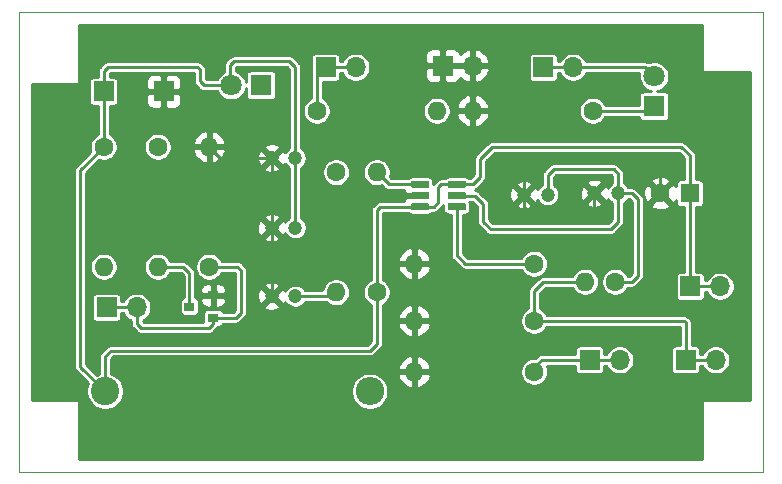
<source format=gbr>
G04 #@! TF.GenerationSoftware,KiCad,Pcbnew,(5.1.6)-1*
G04 #@! TF.CreationDate,2020-08-10T15:15:50+02:00*
G04 #@! TF.ProjectId,arduinoUno-BMSmodule,61726475-696e-46f5-956e-6f2d424d536d,rev?*
G04 #@! TF.SameCoordinates,Original*
G04 #@! TF.FileFunction,Copper,L1,Top*
G04 #@! TF.FilePolarity,Positive*
%FSLAX46Y46*%
G04 Gerber Fmt 4.6, Leading zero omitted, Abs format (unit mm)*
G04 Created by KiCad (PCBNEW (5.1.6)-1) date 2020-08-10 15:15:50*
%MOMM*%
%LPD*%
G01*
G04 APERTURE LIST*
G04 #@! TA.AperFunction,Profile*
%ADD10C,0.050000*%
G04 #@! TD*
G04 #@! TA.AperFunction,ComponentPad*
%ADD11C,1.200000*%
G04 #@! TD*
G04 #@! TA.AperFunction,ComponentPad*
%ADD12O,2.400000X2.400000*%
G04 #@! TD*
G04 #@! TA.AperFunction,ComponentPad*
%ADD13C,2.400000*%
G04 #@! TD*
G04 #@! TA.AperFunction,ComponentPad*
%ADD14O,1.700000X1.700000*%
G04 #@! TD*
G04 #@! TA.AperFunction,ComponentPad*
%ADD15R,1.700000X1.700000*%
G04 #@! TD*
G04 #@! TA.AperFunction,ComponentPad*
%ADD16O,1.600000X1.600000*%
G04 #@! TD*
G04 #@! TA.AperFunction,ComponentPad*
%ADD17C,1.600000*%
G04 #@! TD*
G04 #@! TA.AperFunction,ComponentPad*
%ADD18C,1.800000*%
G04 #@! TD*
G04 #@! TA.AperFunction,ComponentPad*
%ADD19R,1.800000X1.800000*%
G04 #@! TD*
G04 #@! TA.AperFunction,SMDPad,CuDef*
%ADD20R,0.900000X0.800000*%
G04 #@! TD*
G04 #@! TA.AperFunction,ComponentPad*
%ADD21R,1.600000X1.600000*%
G04 #@! TD*
G04 #@! TA.AperFunction,Conductor*
%ADD22C,0.250000*%
G04 #@! TD*
G04 #@! TA.AperFunction,Conductor*
%ADD23C,0.254000*%
G04 #@! TD*
G04 APERTURE END LIST*
D10*
X154000000Y-57000000D02*
X154000000Y-57900000D01*
X91000000Y-57000000D02*
X154000000Y-57000000D01*
X153484000Y-96000000D02*
X154000000Y-96000000D01*
X91000000Y-96000000D02*
X91000000Y-95900000D01*
X91000000Y-95900000D02*
X91000000Y-94973000D01*
X91000000Y-94973000D02*
X91000000Y-57000000D01*
X93921000Y-96000000D02*
X91000000Y-96000000D01*
X153484000Y-96000000D02*
X93921000Y-96000000D01*
X154000000Y-57900000D02*
X154000000Y-96000000D01*
D11*
G04 #@! TO.P,C3,2*
G04 #@! TO.N,GND*
X112395000Y-75311000D03*
G04 #@! TO.P,C3,1*
G04 #@! TO.N,VBAT+*
X114395000Y-75311000D03*
G04 #@! TD*
D12*
G04 #@! TO.P,R4,2*
G04 #@! TO.N,Net-(Q1-Pad3)*
X120698000Y-89154000D03*
D13*
G04 #@! TO.P,R4,1*
G04 #@! TO.N,VBAT+*
X98298000Y-89154000D03*
G04 #@! TD*
D11*
G04 #@! TO.P,C5,2*
G04 #@! TO.N,GND*
X139732000Y-72390000D03*
G04 #@! TO.P,C5,1*
G04 #@! TO.N,3.3V*
X141732000Y-72390000D03*
G04 #@! TD*
G04 #@! TO.P,C4,2*
G04 #@! TO.N,GND*
X133763000Y-72517000D03*
G04 #@! TO.P,C4,1*
G04 #@! TO.N,3.3V*
X135763000Y-72517000D03*
G04 #@! TD*
G04 #@! TO.P,C2,2*
G04 #@! TO.N,GND*
X112400000Y-69400000D03*
G04 #@! TO.P,C2,1*
G04 #@! TO.N,VBAT+*
X114400000Y-69400000D03*
G04 #@! TD*
G04 #@! TO.P,C1,2*
G04 #@! TO.N,GND*
X112400000Y-81100000D03*
G04 #@! TO.P,C1,1*
G04 #@! TO.N,ADC_VOLT1*
X114400000Y-81100000D03*
G04 #@! TD*
D14*
G04 #@! TO.P,J3,2*
G04 #@! TO.N,ADC_TEMP1*
X149987000Y-86487000D03*
D15*
G04 #@! TO.P,J3,1*
X147447000Y-86487000D03*
G04 #@! TD*
D16*
G04 #@! TO.P,R8,2*
G04 #@! TO.N,Net-(R8-Pad2)*
X126365000Y-65405000D03*
D17*
G04 #@! TO.P,R8,1*
G04 #@! TO.N,3.3V*
X116205000Y-65405000D03*
G04 #@! TD*
D18*
G04 #@! TO.P,D1,2*
G04 #@! TO.N,VBAT+*
X108966000Y-63246000D03*
D19*
G04 #@! TO.P,D1,1*
G04 #@! TO.N,Net-(D1-Pad1)*
X111506000Y-63246000D03*
G04 #@! TD*
D15*
G04 #@! TO.P,J1,2*
G04 #@! TO.N,VBAT+*
X98171000Y-63754000D03*
G04 #@! TO.P,J1,1*
G04 #@! TO.N,GND*
X103251000Y-63754000D03*
G04 #@! TD*
G04 #@! TO.P,U1,1*
G04 #@! TO.N,Net-(L1-Pad2)*
G04 #@! TA.AperFunction,SMDPad,CuDef*
G36*
G01*
X124218000Y-71873000D02*
X124218000Y-71393000D01*
G75*
G02*
X124278000Y-71333000I60000J0D01*
G01*
X125658000Y-71333000D01*
G75*
G02*
X125718000Y-71393000I0J-60000D01*
G01*
X125718000Y-71873000D01*
G75*
G02*
X125658000Y-71933000I-60000J0D01*
G01*
X124278000Y-71933000D01*
G75*
G02*
X124218000Y-71873000I0J60000D01*
G01*
G37*
G04 #@! TD.AperFunction*
G04 #@! TO.P,U1,2*
G04 #@! TO.N,GND*
G04 #@! TA.AperFunction,SMDPad,CuDef*
G36*
G01*
X124218000Y-72823000D02*
X124218000Y-72343000D01*
G75*
G02*
X124278000Y-72283000I60000J0D01*
G01*
X125658000Y-72283000D01*
G75*
G02*
X125718000Y-72343000I0J-60000D01*
G01*
X125718000Y-72823000D01*
G75*
G02*
X125658000Y-72883000I-60000J0D01*
G01*
X124278000Y-72883000D01*
G75*
G02*
X124218000Y-72823000I0J60000D01*
G01*
G37*
G04 #@! TD.AperFunction*
G04 #@! TO.P,U1,3*
G04 #@! TO.N,VBAT+*
G04 #@! TA.AperFunction,SMDPad,CuDef*
G36*
G01*
X124218000Y-73773000D02*
X124218000Y-73293000D01*
G75*
G02*
X124278000Y-73233000I60000J0D01*
G01*
X125658000Y-73233000D01*
G75*
G02*
X125718000Y-73293000I0J-60000D01*
G01*
X125718000Y-73773000D01*
G75*
G02*
X125658000Y-73833000I-60000J0D01*
G01*
X124278000Y-73833000D01*
G75*
G02*
X124218000Y-73773000I0J60000D01*
G01*
G37*
G04 #@! TD.AperFunction*
G04 #@! TO.P,U1,4*
G04 #@! TO.N,Net-(R8-Pad2)*
G04 #@! TA.AperFunction,SMDPad,CuDef*
G36*
G01*
X127318000Y-73773000D02*
X127318000Y-73293000D01*
G75*
G02*
X127378000Y-73233000I60000J0D01*
G01*
X128758000Y-73233000D01*
G75*
G02*
X128818000Y-73293000I0J-60000D01*
G01*
X128818000Y-73773000D01*
G75*
G02*
X128758000Y-73833000I-60000J0D01*
G01*
X127378000Y-73833000D01*
G75*
G02*
X127318000Y-73773000I0J60000D01*
G01*
G37*
G04 #@! TD.AperFunction*
G04 #@! TO.P,U1,5*
G04 #@! TO.N,3.3V*
G04 #@! TA.AperFunction,SMDPad,CuDef*
G36*
G01*
X127318000Y-72823000D02*
X127318000Y-72343000D01*
G75*
G02*
X127378000Y-72283000I60000J0D01*
G01*
X128758000Y-72283000D01*
G75*
G02*
X128818000Y-72343000I0J-60000D01*
G01*
X128818000Y-72823000D01*
G75*
G02*
X128758000Y-72883000I-60000J0D01*
G01*
X127378000Y-72883000D01*
G75*
G02*
X127318000Y-72823000I0J60000D01*
G01*
G37*
G04 #@! TD.AperFunction*
G04 #@! TO.P,U1,6*
G04 #@! TO.N,VBAT+*
G04 #@! TA.AperFunction,SMDPad,CuDef*
G36*
G01*
X127318000Y-71873000D02*
X127318000Y-71393000D01*
G75*
G02*
X127378000Y-71333000I60000J0D01*
G01*
X128758000Y-71333000D01*
G75*
G02*
X128818000Y-71393000I0J-60000D01*
G01*
X128818000Y-71873000D01*
G75*
G02*
X128758000Y-71933000I-60000J0D01*
G01*
X127378000Y-71933000D01*
G75*
G02*
X127318000Y-71873000I0J60000D01*
G01*
G37*
G04 #@! TD.AperFunction*
G04 #@! TD*
D16*
G04 #@! TO.P,TH1,2*
G04 #@! TO.N,ADC_TEMP1*
X138938000Y-79883000D03*
D17*
G04 #@! TO.P,TH1,1*
G04 #@! TO.N,3.3V*
X141478000Y-79883000D03*
G04 #@! TD*
D16*
G04 #@! TO.P,R10,2*
G04 #@! TO.N,GND*
X129413000Y-65405000D03*
D17*
G04 #@! TO.P,R10,1*
G04 #@! TO.N,Net-(D2-Pad1)*
X139573000Y-65405000D03*
G04 #@! TD*
D16*
G04 #@! TO.P,R9,2*
G04 #@! TO.N,GND*
X124460000Y-78359000D03*
D17*
G04 #@! TO.P,R9,1*
G04 #@! TO.N,Net-(R8-Pad2)*
X134620000Y-78359000D03*
G04 #@! TD*
D16*
G04 #@! TO.P,R7,2*
G04 #@! TO.N,GND*
X124460000Y-87503000D03*
D17*
G04 #@! TO.P,R7,1*
G04 #@! TO.N,ADC_VOLT1*
X134620000Y-87503000D03*
G04 #@! TD*
D16*
G04 #@! TO.P,R6,2*
G04 #@! TO.N,ADC_VOLT1*
X117856000Y-80772000D03*
D17*
G04 #@! TO.P,R6,1*
G04 #@! TO.N,Net-(R5-Pad2)*
X117856000Y-70612000D03*
G04 #@! TD*
D16*
G04 #@! TO.P,R5,2*
G04 #@! TO.N,Net-(R5-Pad2)*
X98171000Y-78613000D03*
D17*
G04 #@! TO.P,R5,1*
G04 #@! TO.N,VBAT+*
X98171000Y-68453000D03*
G04 #@! TD*
D16*
G04 #@! TO.P,R3,2*
G04 #@! TO.N,Net-(Q1-Pad3)*
X102743000Y-78613000D03*
D17*
G04 #@! TO.P,R3,1*
G04 #@! TO.N,Net-(D1-Pad1)*
X102743000Y-68453000D03*
G04 #@! TD*
D16*
G04 #@! TO.P,R2,2*
G04 #@! TO.N,GND*
X107100000Y-68440000D03*
D17*
G04 #@! TO.P,R2,1*
G04 #@! TO.N,ON-OFF*
X107100000Y-78600000D03*
G04 #@! TD*
D16*
G04 #@! TO.P,R1,2*
G04 #@! TO.N,GND*
X124460000Y-83185000D03*
D17*
G04 #@! TO.P,R1,1*
G04 #@! TO.N,ADC_TEMP1*
X134620000Y-83185000D03*
G04 #@! TD*
D20*
G04 #@! TO.P,Q1,3*
G04 #@! TO.N,Net-(Q1-Pad3)*
X105442000Y-81976000D03*
G04 #@! TO.P,Q1,2*
G04 #@! TO.N,GND*
X107442000Y-81026000D03*
G04 #@! TO.P,Q1,1*
G04 #@! TO.N,ON-OFF*
X107442000Y-82926000D03*
G04 #@! TD*
D16*
G04 #@! TO.P,L1,2*
G04 #@! TO.N,Net-(L1-Pad2)*
X121285000Y-70612000D03*
D17*
G04 #@! TO.P,L1,1*
G04 #@! TO.N,VBAT+*
X121285000Y-80772000D03*
G04 #@! TD*
D14*
G04 #@! TO.P,J8,2*
G04 #@! TO.N,STATUS_PIN*
X137922000Y-61722000D03*
D15*
G04 #@! TO.P,J8,1*
X135382000Y-61722000D03*
G04 #@! TD*
D14*
G04 #@! TO.P,J7,2*
G04 #@! TO.N,ON-OFF*
X100965000Y-82042000D03*
D15*
G04 #@! TO.P,J7,1*
X98425000Y-82042000D03*
G04 #@! TD*
D14*
G04 #@! TO.P,J6,2*
G04 #@! TO.N,GND*
X129413000Y-61595000D03*
D15*
G04 #@! TO.P,J6,1*
X126873000Y-61595000D03*
G04 #@! TD*
D14*
G04 #@! TO.P,J5,2*
G04 #@! TO.N,3.3V*
X119507000Y-61722000D03*
D15*
G04 #@! TO.P,J5,1*
X116967000Y-61722000D03*
G04 #@! TD*
D14*
G04 #@! TO.P,J4,2*
G04 #@! TO.N,VBAT+*
X150368000Y-80264000D03*
D15*
G04 #@! TO.P,J4,1*
X147828000Y-80264000D03*
G04 #@! TD*
D14*
G04 #@! TO.P,J2,2*
G04 #@! TO.N,ADC_VOLT1*
X141859000Y-86487000D03*
D15*
G04 #@! TO.P,J2,1*
X139319000Y-86487000D03*
G04 #@! TD*
D18*
G04 #@! TO.P,D2,2*
G04 #@! TO.N,STATUS_PIN*
X144780000Y-62484000D03*
D19*
G04 #@! TO.P,D2,1*
G04 #@! TO.N,Net-(D2-Pad1)*
X144780000Y-65024000D03*
G04 #@! TD*
D17*
G04 #@! TO.P,C6,2*
G04 #@! TO.N,GND*
X145288000Y-72390000D03*
D21*
G04 #@! TO.P,C6,1*
G04 #@! TO.N,VBAT+*
X147788000Y-72390000D03*
G04 #@! TD*
D22*
G04 #@! TO.N,GND*
X124460000Y-87503000D02*
X124460000Y-83185000D01*
X124460000Y-83185000D02*
X124460000Y-78359000D01*
X129413000Y-65405000D02*
X129413000Y-61595000D01*
X126873000Y-61595000D02*
X129413000Y-61595000D01*
X133763000Y-72517000D02*
X133763000Y-73565000D01*
X133763000Y-73565000D02*
X134239000Y-74041000D01*
X134239000Y-74041000D02*
X139319000Y-74041000D01*
X139732000Y-73628000D02*
X139732000Y-72390000D01*
X139319000Y-74041000D02*
X139732000Y-73628000D01*
X133763000Y-70326000D02*
X133763000Y-72517000D01*
X134620000Y-69469000D02*
X133763000Y-70326000D01*
X145288000Y-72390000D02*
X145288000Y-70231000D01*
X144526000Y-69469000D02*
X134620000Y-69469000D01*
X145288000Y-70231000D02*
X144526000Y-69469000D01*
X112400000Y-75316000D02*
X112395000Y-75311000D01*
X112400000Y-81100000D02*
X112400000Y-75316000D01*
X112395000Y-69405000D02*
X112400000Y-69400000D01*
X112395000Y-75311000D02*
X112395000Y-69405000D01*
X103251000Y-63754000D02*
X103251000Y-65151000D01*
X103251000Y-65151000D02*
X103400000Y-65300000D01*
X103400000Y-65300000D02*
X106800000Y-65300000D01*
X107100000Y-65600000D02*
X107100000Y-68440000D01*
X106800000Y-65300000D02*
X107100000Y-65600000D01*
X108060000Y-69400000D02*
X107100000Y-68440000D01*
X112400000Y-69400000D02*
X108060000Y-69400000D01*
G04 #@! TO.N,ADC_VOLT1*
X139319000Y-86487000D02*
X141859000Y-86487000D01*
X134620000Y-87503000D02*
X134620000Y-87122000D01*
X135255000Y-86487000D02*
X139319000Y-86487000D01*
X134620000Y-87122000D02*
X135255000Y-86487000D01*
X117528000Y-81100000D02*
X117856000Y-80772000D01*
X114400000Y-81100000D02*
X117528000Y-81100000D01*
G04 #@! TO.N,VBAT+*
X147828000Y-80264000D02*
X150368000Y-80264000D01*
X124968000Y-73533000D02*
X126111000Y-73533000D01*
X126111000Y-73533000D02*
X126492000Y-73152000D01*
X126492000Y-73152000D02*
X126492000Y-71882000D01*
X126741000Y-71633000D02*
X128068000Y-71633000D01*
X126492000Y-71882000D02*
X126741000Y-71633000D01*
X128068000Y-71633000D02*
X129408000Y-71633000D01*
X129408000Y-71633000D02*
X130048000Y-70993000D01*
X130048000Y-70993000D02*
X130048000Y-69469000D01*
X130048000Y-69469000D02*
X131064000Y-68453000D01*
X131064000Y-68453000D02*
X147066000Y-68453000D01*
X147788000Y-69175000D02*
X147788000Y-72390000D01*
X147066000Y-68453000D02*
X147788000Y-69175000D01*
X147828000Y-72430000D02*
X147788000Y-72390000D01*
X147828000Y-80264000D02*
X147828000Y-72430000D01*
X98171000Y-68453000D02*
X98171000Y-63754000D01*
X114395000Y-69405000D02*
X114400000Y-69400000D01*
X114395000Y-75311000D02*
X114395000Y-69405000D01*
X114400000Y-69400000D02*
X114400000Y-61700000D01*
X114400000Y-61700000D02*
X113900000Y-61200000D01*
X113900000Y-61200000D02*
X109200000Y-61200000D01*
X109200000Y-61200000D02*
X108900000Y-61500000D01*
X108900000Y-63180000D02*
X108966000Y-63246000D01*
X108900000Y-61500000D02*
X108900000Y-63180000D01*
X98171000Y-63754000D02*
X98171000Y-62029000D01*
X98171000Y-62029000D02*
X98500000Y-61700000D01*
X98500000Y-61700000D02*
X106100000Y-61700000D01*
X106100000Y-61700000D02*
X106300000Y-61900000D01*
X106300000Y-61900000D02*
X106300000Y-62900000D01*
X106646000Y-63246000D02*
X108966000Y-63246000D01*
X106300000Y-62900000D02*
X106646000Y-63246000D01*
X124968000Y-73533000D02*
X121567000Y-73533000D01*
X121285000Y-73815000D02*
X121285000Y-80772000D01*
X121567000Y-73533000D02*
X121285000Y-73815000D01*
X98298000Y-89154000D02*
X96200000Y-87056000D01*
X96200000Y-70424000D02*
X98171000Y-68453000D01*
X96200000Y-87056000D02*
X96200000Y-70424000D01*
X121285000Y-80772000D02*
X121285000Y-85115000D01*
X121285000Y-85115000D02*
X120700000Y-85700000D01*
X120700000Y-85700000D02*
X98800000Y-85700000D01*
X98298000Y-86202000D02*
X98298000Y-89154000D01*
X98800000Y-85700000D02*
X98298000Y-86202000D01*
G04 #@! TO.N,3.3V*
X128068000Y-72583000D02*
X129606000Y-72583000D01*
X129606000Y-72583000D02*
X130302000Y-73279000D01*
X130302000Y-73279000D02*
X130302000Y-74803000D01*
X130302000Y-74803000D02*
X130937000Y-75438000D01*
X130937000Y-75438000D02*
X141097000Y-75438000D01*
X141097000Y-75438000D02*
X141732000Y-74803000D01*
X116205000Y-62484000D02*
X116967000Y-61722000D01*
X116205000Y-65405000D02*
X116205000Y-62484000D01*
X116967000Y-61722000D02*
X119507000Y-61722000D01*
X141351000Y-70358000D02*
X141732000Y-70739000D01*
X135763000Y-72517000D02*
X135763000Y-70866000D01*
X141732000Y-70739000D02*
X141732000Y-72390000D01*
X136271000Y-70358000D02*
X141351000Y-70358000D01*
X135763000Y-70866000D02*
X136271000Y-70358000D01*
X141732000Y-74803000D02*
X141732000Y-72390000D01*
X141478000Y-79883000D02*
X142875000Y-79883000D01*
X142875000Y-79883000D02*
X143383000Y-79375000D01*
X143383000Y-79375000D02*
X143383000Y-72898000D01*
X142875000Y-72390000D02*
X141732000Y-72390000D01*
X143383000Y-72898000D02*
X142875000Y-72390000D01*
G04 #@! TO.N,STATUS_PIN*
X137922000Y-61722000D02*
X135382000Y-61722000D01*
X144018000Y-61722000D02*
X144780000Y-62484000D01*
X137922000Y-61722000D02*
X144018000Y-61722000D01*
G04 #@! TO.N,Net-(D2-Pad1)*
X144399000Y-65405000D02*
X144780000Y-65024000D01*
X139573000Y-65405000D02*
X144399000Y-65405000D01*
G04 #@! TO.N,ADC_TEMP1*
X147447000Y-86487000D02*
X149987000Y-86487000D01*
X134620000Y-83185000D02*
X134620000Y-80645000D01*
X135382000Y-79883000D02*
X138938000Y-79883000D01*
X134620000Y-80645000D02*
X135382000Y-79883000D01*
X147447000Y-86487000D02*
X147447000Y-83312000D01*
X147320000Y-83185000D02*
X134620000Y-83185000D01*
X147447000Y-83312000D02*
X147320000Y-83185000D01*
G04 #@! TO.N,ON-OFF*
X98425000Y-82042000D02*
X100965000Y-82042000D01*
X107442000Y-82926000D02*
X107442000Y-83439000D01*
X107442000Y-83439000D02*
X107061000Y-83820000D01*
X107061000Y-83820000D02*
X101346000Y-83820000D01*
X100965000Y-83439000D02*
X100965000Y-82042000D01*
X101346000Y-83820000D02*
X100965000Y-83439000D01*
X107442000Y-82926000D02*
X109374000Y-82926000D01*
X109374000Y-82926000D02*
X109800000Y-82500000D01*
X109800000Y-82500000D02*
X109800000Y-78900000D01*
X109800000Y-78900000D02*
X109500000Y-78600000D01*
X109500000Y-78600000D02*
X109487000Y-78613000D01*
X109500000Y-78600000D02*
X107100000Y-78600000D01*
G04 #@! TO.N,Net-(L1-Pad2)*
X122306000Y-71633000D02*
X121285000Y-70612000D01*
X124968000Y-71633000D02*
X122306000Y-71633000D01*
G04 #@! TO.N,Net-(Q1-Pad3)*
X105442000Y-81976000D02*
X105442000Y-79153000D01*
X104902000Y-78613000D02*
X102743000Y-78613000D01*
X105442000Y-79153000D02*
X104902000Y-78613000D01*
G04 #@! TO.N,Net-(R8-Pad2)*
X128068000Y-73533000D02*
X128068000Y-77649000D01*
X128778000Y-78359000D02*
X134620000Y-78359000D01*
X128068000Y-77649000D02*
X128778000Y-78359000D01*
G04 #@! TD*
D23*
G04 #@! TO.N,GND*
G36*
X148873000Y-62000000D02*
G01*
X148875440Y-62024776D01*
X148882667Y-62048601D01*
X148894403Y-62070557D01*
X148910197Y-62089803D01*
X148929443Y-62105597D01*
X148951399Y-62117333D01*
X148975224Y-62124560D01*
X149000000Y-62127000D01*
X152873000Y-62127000D01*
X152873000Y-89873000D01*
X149000000Y-89873000D01*
X148975224Y-89875440D01*
X148951399Y-89882667D01*
X148929443Y-89894403D01*
X148910197Y-89910197D01*
X148894403Y-89929443D01*
X148882667Y-89951399D01*
X148875440Y-89975224D01*
X148873000Y-90000000D01*
X148873000Y-94873000D01*
X96127000Y-94873000D01*
X96127000Y-90000000D01*
X96124560Y-89975224D01*
X96117333Y-89951399D01*
X96105597Y-89929443D01*
X96089803Y-89910197D01*
X96070557Y-89894403D01*
X96048601Y-89882667D01*
X96024776Y-89875440D01*
X96000000Y-89873000D01*
X92127000Y-89873000D01*
X92127000Y-70424000D01*
X95691553Y-70424000D01*
X95694001Y-70448856D01*
X95694000Y-87031154D01*
X95691553Y-87056000D01*
X95694000Y-87080846D01*
X95694000Y-87080853D01*
X95701322Y-87155192D01*
X95730255Y-87250574D01*
X95777241Y-87338479D01*
X95840473Y-87415527D01*
X95859785Y-87431376D01*
X96878363Y-88449955D01*
X96777757Y-88692839D01*
X96717000Y-88998285D01*
X96717000Y-89309715D01*
X96777757Y-89615161D01*
X96896936Y-89902884D01*
X97069957Y-90161829D01*
X97290171Y-90382043D01*
X97549116Y-90555064D01*
X97836839Y-90674243D01*
X98142285Y-90735000D01*
X98453715Y-90735000D01*
X98759161Y-90674243D01*
X99046884Y-90555064D01*
X99305829Y-90382043D01*
X99526043Y-90161829D01*
X99699064Y-89902884D01*
X99818243Y-89615161D01*
X99879000Y-89309715D01*
X99879000Y-88998285D01*
X119117000Y-88998285D01*
X119117000Y-89309715D01*
X119177757Y-89615161D01*
X119296936Y-89902884D01*
X119469957Y-90161829D01*
X119690171Y-90382043D01*
X119949116Y-90555064D01*
X120236839Y-90674243D01*
X120542285Y-90735000D01*
X120853715Y-90735000D01*
X121159161Y-90674243D01*
X121446884Y-90555064D01*
X121705829Y-90382043D01*
X121926043Y-90161829D01*
X122099064Y-89902884D01*
X122218243Y-89615161D01*
X122279000Y-89309715D01*
X122279000Y-88998285D01*
X122218243Y-88692839D01*
X122099064Y-88405116D01*
X121926043Y-88146171D01*
X121705829Y-87925957D01*
X121595203Y-87852039D01*
X123068096Y-87852039D01*
X123108754Y-87986087D01*
X123228963Y-88240420D01*
X123396481Y-88466414D01*
X123604869Y-88655385D01*
X123846119Y-88800070D01*
X124110960Y-88894909D01*
X124333000Y-88773624D01*
X124333000Y-87630000D01*
X124587000Y-87630000D01*
X124587000Y-88773624D01*
X124809040Y-88894909D01*
X125073881Y-88800070D01*
X125315131Y-88655385D01*
X125523519Y-88466414D01*
X125691037Y-88240420D01*
X125811246Y-87986087D01*
X125851904Y-87852039D01*
X125729915Y-87630000D01*
X124587000Y-87630000D01*
X124333000Y-87630000D01*
X123190085Y-87630000D01*
X123068096Y-87852039D01*
X121595203Y-87852039D01*
X121446884Y-87752936D01*
X121159161Y-87633757D01*
X120853715Y-87573000D01*
X120542285Y-87573000D01*
X120236839Y-87633757D01*
X119949116Y-87752936D01*
X119690171Y-87925957D01*
X119469957Y-88146171D01*
X119296936Y-88405116D01*
X119177757Y-88692839D01*
X119117000Y-88998285D01*
X99879000Y-88998285D01*
X99818243Y-88692839D01*
X99699064Y-88405116D01*
X99526043Y-88146171D01*
X99305829Y-87925957D01*
X99046884Y-87752936D01*
X98804000Y-87652330D01*
X98804000Y-87386682D01*
X133439000Y-87386682D01*
X133439000Y-87619318D01*
X133484386Y-87847485D01*
X133573412Y-88062413D01*
X133702658Y-88255843D01*
X133867157Y-88420342D01*
X134060587Y-88549588D01*
X134275515Y-88638614D01*
X134503682Y-88684000D01*
X134736318Y-88684000D01*
X134964485Y-88638614D01*
X135179413Y-88549588D01*
X135372843Y-88420342D01*
X135537342Y-88255843D01*
X135666588Y-88062413D01*
X135755614Y-87847485D01*
X135801000Y-87619318D01*
X135801000Y-87386682D01*
X135755614Y-87158515D01*
X135687056Y-86993000D01*
X138086157Y-86993000D01*
X138086157Y-87337000D01*
X138093513Y-87411689D01*
X138115299Y-87483508D01*
X138150678Y-87549696D01*
X138198289Y-87607711D01*
X138256304Y-87655322D01*
X138322492Y-87690701D01*
X138394311Y-87712487D01*
X138469000Y-87719843D01*
X140169000Y-87719843D01*
X140243689Y-87712487D01*
X140315508Y-87690701D01*
X140381696Y-87655322D01*
X140439711Y-87607711D01*
X140487322Y-87549696D01*
X140522701Y-87483508D01*
X140544487Y-87411689D01*
X140551843Y-87337000D01*
X140551843Y-86993000D01*
X140736168Y-86993000D01*
X140768102Y-87070097D01*
X140902820Y-87271717D01*
X141074283Y-87443180D01*
X141275903Y-87577898D01*
X141499931Y-87670693D01*
X141737757Y-87718000D01*
X141980243Y-87718000D01*
X142218069Y-87670693D01*
X142442097Y-87577898D01*
X142643717Y-87443180D01*
X142815180Y-87271717D01*
X142949898Y-87070097D01*
X143042693Y-86846069D01*
X143090000Y-86608243D01*
X143090000Y-86365757D01*
X143042693Y-86127931D01*
X142949898Y-85903903D01*
X142815180Y-85702283D01*
X142643717Y-85530820D01*
X142442097Y-85396102D01*
X142218069Y-85303307D01*
X141980243Y-85256000D01*
X141737757Y-85256000D01*
X141499931Y-85303307D01*
X141275903Y-85396102D01*
X141074283Y-85530820D01*
X140902820Y-85702283D01*
X140768102Y-85903903D01*
X140736168Y-85981000D01*
X140551843Y-85981000D01*
X140551843Y-85637000D01*
X140544487Y-85562311D01*
X140522701Y-85490492D01*
X140487322Y-85424304D01*
X140439711Y-85366289D01*
X140381696Y-85318678D01*
X140315508Y-85283299D01*
X140243689Y-85261513D01*
X140169000Y-85254157D01*
X138469000Y-85254157D01*
X138394311Y-85261513D01*
X138322492Y-85283299D01*
X138256304Y-85318678D01*
X138198289Y-85366289D01*
X138150678Y-85424304D01*
X138115299Y-85490492D01*
X138093513Y-85562311D01*
X138086157Y-85637000D01*
X138086157Y-85981000D01*
X135279854Y-85981000D01*
X135255000Y-85978552D01*
X135230146Y-85981000D01*
X135155807Y-85988322D01*
X135060425Y-86017255D01*
X134972521Y-86064241D01*
X134895473Y-86127473D01*
X134879628Y-86146780D01*
X134704408Y-86322000D01*
X134503682Y-86322000D01*
X134275515Y-86367386D01*
X134060587Y-86456412D01*
X133867157Y-86585658D01*
X133702658Y-86750157D01*
X133573412Y-86943587D01*
X133484386Y-87158515D01*
X133439000Y-87386682D01*
X98804000Y-87386682D01*
X98804000Y-87153961D01*
X123068096Y-87153961D01*
X123190085Y-87376000D01*
X124333000Y-87376000D01*
X124333000Y-86232376D01*
X124587000Y-86232376D01*
X124587000Y-87376000D01*
X125729915Y-87376000D01*
X125851904Y-87153961D01*
X125811246Y-87019913D01*
X125691037Y-86765580D01*
X125523519Y-86539586D01*
X125315131Y-86350615D01*
X125073881Y-86205930D01*
X124809040Y-86111091D01*
X124587000Y-86232376D01*
X124333000Y-86232376D01*
X124110960Y-86111091D01*
X123846119Y-86205930D01*
X123604869Y-86350615D01*
X123396481Y-86539586D01*
X123228963Y-86765580D01*
X123108754Y-87019913D01*
X123068096Y-87153961D01*
X98804000Y-87153961D01*
X98804000Y-86411591D01*
X99009592Y-86206000D01*
X120675154Y-86206000D01*
X120700000Y-86208447D01*
X120724846Y-86206000D01*
X120724854Y-86206000D01*
X120799193Y-86198678D01*
X120894575Y-86169745D01*
X120982479Y-86122759D01*
X121059527Y-86059527D01*
X121075376Y-86040215D01*
X121625220Y-85490372D01*
X121644527Y-85474527D01*
X121707759Y-85397479D01*
X121754745Y-85309575D01*
X121783678Y-85214193D01*
X121791000Y-85139854D01*
X121793448Y-85115000D01*
X121791000Y-85090146D01*
X121791000Y-83534039D01*
X123068096Y-83534039D01*
X123108754Y-83668087D01*
X123228963Y-83922420D01*
X123396481Y-84148414D01*
X123604869Y-84337385D01*
X123846119Y-84482070D01*
X124110960Y-84576909D01*
X124333000Y-84455624D01*
X124333000Y-83312000D01*
X124587000Y-83312000D01*
X124587000Y-84455624D01*
X124809040Y-84576909D01*
X125073881Y-84482070D01*
X125315131Y-84337385D01*
X125523519Y-84148414D01*
X125691037Y-83922420D01*
X125811246Y-83668087D01*
X125851904Y-83534039D01*
X125729915Y-83312000D01*
X124587000Y-83312000D01*
X124333000Y-83312000D01*
X123190085Y-83312000D01*
X123068096Y-83534039D01*
X121791000Y-83534039D01*
X121791000Y-83068682D01*
X133439000Y-83068682D01*
X133439000Y-83301318D01*
X133484386Y-83529485D01*
X133573412Y-83744413D01*
X133702658Y-83937843D01*
X133867157Y-84102342D01*
X134060587Y-84231588D01*
X134275515Y-84320614D01*
X134503682Y-84366000D01*
X134736318Y-84366000D01*
X134964485Y-84320614D01*
X135179413Y-84231588D01*
X135372843Y-84102342D01*
X135537342Y-83937843D01*
X135666588Y-83744413D01*
X135688712Y-83691000D01*
X146941001Y-83691000D01*
X146941000Y-85254157D01*
X146597000Y-85254157D01*
X146522311Y-85261513D01*
X146450492Y-85283299D01*
X146384304Y-85318678D01*
X146326289Y-85366289D01*
X146278678Y-85424304D01*
X146243299Y-85490492D01*
X146221513Y-85562311D01*
X146214157Y-85637000D01*
X146214157Y-87337000D01*
X146221513Y-87411689D01*
X146243299Y-87483508D01*
X146278678Y-87549696D01*
X146326289Y-87607711D01*
X146384304Y-87655322D01*
X146450492Y-87690701D01*
X146522311Y-87712487D01*
X146597000Y-87719843D01*
X148297000Y-87719843D01*
X148371689Y-87712487D01*
X148443508Y-87690701D01*
X148509696Y-87655322D01*
X148567711Y-87607711D01*
X148615322Y-87549696D01*
X148650701Y-87483508D01*
X148672487Y-87411689D01*
X148679843Y-87337000D01*
X148679843Y-86993000D01*
X148864168Y-86993000D01*
X148896102Y-87070097D01*
X149030820Y-87271717D01*
X149202283Y-87443180D01*
X149403903Y-87577898D01*
X149627931Y-87670693D01*
X149865757Y-87718000D01*
X150108243Y-87718000D01*
X150346069Y-87670693D01*
X150570097Y-87577898D01*
X150771717Y-87443180D01*
X150943180Y-87271717D01*
X151077898Y-87070097D01*
X151170693Y-86846069D01*
X151218000Y-86608243D01*
X151218000Y-86365757D01*
X151170693Y-86127931D01*
X151077898Y-85903903D01*
X150943180Y-85702283D01*
X150771717Y-85530820D01*
X150570097Y-85396102D01*
X150346069Y-85303307D01*
X150108243Y-85256000D01*
X149865757Y-85256000D01*
X149627931Y-85303307D01*
X149403903Y-85396102D01*
X149202283Y-85530820D01*
X149030820Y-85702283D01*
X148896102Y-85903903D01*
X148864168Y-85981000D01*
X148679843Y-85981000D01*
X148679843Y-85637000D01*
X148672487Y-85562311D01*
X148650701Y-85490492D01*
X148615322Y-85424304D01*
X148567711Y-85366289D01*
X148509696Y-85318678D01*
X148443508Y-85283299D01*
X148371689Y-85261513D01*
X148297000Y-85254157D01*
X147953000Y-85254157D01*
X147953000Y-83336845D01*
X147955447Y-83311999D01*
X147953000Y-83287153D01*
X147953000Y-83287146D01*
X147945678Y-83212807D01*
X147944783Y-83209854D01*
X147928605Y-83156522D01*
X147916745Y-83117425D01*
X147869759Y-83029521D01*
X147806527Y-82952473D01*
X147787215Y-82936624D01*
X147695376Y-82844785D01*
X147679527Y-82825473D01*
X147602479Y-82762241D01*
X147514575Y-82715255D01*
X147419193Y-82686322D01*
X147344854Y-82679000D01*
X147344846Y-82679000D01*
X147320000Y-82676553D01*
X147295154Y-82679000D01*
X135688712Y-82679000D01*
X135666588Y-82625587D01*
X135537342Y-82432157D01*
X135372843Y-82267658D01*
X135179413Y-82138412D01*
X135126000Y-82116288D01*
X135126000Y-80854591D01*
X135591592Y-80389000D01*
X137869288Y-80389000D01*
X137891412Y-80442413D01*
X138020658Y-80635843D01*
X138185157Y-80800342D01*
X138378587Y-80929588D01*
X138593515Y-81018614D01*
X138821682Y-81064000D01*
X139054318Y-81064000D01*
X139282485Y-81018614D01*
X139497413Y-80929588D01*
X139690843Y-80800342D01*
X139855342Y-80635843D01*
X139984588Y-80442413D01*
X140073614Y-80227485D01*
X140119000Y-79999318D01*
X140119000Y-79766682D01*
X140073614Y-79538515D01*
X139984588Y-79323587D01*
X139855342Y-79130157D01*
X139690843Y-78965658D01*
X139497413Y-78836412D01*
X139282485Y-78747386D01*
X139054318Y-78702000D01*
X138821682Y-78702000D01*
X138593515Y-78747386D01*
X138378587Y-78836412D01*
X138185157Y-78965658D01*
X138020658Y-79130157D01*
X137891412Y-79323587D01*
X137869288Y-79377000D01*
X135406854Y-79377000D01*
X135382000Y-79374552D01*
X135357146Y-79377000D01*
X135282807Y-79384322D01*
X135187425Y-79413255D01*
X135099521Y-79460241D01*
X135022473Y-79523473D01*
X135006629Y-79542779D01*
X134279780Y-80269629D01*
X134260474Y-80285473D01*
X134197242Y-80362521D01*
X134185097Y-80385243D01*
X134150255Y-80450426D01*
X134121322Y-80545808D01*
X134111553Y-80645000D01*
X134114001Y-80669856D01*
X134114000Y-82116287D01*
X134060587Y-82138412D01*
X133867157Y-82267658D01*
X133702658Y-82432157D01*
X133573412Y-82625587D01*
X133484386Y-82840515D01*
X133439000Y-83068682D01*
X121791000Y-83068682D01*
X121791000Y-82835961D01*
X123068096Y-82835961D01*
X123190085Y-83058000D01*
X124333000Y-83058000D01*
X124333000Y-81914376D01*
X124587000Y-81914376D01*
X124587000Y-83058000D01*
X125729915Y-83058000D01*
X125851904Y-82835961D01*
X125811246Y-82701913D01*
X125691037Y-82447580D01*
X125523519Y-82221586D01*
X125315131Y-82032615D01*
X125073881Y-81887930D01*
X124809040Y-81793091D01*
X124587000Y-81914376D01*
X124333000Y-81914376D01*
X124110960Y-81793091D01*
X123846119Y-81887930D01*
X123604869Y-82032615D01*
X123396481Y-82221586D01*
X123228963Y-82447580D01*
X123108754Y-82701913D01*
X123068096Y-82835961D01*
X121791000Y-82835961D01*
X121791000Y-81840712D01*
X121844413Y-81818588D01*
X122037843Y-81689342D01*
X122202342Y-81524843D01*
X122331588Y-81331413D01*
X122420614Y-81116485D01*
X122466000Y-80888318D01*
X122466000Y-80655682D01*
X122420614Y-80427515D01*
X122331588Y-80212587D01*
X122202342Y-80019157D01*
X122037843Y-79854658D01*
X121844413Y-79725412D01*
X121791000Y-79703288D01*
X121791000Y-78708039D01*
X123068096Y-78708039D01*
X123108754Y-78842087D01*
X123228963Y-79096420D01*
X123396481Y-79322414D01*
X123604869Y-79511385D01*
X123846119Y-79656070D01*
X124110960Y-79750909D01*
X124333000Y-79629624D01*
X124333000Y-78486000D01*
X124587000Y-78486000D01*
X124587000Y-79629624D01*
X124809040Y-79750909D01*
X125073881Y-79656070D01*
X125315131Y-79511385D01*
X125523519Y-79322414D01*
X125691037Y-79096420D01*
X125811246Y-78842087D01*
X125851904Y-78708039D01*
X125729915Y-78486000D01*
X124587000Y-78486000D01*
X124333000Y-78486000D01*
X123190085Y-78486000D01*
X123068096Y-78708039D01*
X121791000Y-78708039D01*
X121791000Y-78009961D01*
X123068096Y-78009961D01*
X123190085Y-78232000D01*
X124333000Y-78232000D01*
X124333000Y-77088376D01*
X124587000Y-77088376D01*
X124587000Y-78232000D01*
X125729915Y-78232000D01*
X125851904Y-78009961D01*
X125811246Y-77875913D01*
X125691037Y-77621580D01*
X125523519Y-77395586D01*
X125315131Y-77206615D01*
X125073881Y-77061930D01*
X124809040Y-76967091D01*
X124587000Y-77088376D01*
X124333000Y-77088376D01*
X124110960Y-76967091D01*
X123846119Y-77061930D01*
X123604869Y-77206615D01*
X123396481Y-77395586D01*
X123228963Y-77621580D01*
X123108754Y-77875913D01*
X123068096Y-78009961D01*
X121791000Y-78009961D01*
X121791000Y-74039000D01*
X123926179Y-74039000D01*
X123964863Y-74086137D01*
X124031970Y-74141210D01*
X124108531Y-74182134D01*
X124191606Y-74207334D01*
X124278000Y-74215843D01*
X125658000Y-74215843D01*
X125744394Y-74207334D01*
X125827469Y-74182134D01*
X125904030Y-74141210D01*
X125971137Y-74086137D01*
X126009821Y-74039000D01*
X126086154Y-74039000D01*
X126111000Y-74041447D01*
X126135846Y-74039000D01*
X126135854Y-74039000D01*
X126210193Y-74031678D01*
X126305575Y-74002745D01*
X126393479Y-73955759D01*
X126470527Y-73892527D01*
X126486376Y-73873215D01*
X126832220Y-73527372D01*
X126851527Y-73511527D01*
X126914759Y-73434479D01*
X126935157Y-73396317D01*
X126935157Y-73773000D01*
X126943666Y-73859394D01*
X126968866Y-73942469D01*
X127009790Y-74019030D01*
X127064863Y-74086137D01*
X127131970Y-74141210D01*
X127208531Y-74182134D01*
X127291606Y-74207334D01*
X127378000Y-74215843D01*
X127562000Y-74215843D01*
X127562001Y-77624144D01*
X127559553Y-77649000D01*
X127569322Y-77748192D01*
X127598255Y-77843574D01*
X127615541Y-77875913D01*
X127645242Y-77931479D01*
X127708474Y-78008527D01*
X127727780Y-78024371D01*
X128402628Y-78699220D01*
X128418473Y-78718527D01*
X128495521Y-78781759D01*
X128583425Y-78828745D01*
X128678807Y-78857678D01*
X128778000Y-78867448D01*
X128802854Y-78865000D01*
X133551288Y-78865000D01*
X133573412Y-78918413D01*
X133702658Y-79111843D01*
X133867157Y-79276342D01*
X134060587Y-79405588D01*
X134275515Y-79494614D01*
X134503682Y-79540000D01*
X134736318Y-79540000D01*
X134964485Y-79494614D01*
X135179413Y-79405588D01*
X135372843Y-79276342D01*
X135537342Y-79111843D01*
X135666588Y-78918413D01*
X135755614Y-78703485D01*
X135801000Y-78475318D01*
X135801000Y-78242682D01*
X135755614Y-78014515D01*
X135666588Y-77799587D01*
X135537342Y-77606157D01*
X135372843Y-77441658D01*
X135179413Y-77312412D01*
X134964485Y-77223386D01*
X134736318Y-77178000D01*
X134503682Y-77178000D01*
X134275515Y-77223386D01*
X134060587Y-77312412D01*
X133867157Y-77441658D01*
X133702658Y-77606157D01*
X133573412Y-77799587D01*
X133551288Y-77853000D01*
X128987592Y-77853000D01*
X128574000Y-77439409D01*
X128574000Y-74215843D01*
X128758000Y-74215843D01*
X128844394Y-74207334D01*
X128927469Y-74182134D01*
X129004030Y-74141210D01*
X129071137Y-74086137D01*
X129126210Y-74019030D01*
X129167134Y-73942469D01*
X129192334Y-73859394D01*
X129200843Y-73773000D01*
X129200843Y-73293000D01*
X129192334Y-73206606D01*
X129167134Y-73123531D01*
X129148676Y-73089000D01*
X129396409Y-73089000D01*
X129796000Y-73488592D01*
X129796001Y-74778144D01*
X129793553Y-74803000D01*
X129803322Y-74902192D01*
X129832255Y-74997574D01*
X129846836Y-75024853D01*
X129879242Y-75085479D01*
X129942474Y-75162527D01*
X129961780Y-75178371D01*
X130561628Y-75778220D01*
X130577473Y-75797527D01*
X130654521Y-75860759D01*
X130742425Y-75907745D01*
X130837807Y-75936678D01*
X130937000Y-75946448D01*
X130961854Y-75944000D01*
X141072154Y-75944000D01*
X141097000Y-75946447D01*
X141121846Y-75944000D01*
X141121854Y-75944000D01*
X141196193Y-75936678D01*
X141291575Y-75907745D01*
X141379479Y-75860759D01*
X141456527Y-75797527D01*
X141472376Y-75778215D01*
X142072220Y-75178372D01*
X142091527Y-75162527D01*
X142154759Y-75085479D01*
X142201745Y-74997575D01*
X142230678Y-74902193D01*
X142238000Y-74827854D01*
X142238000Y-74827853D01*
X142240448Y-74803000D01*
X142238000Y-74778146D01*
X142238000Y-73231741D01*
X142357351Y-73151993D01*
X142493993Y-73015351D01*
X142573741Y-72896000D01*
X142665409Y-72896000D01*
X142877001Y-73107593D01*
X142877000Y-79165408D01*
X142665409Y-79377000D01*
X142546712Y-79377000D01*
X142524588Y-79323587D01*
X142395342Y-79130157D01*
X142230843Y-78965658D01*
X142037413Y-78836412D01*
X141822485Y-78747386D01*
X141594318Y-78702000D01*
X141361682Y-78702000D01*
X141133515Y-78747386D01*
X140918587Y-78836412D01*
X140725157Y-78965658D01*
X140560658Y-79130157D01*
X140431412Y-79323587D01*
X140342386Y-79538515D01*
X140297000Y-79766682D01*
X140297000Y-79999318D01*
X140342386Y-80227485D01*
X140431412Y-80442413D01*
X140560658Y-80635843D01*
X140725157Y-80800342D01*
X140918587Y-80929588D01*
X141133515Y-81018614D01*
X141361682Y-81064000D01*
X141594318Y-81064000D01*
X141822485Y-81018614D01*
X142037413Y-80929588D01*
X142230843Y-80800342D01*
X142395342Y-80635843D01*
X142524588Y-80442413D01*
X142546712Y-80389000D01*
X142850154Y-80389000D01*
X142875000Y-80391447D01*
X142899846Y-80389000D01*
X142899854Y-80389000D01*
X142974193Y-80381678D01*
X143069575Y-80352745D01*
X143157479Y-80305759D01*
X143234527Y-80242527D01*
X143250376Y-80223215D01*
X143723220Y-79750372D01*
X143742527Y-79734527D01*
X143805759Y-79657479D01*
X143852745Y-79569575D01*
X143881678Y-79474193D01*
X143889000Y-79399854D01*
X143889000Y-79399847D01*
X143891447Y-79375001D01*
X143889000Y-79350155D01*
X143889000Y-73382702D01*
X144474903Y-73382702D01*
X144546486Y-73626671D01*
X144801996Y-73747571D01*
X145076184Y-73816300D01*
X145358512Y-73830217D01*
X145638130Y-73788787D01*
X145904292Y-73693603D01*
X146029514Y-73626671D01*
X146101097Y-73382702D01*
X145288000Y-72569605D01*
X144474903Y-73382702D01*
X143889000Y-73382702D01*
X143889000Y-72922845D01*
X143891447Y-72897999D01*
X143889000Y-72873153D01*
X143889000Y-72873146D01*
X143882324Y-72805370D01*
X143881678Y-72798806D01*
X143860576Y-72729242D01*
X143852745Y-72703425D01*
X143805759Y-72615521D01*
X143742527Y-72538473D01*
X143723220Y-72522628D01*
X143661104Y-72460512D01*
X143847783Y-72460512D01*
X143889213Y-72740130D01*
X143984397Y-73006292D01*
X144051329Y-73131514D01*
X144295298Y-73203097D01*
X145108395Y-72390000D01*
X144295298Y-71576903D01*
X144051329Y-71648486D01*
X143930429Y-71903996D01*
X143861700Y-72178184D01*
X143847783Y-72460512D01*
X143661104Y-72460512D01*
X143250376Y-72049785D01*
X143234527Y-72030473D01*
X143157479Y-71967241D01*
X143069575Y-71920255D01*
X142974193Y-71891322D01*
X142899854Y-71884000D01*
X142899846Y-71884000D01*
X142875000Y-71881553D01*
X142850154Y-71884000D01*
X142573741Y-71884000D01*
X142493993Y-71764649D01*
X142357351Y-71628007D01*
X142238000Y-71548259D01*
X142238000Y-71397298D01*
X144474903Y-71397298D01*
X145288000Y-72210395D01*
X146101097Y-71397298D01*
X146029514Y-71153329D01*
X145774004Y-71032429D01*
X145499816Y-70963700D01*
X145217488Y-70949783D01*
X144937870Y-70991213D01*
X144671708Y-71086397D01*
X144546486Y-71153329D01*
X144474903Y-71397298D01*
X142238000Y-71397298D01*
X142238000Y-70763845D01*
X142240447Y-70738999D01*
X142238000Y-70714153D01*
X142238000Y-70714146D01*
X142230678Y-70639807D01*
X142201745Y-70544425D01*
X142154759Y-70456521D01*
X142091527Y-70379473D01*
X142072220Y-70363628D01*
X141726376Y-70017785D01*
X141710527Y-69998473D01*
X141633479Y-69935241D01*
X141545575Y-69888255D01*
X141450193Y-69859322D01*
X141375854Y-69852000D01*
X141375846Y-69852000D01*
X141351000Y-69849553D01*
X141326154Y-69852000D01*
X136295845Y-69852000D01*
X136270999Y-69849553D01*
X136246153Y-69852000D01*
X136246146Y-69852000D01*
X136181694Y-69858348D01*
X136171806Y-69859322D01*
X136154150Y-69864678D01*
X136076425Y-69888255D01*
X135988521Y-69935241D01*
X135911473Y-69998473D01*
X135895628Y-70017780D01*
X135422780Y-70490629D01*
X135403474Y-70506473D01*
X135340242Y-70583521D01*
X135331757Y-70599395D01*
X135293255Y-70671426D01*
X135264322Y-70766808D01*
X135254553Y-70866000D01*
X135257001Y-70890856D01*
X135257001Y-71675259D01*
X135137649Y-71755007D01*
X135001007Y-71891649D01*
X134902698Y-72038778D01*
X134877202Y-71970582D01*
X134836348Y-71894148D01*
X134612764Y-71846841D01*
X133942605Y-72517000D01*
X134612764Y-73187159D01*
X134836348Y-73139852D01*
X134902440Y-72994835D01*
X135001007Y-73142351D01*
X135137649Y-73278993D01*
X135298322Y-73386351D01*
X135476853Y-73460301D01*
X135666380Y-73498000D01*
X135859620Y-73498000D01*
X136049147Y-73460301D01*
X136227678Y-73386351D01*
X136388351Y-73278993D01*
X136427580Y-73239764D01*
X139061841Y-73239764D01*
X139109148Y-73463348D01*
X139330516Y-73564237D01*
X139567313Y-73620000D01*
X139810438Y-73628495D01*
X140050549Y-73589395D01*
X140278418Y-73504202D01*
X140354852Y-73463348D01*
X140402159Y-73239764D01*
X139732000Y-72569605D01*
X139061841Y-73239764D01*
X136427580Y-73239764D01*
X136524993Y-73142351D01*
X136632351Y-72981678D01*
X136706301Y-72803147D01*
X136744000Y-72613620D01*
X136744000Y-72468438D01*
X138493505Y-72468438D01*
X138532605Y-72708549D01*
X138617798Y-72936418D01*
X138658652Y-73012852D01*
X138882236Y-73060159D01*
X139552395Y-72390000D01*
X138882236Y-71719841D01*
X138658652Y-71767148D01*
X138557763Y-71988516D01*
X138502000Y-72225313D01*
X138493505Y-72468438D01*
X136744000Y-72468438D01*
X136744000Y-72420380D01*
X136706301Y-72230853D01*
X136632351Y-72052322D01*
X136524993Y-71891649D01*
X136388351Y-71755007D01*
X136269000Y-71675259D01*
X136269000Y-71540236D01*
X139061841Y-71540236D01*
X139732000Y-72210395D01*
X140402159Y-71540236D01*
X140354852Y-71316652D01*
X140133484Y-71215763D01*
X139896687Y-71160000D01*
X139653562Y-71151505D01*
X139413451Y-71190605D01*
X139185582Y-71275798D01*
X139109148Y-71316652D01*
X139061841Y-71540236D01*
X136269000Y-71540236D01*
X136269000Y-71075591D01*
X136480592Y-70864000D01*
X141141409Y-70864000D01*
X141226000Y-70948592D01*
X141226000Y-71548259D01*
X141106649Y-71628007D01*
X140970007Y-71764649D01*
X140871698Y-71911778D01*
X140846202Y-71843582D01*
X140805348Y-71767148D01*
X140581764Y-71719841D01*
X139911605Y-72390000D01*
X140581764Y-73060159D01*
X140805348Y-73012852D01*
X140871440Y-72867835D01*
X140970007Y-73015351D01*
X141106649Y-73151993D01*
X141226001Y-73231741D01*
X141226000Y-74593408D01*
X140887409Y-74932000D01*
X131146592Y-74932000D01*
X130808000Y-74593409D01*
X130808000Y-73366764D01*
X133092841Y-73366764D01*
X133140148Y-73590348D01*
X133361516Y-73691237D01*
X133598313Y-73747000D01*
X133841438Y-73755495D01*
X134081549Y-73716395D01*
X134309418Y-73631202D01*
X134385852Y-73590348D01*
X134433159Y-73366764D01*
X133763000Y-72696605D01*
X133092841Y-73366764D01*
X130808000Y-73366764D01*
X130808000Y-73303854D01*
X130810448Y-73279000D01*
X130800678Y-73179807D01*
X130771745Y-73084425D01*
X130754845Y-73052808D01*
X130724759Y-72996521D01*
X130661527Y-72919473D01*
X130642220Y-72903628D01*
X130334030Y-72595438D01*
X132524505Y-72595438D01*
X132563605Y-72835549D01*
X132648798Y-73063418D01*
X132689652Y-73139852D01*
X132913236Y-73187159D01*
X133583395Y-72517000D01*
X132913236Y-71846841D01*
X132689652Y-71894148D01*
X132588763Y-72115516D01*
X132533000Y-72352313D01*
X132524505Y-72595438D01*
X130334030Y-72595438D01*
X129981376Y-72242785D01*
X129965527Y-72223473D01*
X129888479Y-72160241D01*
X129800575Y-72113255D01*
X129705193Y-72084322D01*
X129647646Y-72078654D01*
X129690479Y-72055759D01*
X129767527Y-71992527D01*
X129783376Y-71973215D01*
X130089355Y-71667236D01*
X133092841Y-71667236D01*
X133763000Y-72337395D01*
X134433159Y-71667236D01*
X134385852Y-71443652D01*
X134164484Y-71342763D01*
X133927687Y-71287000D01*
X133684562Y-71278505D01*
X133444451Y-71317605D01*
X133216582Y-71402798D01*
X133140148Y-71443652D01*
X133092841Y-71667236D01*
X130089355Y-71667236D01*
X130388220Y-71368372D01*
X130407527Y-71352527D01*
X130470759Y-71275479D01*
X130517745Y-71187575D01*
X130546678Y-71092193D01*
X130554000Y-71017854D01*
X130554000Y-71017853D01*
X130556448Y-70993000D01*
X130554000Y-70968146D01*
X130554000Y-69678591D01*
X131273592Y-68959000D01*
X146856409Y-68959000D01*
X147282000Y-69384592D01*
X147282001Y-71207157D01*
X146988000Y-71207157D01*
X146913311Y-71214513D01*
X146841492Y-71236299D01*
X146775304Y-71271678D01*
X146717289Y-71319289D01*
X146669678Y-71377304D01*
X146634299Y-71443492D01*
X146612513Y-71515311D01*
X146605157Y-71590000D01*
X146605157Y-71811609D01*
X146591603Y-71773708D01*
X146524671Y-71648486D01*
X146280702Y-71576903D01*
X145467605Y-72390000D01*
X146280702Y-73203097D01*
X146524671Y-73131514D01*
X146605157Y-72961415D01*
X146605157Y-73190000D01*
X146612513Y-73264689D01*
X146634299Y-73336508D01*
X146669678Y-73402696D01*
X146717289Y-73460711D01*
X146775304Y-73508322D01*
X146841492Y-73543701D01*
X146913311Y-73565487D01*
X146988000Y-73572843D01*
X147322001Y-73572843D01*
X147322000Y-79031157D01*
X146978000Y-79031157D01*
X146903311Y-79038513D01*
X146831492Y-79060299D01*
X146765304Y-79095678D01*
X146707289Y-79143289D01*
X146659678Y-79201304D01*
X146624299Y-79267492D01*
X146602513Y-79339311D01*
X146595157Y-79414000D01*
X146595157Y-81114000D01*
X146602513Y-81188689D01*
X146624299Y-81260508D01*
X146659678Y-81326696D01*
X146707289Y-81384711D01*
X146765304Y-81432322D01*
X146831492Y-81467701D01*
X146903311Y-81489487D01*
X146978000Y-81496843D01*
X148678000Y-81496843D01*
X148752689Y-81489487D01*
X148824508Y-81467701D01*
X148890696Y-81432322D01*
X148948711Y-81384711D01*
X148996322Y-81326696D01*
X149031701Y-81260508D01*
X149053487Y-81188689D01*
X149060843Y-81114000D01*
X149060843Y-80770000D01*
X149245168Y-80770000D01*
X149277102Y-80847097D01*
X149411820Y-81048717D01*
X149583283Y-81220180D01*
X149784903Y-81354898D01*
X150008931Y-81447693D01*
X150246757Y-81495000D01*
X150489243Y-81495000D01*
X150727069Y-81447693D01*
X150951097Y-81354898D01*
X151152717Y-81220180D01*
X151324180Y-81048717D01*
X151458898Y-80847097D01*
X151551693Y-80623069D01*
X151599000Y-80385243D01*
X151599000Y-80142757D01*
X151551693Y-79904931D01*
X151458898Y-79680903D01*
X151324180Y-79479283D01*
X151152717Y-79307820D01*
X150951097Y-79173102D01*
X150727069Y-79080307D01*
X150489243Y-79033000D01*
X150246757Y-79033000D01*
X150008931Y-79080307D01*
X149784903Y-79173102D01*
X149583283Y-79307820D01*
X149411820Y-79479283D01*
X149277102Y-79680903D01*
X149245168Y-79758000D01*
X149060843Y-79758000D01*
X149060843Y-79414000D01*
X149053487Y-79339311D01*
X149031701Y-79267492D01*
X148996322Y-79201304D01*
X148948711Y-79143289D01*
X148890696Y-79095678D01*
X148824508Y-79060299D01*
X148752689Y-79038513D01*
X148678000Y-79031157D01*
X148334000Y-79031157D01*
X148334000Y-73572843D01*
X148588000Y-73572843D01*
X148662689Y-73565487D01*
X148734508Y-73543701D01*
X148800696Y-73508322D01*
X148858711Y-73460711D01*
X148906322Y-73402696D01*
X148941701Y-73336508D01*
X148963487Y-73264689D01*
X148970843Y-73190000D01*
X148970843Y-71590000D01*
X148963487Y-71515311D01*
X148941701Y-71443492D01*
X148906322Y-71377304D01*
X148858711Y-71319289D01*
X148800696Y-71271678D01*
X148734508Y-71236299D01*
X148662689Y-71214513D01*
X148588000Y-71207157D01*
X148294000Y-71207157D01*
X148294000Y-69199845D01*
X148296447Y-69174999D01*
X148294000Y-69150153D01*
X148294000Y-69150146D01*
X148286678Y-69075807D01*
X148257745Y-68980425D01*
X148210759Y-68892521D01*
X148147527Y-68815473D01*
X148128220Y-68799628D01*
X147441376Y-68112785D01*
X147425527Y-68093473D01*
X147348479Y-68030241D01*
X147260575Y-67983255D01*
X147165193Y-67954322D01*
X147090854Y-67947000D01*
X147090846Y-67947000D01*
X147066000Y-67944553D01*
X147041154Y-67947000D01*
X131088846Y-67947000D01*
X131064000Y-67944553D01*
X131039154Y-67947000D01*
X131039146Y-67947000D01*
X130964807Y-67954322D01*
X130869425Y-67983255D01*
X130781521Y-68030241D01*
X130704473Y-68093473D01*
X130688628Y-68112780D01*
X129707780Y-69093629D01*
X129688474Y-69109473D01*
X129625242Y-69186521D01*
X129607136Y-69220395D01*
X129578255Y-69274426D01*
X129549322Y-69369808D01*
X129539553Y-69469000D01*
X129542001Y-69493856D01*
X129542000Y-70783408D01*
X129198409Y-71127000D01*
X129109821Y-71127000D01*
X129071137Y-71079863D01*
X129004030Y-71024790D01*
X128927469Y-70983866D01*
X128844394Y-70958666D01*
X128758000Y-70950157D01*
X127378000Y-70950157D01*
X127291606Y-70958666D01*
X127208531Y-70983866D01*
X127131970Y-71024790D01*
X127064863Y-71079863D01*
X127026179Y-71127000D01*
X126765845Y-71127000D01*
X126740999Y-71124553D01*
X126716153Y-71127000D01*
X126716146Y-71127000D01*
X126651694Y-71133348D01*
X126641806Y-71134322D01*
X126551360Y-71161758D01*
X126546425Y-71163255D01*
X126458521Y-71210241D01*
X126381473Y-71273473D01*
X126365624Y-71292785D01*
X126151781Y-71506628D01*
X126132474Y-71522473D01*
X126100843Y-71561015D01*
X126100843Y-71393000D01*
X126092334Y-71306606D01*
X126067134Y-71223531D01*
X126026210Y-71146970D01*
X125971137Y-71079863D01*
X125904030Y-71024790D01*
X125827469Y-70983866D01*
X125744394Y-70958666D01*
X125658000Y-70950157D01*
X124278000Y-70950157D01*
X124191606Y-70958666D01*
X124108531Y-70983866D01*
X124031970Y-71024790D01*
X123964863Y-71079863D01*
X123926179Y-71127000D01*
X122515592Y-71127000D01*
X122398490Y-71009898D01*
X122420614Y-70956485D01*
X122466000Y-70728318D01*
X122466000Y-70495682D01*
X122420614Y-70267515D01*
X122331588Y-70052587D01*
X122202342Y-69859157D01*
X122037843Y-69694658D01*
X121844413Y-69565412D01*
X121629485Y-69476386D01*
X121401318Y-69431000D01*
X121168682Y-69431000D01*
X120940515Y-69476386D01*
X120725587Y-69565412D01*
X120532157Y-69694658D01*
X120367658Y-69859157D01*
X120238412Y-70052587D01*
X120149386Y-70267515D01*
X120104000Y-70495682D01*
X120104000Y-70728318D01*
X120149386Y-70956485D01*
X120238412Y-71171413D01*
X120367658Y-71364843D01*
X120532157Y-71529342D01*
X120725587Y-71658588D01*
X120940515Y-71747614D01*
X121168682Y-71793000D01*
X121401318Y-71793000D01*
X121629485Y-71747614D01*
X121682898Y-71725490D01*
X121930628Y-71973220D01*
X121946473Y-71992527D01*
X122023521Y-72055759D01*
X122111425Y-72102745D01*
X122206807Y-72131678D01*
X122281146Y-72139000D01*
X122281153Y-72139000D01*
X122305999Y-72141447D01*
X122330845Y-72139000D01*
X123598109Y-72139000D01*
X123592188Y-72158518D01*
X123579928Y-72283000D01*
X123583000Y-72297250D01*
X123741750Y-72456000D01*
X124841000Y-72456000D01*
X124841000Y-72436000D01*
X125095000Y-72436000D01*
X125095000Y-72456000D01*
X125115000Y-72456000D01*
X125115000Y-72710000D01*
X125095000Y-72710000D01*
X125095000Y-72730000D01*
X124841000Y-72730000D01*
X124841000Y-72710000D01*
X123741750Y-72710000D01*
X123583000Y-72868750D01*
X123579928Y-72883000D01*
X123592188Y-73007482D01*
X123598109Y-73027000D01*
X121591845Y-73027000D01*
X121566999Y-73024553D01*
X121542153Y-73027000D01*
X121542146Y-73027000D01*
X121477694Y-73033348D01*
X121467806Y-73034322D01*
X121406865Y-73052808D01*
X121372425Y-73063255D01*
X121284521Y-73110241D01*
X121207473Y-73173473D01*
X121191624Y-73192785D01*
X120944785Y-73439624D01*
X120925473Y-73455473D01*
X120862241Y-73532521D01*
X120815255Y-73620426D01*
X120786322Y-73715808D01*
X120779000Y-73790147D01*
X120779000Y-73790154D01*
X120776553Y-73815000D01*
X120779000Y-73839846D01*
X120779001Y-79703287D01*
X120725587Y-79725412D01*
X120532157Y-79854658D01*
X120367658Y-80019157D01*
X120238412Y-80212587D01*
X120149386Y-80427515D01*
X120104000Y-80655682D01*
X120104000Y-80888318D01*
X120149386Y-81116485D01*
X120238412Y-81331413D01*
X120367658Y-81524843D01*
X120532157Y-81689342D01*
X120725587Y-81818588D01*
X120779000Y-81840712D01*
X120779001Y-84905407D01*
X120490409Y-85194000D01*
X98824845Y-85194000D01*
X98799999Y-85191553D01*
X98775153Y-85194000D01*
X98775146Y-85194000D01*
X98710694Y-85200348D01*
X98700806Y-85201322D01*
X98605425Y-85230255D01*
X98517521Y-85277241D01*
X98440473Y-85340473D01*
X98424629Y-85359779D01*
X97957785Y-85826624D01*
X97938473Y-85842473D01*
X97875241Y-85919521D01*
X97828255Y-86007426D01*
X97799322Y-86102808D01*
X97792000Y-86177147D01*
X97792000Y-86177154D01*
X97789553Y-86202000D01*
X97792000Y-86226846D01*
X97792000Y-87652330D01*
X97593955Y-87734363D01*
X96706000Y-86846409D01*
X96706000Y-81192000D01*
X97192157Y-81192000D01*
X97192157Y-82892000D01*
X97199513Y-82966689D01*
X97221299Y-83038508D01*
X97256678Y-83104696D01*
X97304289Y-83162711D01*
X97362304Y-83210322D01*
X97428492Y-83245701D01*
X97500311Y-83267487D01*
X97575000Y-83274843D01*
X99275000Y-83274843D01*
X99349689Y-83267487D01*
X99421508Y-83245701D01*
X99487696Y-83210322D01*
X99545711Y-83162711D01*
X99593322Y-83104696D01*
X99628701Y-83038508D01*
X99650487Y-82966689D01*
X99657843Y-82892000D01*
X99657843Y-82548000D01*
X99842168Y-82548000D01*
X99874102Y-82625097D01*
X100008820Y-82826717D01*
X100180283Y-82998180D01*
X100381903Y-83132898D01*
X100459000Y-83164833D01*
X100459000Y-83414153D01*
X100456553Y-83439000D01*
X100459000Y-83463846D01*
X100459000Y-83463853D01*
X100466322Y-83538192D01*
X100495255Y-83633574D01*
X100542241Y-83721479D01*
X100605473Y-83798527D01*
X100624785Y-83814376D01*
X100970628Y-84160220D01*
X100986473Y-84179527D01*
X101063521Y-84242759D01*
X101151425Y-84289745D01*
X101224607Y-84311944D01*
X101246806Y-84318678D01*
X101256694Y-84319652D01*
X101321146Y-84326000D01*
X101321153Y-84326000D01*
X101345999Y-84328447D01*
X101370845Y-84326000D01*
X107036154Y-84326000D01*
X107061000Y-84328447D01*
X107085846Y-84326000D01*
X107085854Y-84326000D01*
X107160193Y-84318678D01*
X107255575Y-84289745D01*
X107343479Y-84242759D01*
X107420527Y-84179527D01*
X107436376Y-84160215D01*
X107782220Y-83814372D01*
X107801527Y-83798527D01*
X107864759Y-83721479D01*
X107871513Y-83708843D01*
X107892000Y-83708843D01*
X107966689Y-83701487D01*
X108038508Y-83679701D01*
X108104696Y-83644322D01*
X108162711Y-83596711D01*
X108210322Y-83538696D01*
X108245701Y-83472508D01*
X108257989Y-83432000D01*
X109349154Y-83432000D01*
X109374000Y-83434447D01*
X109398846Y-83432000D01*
X109398854Y-83432000D01*
X109473193Y-83424678D01*
X109568575Y-83395745D01*
X109656479Y-83348759D01*
X109733527Y-83285527D01*
X109749376Y-83266215D01*
X110140220Y-82875372D01*
X110159527Y-82859527D01*
X110222759Y-82782479D01*
X110269745Y-82694575D01*
X110298678Y-82599193D01*
X110306000Y-82524854D01*
X110306000Y-82524846D01*
X110308447Y-82500000D01*
X110306000Y-82475154D01*
X110306000Y-81949764D01*
X111729841Y-81949764D01*
X111777148Y-82173348D01*
X111998516Y-82274237D01*
X112235313Y-82330000D01*
X112478438Y-82338495D01*
X112718549Y-82299395D01*
X112946418Y-82214202D01*
X113022852Y-82173348D01*
X113070159Y-81949764D01*
X112400000Y-81279605D01*
X111729841Y-81949764D01*
X110306000Y-81949764D01*
X110306000Y-81178438D01*
X111161505Y-81178438D01*
X111200605Y-81418549D01*
X111285798Y-81646418D01*
X111326652Y-81722852D01*
X111550236Y-81770159D01*
X112220395Y-81100000D01*
X112579605Y-81100000D01*
X113249764Y-81770159D01*
X113473348Y-81722852D01*
X113539440Y-81577835D01*
X113638007Y-81725351D01*
X113774649Y-81861993D01*
X113935322Y-81969351D01*
X114113853Y-82043301D01*
X114303380Y-82081000D01*
X114496620Y-82081000D01*
X114686147Y-82043301D01*
X114864678Y-81969351D01*
X115025351Y-81861993D01*
X115161993Y-81725351D01*
X115241741Y-81606000D01*
X117019815Y-81606000D01*
X117103157Y-81689342D01*
X117296587Y-81818588D01*
X117511515Y-81907614D01*
X117739682Y-81953000D01*
X117972318Y-81953000D01*
X118200485Y-81907614D01*
X118415413Y-81818588D01*
X118608843Y-81689342D01*
X118773342Y-81524843D01*
X118902588Y-81331413D01*
X118991614Y-81116485D01*
X119037000Y-80888318D01*
X119037000Y-80655682D01*
X118991614Y-80427515D01*
X118902588Y-80212587D01*
X118773342Y-80019157D01*
X118608843Y-79854658D01*
X118415413Y-79725412D01*
X118200485Y-79636386D01*
X117972318Y-79591000D01*
X117739682Y-79591000D01*
X117511515Y-79636386D01*
X117296587Y-79725412D01*
X117103157Y-79854658D01*
X116938658Y-80019157D01*
X116809412Y-80212587D01*
X116720386Y-80427515D01*
X116687270Y-80594000D01*
X115241741Y-80594000D01*
X115161993Y-80474649D01*
X115025351Y-80338007D01*
X114864678Y-80230649D01*
X114686147Y-80156699D01*
X114496620Y-80119000D01*
X114303380Y-80119000D01*
X114113853Y-80156699D01*
X113935322Y-80230649D01*
X113774649Y-80338007D01*
X113638007Y-80474649D01*
X113539698Y-80621778D01*
X113514202Y-80553582D01*
X113473348Y-80477148D01*
X113249764Y-80429841D01*
X112579605Y-81100000D01*
X112220395Y-81100000D01*
X111550236Y-80429841D01*
X111326652Y-80477148D01*
X111225763Y-80698516D01*
X111170000Y-80935313D01*
X111161505Y-81178438D01*
X110306000Y-81178438D01*
X110306000Y-80250236D01*
X111729841Y-80250236D01*
X112400000Y-80920395D01*
X113070159Y-80250236D01*
X113022852Y-80026652D01*
X112801484Y-79925763D01*
X112564687Y-79870000D01*
X112321562Y-79861505D01*
X112081451Y-79900605D01*
X111853582Y-79985798D01*
X111777148Y-80026652D01*
X111729841Y-80250236D01*
X110306000Y-80250236D01*
X110306000Y-78924845D01*
X110308447Y-78899999D01*
X110306000Y-78875153D01*
X110306000Y-78875146D01*
X110298678Y-78800807D01*
X110269745Y-78705425D01*
X110222759Y-78617521D01*
X110159527Y-78540473D01*
X110140215Y-78524624D01*
X109875376Y-78259785D01*
X109859527Y-78240473D01*
X109782479Y-78177241D01*
X109694575Y-78130255D01*
X109599193Y-78101322D01*
X109524854Y-78094000D01*
X109500000Y-78091552D01*
X109475146Y-78094000D01*
X108168712Y-78094000D01*
X108146588Y-78040587D01*
X108017342Y-77847157D01*
X107852843Y-77682658D01*
X107659413Y-77553412D01*
X107444485Y-77464386D01*
X107216318Y-77419000D01*
X106983682Y-77419000D01*
X106755515Y-77464386D01*
X106540587Y-77553412D01*
X106347157Y-77682658D01*
X106182658Y-77847157D01*
X106053412Y-78040587D01*
X105964386Y-78255515D01*
X105919000Y-78483682D01*
X105919000Y-78716318D01*
X105964386Y-78944485D01*
X106053412Y-79159413D01*
X106182658Y-79352843D01*
X106347157Y-79517342D01*
X106540587Y-79646588D01*
X106755515Y-79735614D01*
X106983682Y-79781000D01*
X107216318Y-79781000D01*
X107444485Y-79735614D01*
X107659413Y-79646588D01*
X107852843Y-79517342D01*
X108017342Y-79352843D01*
X108146588Y-79159413D01*
X108168712Y-79106000D01*
X109290409Y-79106000D01*
X109294001Y-79109592D01*
X109294000Y-82290408D01*
X109164409Y-82420000D01*
X108257989Y-82420000D01*
X108245701Y-82379492D01*
X108210322Y-82313304D01*
X108162711Y-82255289D01*
X108104696Y-82207678D01*
X108038508Y-82172299D01*
X107966689Y-82150513D01*
X107892000Y-82143157D01*
X106992000Y-82143157D01*
X106917311Y-82150513D01*
X106845492Y-82172299D01*
X106779304Y-82207678D01*
X106721289Y-82255289D01*
X106673678Y-82313304D01*
X106638299Y-82379492D01*
X106616513Y-82451311D01*
X106609157Y-82526000D01*
X106609157Y-83314000D01*
X101555592Y-83314000D01*
X101471000Y-83229409D01*
X101471000Y-83164832D01*
X101548097Y-83132898D01*
X101749717Y-82998180D01*
X101921180Y-82826717D01*
X102055898Y-82625097D01*
X102148693Y-82401069D01*
X102196000Y-82163243D01*
X102196000Y-81920757D01*
X102148693Y-81682931D01*
X102055898Y-81458903D01*
X101921180Y-81257283D01*
X101749717Y-81085820D01*
X101548097Y-80951102D01*
X101324069Y-80858307D01*
X101086243Y-80811000D01*
X100843757Y-80811000D01*
X100605931Y-80858307D01*
X100381903Y-80951102D01*
X100180283Y-81085820D01*
X100008820Y-81257283D01*
X99874102Y-81458903D01*
X99842168Y-81536000D01*
X99657843Y-81536000D01*
X99657843Y-81192000D01*
X99650487Y-81117311D01*
X99628701Y-81045492D01*
X99593322Y-80979304D01*
X99545711Y-80921289D01*
X99487696Y-80873678D01*
X99421508Y-80838299D01*
X99349689Y-80816513D01*
X99275000Y-80809157D01*
X97575000Y-80809157D01*
X97500311Y-80816513D01*
X97428492Y-80838299D01*
X97362304Y-80873678D01*
X97304289Y-80921289D01*
X97256678Y-80979304D01*
X97221299Y-81045492D01*
X97199513Y-81117311D01*
X97192157Y-81192000D01*
X96706000Y-81192000D01*
X96706000Y-78496682D01*
X96990000Y-78496682D01*
X96990000Y-78729318D01*
X97035386Y-78957485D01*
X97124412Y-79172413D01*
X97253658Y-79365843D01*
X97418157Y-79530342D01*
X97611587Y-79659588D01*
X97826515Y-79748614D01*
X98054682Y-79794000D01*
X98287318Y-79794000D01*
X98515485Y-79748614D01*
X98730413Y-79659588D01*
X98923843Y-79530342D01*
X99088342Y-79365843D01*
X99217588Y-79172413D01*
X99306614Y-78957485D01*
X99352000Y-78729318D01*
X99352000Y-78496682D01*
X101562000Y-78496682D01*
X101562000Y-78729318D01*
X101607386Y-78957485D01*
X101696412Y-79172413D01*
X101825658Y-79365843D01*
X101990157Y-79530342D01*
X102183587Y-79659588D01*
X102398515Y-79748614D01*
X102626682Y-79794000D01*
X102859318Y-79794000D01*
X103087485Y-79748614D01*
X103302413Y-79659588D01*
X103495843Y-79530342D01*
X103660342Y-79365843D01*
X103789588Y-79172413D01*
X103811712Y-79119000D01*
X104692409Y-79119000D01*
X104936001Y-79362593D01*
X104936000Y-81198672D01*
X104917311Y-81200513D01*
X104845492Y-81222299D01*
X104779304Y-81257678D01*
X104721289Y-81305289D01*
X104673678Y-81363304D01*
X104638299Y-81429492D01*
X104616513Y-81501311D01*
X104609157Y-81576000D01*
X104609157Y-82376000D01*
X104616513Y-82450689D01*
X104638299Y-82522508D01*
X104673678Y-82588696D01*
X104721289Y-82646711D01*
X104779304Y-82694322D01*
X104845492Y-82729701D01*
X104917311Y-82751487D01*
X104992000Y-82758843D01*
X105892000Y-82758843D01*
X105966689Y-82751487D01*
X106038508Y-82729701D01*
X106104696Y-82694322D01*
X106162711Y-82646711D01*
X106210322Y-82588696D01*
X106245701Y-82522508D01*
X106267487Y-82450689D01*
X106274843Y-82376000D01*
X106274843Y-81576000D01*
X106267487Y-81501311D01*
X106245701Y-81429492D01*
X106243835Y-81426000D01*
X106353928Y-81426000D01*
X106366188Y-81550482D01*
X106402498Y-81670180D01*
X106461463Y-81780494D01*
X106540815Y-81877185D01*
X106637506Y-81956537D01*
X106747820Y-82015502D01*
X106867518Y-82051812D01*
X106992000Y-82064072D01*
X107156250Y-82061000D01*
X107315000Y-81902250D01*
X107315000Y-81153000D01*
X107569000Y-81153000D01*
X107569000Y-81902250D01*
X107727750Y-82061000D01*
X107892000Y-82064072D01*
X108016482Y-82051812D01*
X108136180Y-82015502D01*
X108246494Y-81956537D01*
X108343185Y-81877185D01*
X108422537Y-81780494D01*
X108481502Y-81670180D01*
X108517812Y-81550482D01*
X108530072Y-81426000D01*
X108527000Y-81311750D01*
X108368250Y-81153000D01*
X107569000Y-81153000D01*
X107315000Y-81153000D01*
X106515750Y-81153000D01*
X106357000Y-81311750D01*
X106353928Y-81426000D01*
X106243835Y-81426000D01*
X106210322Y-81363304D01*
X106162711Y-81305289D01*
X106104696Y-81257678D01*
X106038508Y-81222299D01*
X105966689Y-81200513D01*
X105948000Y-81198672D01*
X105948000Y-80626000D01*
X106353928Y-80626000D01*
X106357000Y-80740250D01*
X106515750Y-80899000D01*
X107315000Y-80899000D01*
X107315000Y-80149750D01*
X107569000Y-80149750D01*
X107569000Y-80899000D01*
X108368250Y-80899000D01*
X108527000Y-80740250D01*
X108530072Y-80626000D01*
X108517812Y-80501518D01*
X108481502Y-80381820D01*
X108422537Y-80271506D01*
X108343185Y-80174815D01*
X108246494Y-80095463D01*
X108136180Y-80036498D01*
X108016482Y-80000188D01*
X107892000Y-79987928D01*
X107727750Y-79991000D01*
X107569000Y-80149750D01*
X107315000Y-80149750D01*
X107156250Y-79991000D01*
X106992000Y-79987928D01*
X106867518Y-80000188D01*
X106747820Y-80036498D01*
X106637506Y-80095463D01*
X106540815Y-80174815D01*
X106461463Y-80271506D01*
X106402498Y-80381820D01*
X106366188Y-80501518D01*
X106353928Y-80626000D01*
X105948000Y-80626000D01*
X105948000Y-79177845D01*
X105950447Y-79152999D01*
X105948000Y-79128153D01*
X105948000Y-79128146D01*
X105940678Y-79053807D01*
X105911745Y-78958425D01*
X105864759Y-78870521D01*
X105801527Y-78793473D01*
X105782220Y-78777628D01*
X105277376Y-78272785D01*
X105261527Y-78253473D01*
X105184479Y-78190241D01*
X105096575Y-78143255D01*
X105001193Y-78114322D01*
X104926854Y-78107000D01*
X104926846Y-78107000D01*
X104902000Y-78104553D01*
X104877154Y-78107000D01*
X103811712Y-78107000D01*
X103789588Y-78053587D01*
X103660342Y-77860157D01*
X103495843Y-77695658D01*
X103302413Y-77566412D01*
X103087485Y-77477386D01*
X102859318Y-77432000D01*
X102626682Y-77432000D01*
X102398515Y-77477386D01*
X102183587Y-77566412D01*
X101990157Y-77695658D01*
X101825658Y-77860157D01*
X101696412Y-78053587D01*
X101607386Y-78268515D01*
X101562000Y-78496682D01*
X99352000Y-78496682D01*
X99306614Y-78268515D01*
X99217588Y-78053587D01*
X99088342Y-77860157D01*
X98923843Y-77695658D01*
X98730413Y-77566412D01*
X98515485Y-77477386D01*
X98287318Y-77432000D01*
X98054682Y-77432000D01*
X97826515Y-77477386D01*
X97611587Y-77566412D01*
X97418157Y-77695658D01*
X97253658Y-77860157D01*
X97124412Y-78053587D01*
X97035386Y-78268515D01*
X96990000Y-78496682D01*
X96706000Y-78496682D01*
X96706000Y-76160764D01*
X111724841Y-76160764D01*
X111772148Y-76384348D01*
X111993516Y-76485237D01*
X112230313Y-76541000D01*
X112473438Y-76549495D01*
X112713549Y-76510395D01*
X112941418Y-76425202D01*
X113017852Y-76384348D01*
X113065159Y-76160764D01*
X112395000Y-75490605D01*
X111724841Y-76160764D01*
X96706000Y-76160764D01*
X96706000Y-75389438D01*
X111156505Y-75389438D01*
X111195605Y-75629549D01*
X111280798Y-75857418D01*
X111321652Y-75933852D01*
X111545236Y-75981159D01*
X112215395Y-75311000D01*
X111545236Y-74640841D01*
X111321652Y-74688148D01*
X111220763Y-74909516D01*
X111165000Y-75146313D01*
X111156505Y-75389438D01*
X96706000Y-75389438D01*
X96706000Y-74461236D01*
X111724841Y-74461236D01*
X112395000Y-75131395D01*
X113065159Y-74461236D01*
X113017852Y-74237652D01*
X112796484Y-74136763D01*
X112559687Y-74081000D01*
X112316562Y-74072505D01*
X112076451Y-74111605D01*
X111848582Y-74196798D01*
X111772148Y-74237652D01*
X111724841Y-74461236D01*
X96706000Y-74461236D01*
X96706000Y-70633591D01*
X97089827Y-70249764D01*
X111729841Y-70249764D01*
X111777148Y-70473348D01*
X111998516Y-70574237D01*
X112235313Y-70630000D01*
X112478438Y-70638495D01*
X112718549Y-70599395D01*
X112946418Y-70514202D01*
X113022852Y-70473348D01*
X113070159Y-70249764D01*
X112400000Y-69579605D01*
X111729841Y-70249764D01*
X97089827Y-70249764D01*
X97773102Y-69566490D01*
X97826515Y-69588614D01*
X98054682Y-69634000D01*
X98287318Y-69634000D01*
X98515485Y-69588614D01*
X98730413Y-69499588D01*
X98923843Y-69370342D01*
X99088342Y-69205843D01*
X99217588Y-69012413D01*
X99306614Y-68797485D01*
X99352000Y-68569318D01*
X99352000Y-68336682D01*
X101562000Y-68336682D01*
X101562000Y-68569318D01*
X101607386Y-68797485D01*
X101696412Y-69012413D01*
X101825658Y-69205843D01*
X101990157Y-69370342D01*
X102183587Y-69499588D01*
X102398515Y-69588614D01*
X102626682Y-69634000D01*
X102859318Y-69634000D01*
X103087485Y-69588614D01*
X103302413Y-69499588D01*
X103495843Y-69370342D01*
X103660342Y-69205843D01*
X103789588Y-69012413D01*
X103878614Y-68797485D01*
X103880293Y-68789040D01*
X105708091Y-68789040D01*
X105802930Y-69053881D01*
X105947615Y-69295131D01*
X106136586Y-69503519D01*
X106362580Y-69671037D01*
X106616913Y-69791246D01*
X106750961Y-69831904D01*
X106973000Y-69709915D01*
X106973000Y-68567000D01*
X107227000Y-68567000D01*
X107227000Y-69709915D01*
X107449039Y-69831904D01*
X107583087Y-69791246D01*
X107837420Y-69671037D01*
X108063414Y-69503519D01*
X108086158Y-69478438D01*
X111161505Y-69478438D01*
X111200605Y-69718549D01*
X111285798Y-69946418D01*
X111326652Y-70022852D01*
X111550236Y-70070159D01*
X112220395Y-69400000D01*
X111550236Y-68729841D01*
X111326652Y-68777148D01*
X111225763Y-68998516D01*
X111170000Y-69235313D01*
X111161505Y-69478438D01*
X108086158Y-69478438D01*
X108252385Y-69295131D01*
X108397070Y-69053881D01*
X108491909Y-68789040D01*
X108370624Y-68567000D01*
X107227000Y-68567000D01*
X106973000Y-68567000D01*
X105829376Y-68567000D01*
X105708091Y-68789040D01*
X103880293Y-68789040D01*
X103924000Y-68569318D01*
X103924000Y-68550236D01*
X111729841Y-68550236D01*
X112400000Y-69220395D01*
X113070159Y-68550236D01*
X113022852Y-68326652D01*
X112801484Y-68225763D01*
X112564687Y-68170000D01*
X112321562Y-68161505D01*
X112081451Y-68200605D01*
X111853582Y-68285798D01*
X111777148Y-68326652D01*
X111729841Y-68550236D01*
X103924000Y-68550236D01*
X103924000Y-68336682D01*
X103878614Y-68108515D01*
X103871343Y-68090960D01*
X105708091Y-68090960D01*
X105829376Y-68313000D01*
X106973000Y-68313000D01*
X106973000Y-67170085D01*
X107227000Y-67170085D01*
X107227000Y-68313000D01*
X108370624Y-68313000D01*
X108491909Y-68090960D01*
X108397070Y-67826119D01*
X108252385Y-67584869D01*
X108063414Y-67376481D01*
X107837420Y-67208963D01*
X107583087Y-67088754D01*
X107449039Y-67048096D01*
X107227000Y-67170085D01*
X106973000Y-67170085D01*
X106750961Y-67048096D01*
X106616913Y-67088754D01*
X106362580Y-67208963D01*
X106136586Y-67376481D01*
X105947615Y-67584869D01*
X105802930Y-67826119D01*
X105708091Y-68090960D01*
X103871343Y-68090960D01*
X103789588Y-67893587D01*
X103660342Y-67700157D01*
X103495843Y-67535658D01*
X103302413Y-67406412D01*
X103087485Y-67317386D01*
X102859318Y-67272000D01*
X102626682Y-67272000D01*
X102398515Y-67317386D01*
X102183587Y-67406412D01*
X101990157Y-67535658D01*
X101825658Y-67700157D01*
X101696412Y-67893587D01*
X101607386Y-68108515D01*
X101562000Y-68336682D01*
X99352000Y-68336682D01*
X99306614Y-68108515D01*
X99217588Y-67893587D01*
X99088342Y-67700157D01*
X98923843Y-67535658D01*
X98730413Y-67406412D01*
X98677000Y-67384288D01*
X98677000Y-64986843D01*
X99021000Y-64986843D01*
X99095689Y-64979487D01*
X99167508Y-64957701D01*
X99233696Y-64922322D01*
X99291711Y-64874711D01*
X99339322Y-64816696D01*
X99374701Y-64750508D01*
X99396487Y-64678689D01*
X99403843Y-64604000D01*
X101762928Y-64604000D01*
X101775188Y-64728482D01*
X101811498Y-64848180D01*
X101870463Y-64958494D01*
X101949815Y-65055185D01*
X102046506Y-65134537D01*
X102156820Y-65193502D01*
X102276518Y-65229812D01*
X102401000Y-65242072D01*
X102965250Y-65239000D01*
X103124000Y-65080250D01*
X103124000Y-63881000D01*
X103378000Y-63881000D01*
X103378000Y-65080250D01*
X103536750Y-65239000D01*
X104101000Y-65242072D01*
X104225482Y-65229812D01*
X104345180Y-65193502D01*
X104455494Y-65134537D01*
X104552185Y-65055185D01*
X104631537Y-64958494D01*
X104690502Y-64848180D01*
X104726812Y-64728482D01*
X104739072Y-64604000D01*
X104736000Y-64039750D01*
X104577250Y-63881000D01*
X103378000Y-63881000D01*
X103124000Y-63881000D01*
X101924750Y-63881000D01*
X101766000Y-64039750D01*
X101762928Y-64604000D01*
X99403843Y-64604000D01*
X99403843Y-62904000D01*
X101762928Y-62904000D01*
X101766000Y-63468250D01*
X101924750Y-63627000D01*
X103124000Y-63627000D01*
X103124000Y-62427750D01*
X103378000Y-62427750D01*
X103378000Y-63627000D01*
X104577250Y-63627000D01*
X104736000Y-63468250D01*
X104739072Y-62904000D01*
X104726812Y-62779518D01*
X104690502Y-62659820D01*
X104631537Y-62549506D01*
X104552185Y-62452815D01*
X104455494Y-62373463D01*
X104345180Y-62314498D01*
X104225482Y-62278188D01*
X104101000Y-62265928D01*
X103536750Y-62269000D01*
X103378000Y-62427750D01*
X103124000Y-62427750D01*
X102965250Y-62269000D01*
X102401000Y-62265928D01*
X102276518Y-62278188D01*
X102156820Y-62314498D01*
X102046506Y-62373463D01*
X101949815Y-62452815D01*
X101870463Y-62549506D01*
X101811498Y-62659820D01*
X101775188Y-62779518D01*
X101762928Y-62904000D01*
X99403843Y-62904000D01*
X99396487Y-62829311D01*
X99374701Y-62757492D01*
X99339322Y-62691304D01*
X99291711Y-62633289D01*
X99233696Y-62585678D01*
X99167508Y-62550299D01*
X99095689Y-62528513D01*
X99021000Y-62521157D01*
X98677000Y-62521157D01*
X98677000Y-62238591D01*
X98709591Y-62206000D01*
X105794000Y-62206000D01*
X105794001Y-62875144D01*
X105791553Y-62900000D01*
X105801322Y-62999192D01*
X105830255Y-63094574D01*
X105830256Y-63094575D01*
X105877242Y-63182479D01*
X105940474Y-63259527D01*
X105959780Y-63275371D01*
X106270628Y-63586220D01*
X106286473Y-63605527D01*
X106363521Y-63668759D01*
X106451425Y-63715745D01*
X106546807Y-63744678D01*
X106646000Y-63754448D01*
X106670854Y-63752000D01*
X107789048Y-63752000D01*
X107830793Y-63852781D01*
X107970982Y-64062590D01*
X108149410Y-64241018D01*
X108359219Y-64381207D01*
X108592346Y-64477772D01*
X108839833Y-64527000D01*
X109092167Y-64527000D01*
X109339654Y-64477772D01*
X109572781Y-64381207D01*
X109782590Y-64241018D01*
X109961018Y-64062590D01*
X110101207Y-63852781D01*
X110197772Y-63619654D01*
X110223157Y-63492034D01*
X110223157Y-64146000D01*
X110230513Y-64220689D01*
X110252299Y-64292508D01*
X110287678Y-64358696D01*
X110335289Y-64416711D01*
X110393304Y-64464322D01*
X110459492Y-64499701D01*
X110531311Y-64521487D01*
X110606000Y-64528843D01*
X112406000Y-64528843D01*
X112480689Y-64521487D01*
X112552508Y-64499701D01*
X112618696Y-64464322D01*
X112676711Y-64416711D01*
X112724322Y-64358696D01*
X112759701Y-64292508D01*
X112781487Y-64220689D01*
X112788843Y-64146000D01*
X112788843Y-62346000D01*
X112781487Y-62271311D01*
X112759701Y-62199492D01*
X112724322Y-62133304D01*
X112676711Y-62075289D01*
X112618696Y-62027678D01*
X112552508Y-61992299D01*
X112480689Y-61970513D01*
X112406000Y-61963157D01*
X110606000Y-61963157D01*
X110531311Y-61970513D01*
X110459492Y-61992299D01*
X110393304Y-62027678D01*
X110335289Y-62075289D01*
X110287678Y-62133304D01*
X110252299Y-62199492D01*
X110230513Y-62271311D01*
X110223157Y-62346000D01*
X110223157Y-62999966D01*
X110197772Y-62872346D01*
X110101207Y-62639219D01*
X109961018Y-62429410D01*
X109782590Y-62250982D01*
X109572781Y-62110793D01*
X109406000Y-62041710D01*
X109406000Y-61709591D01*
X109409591Y-61706000D01*
X113690409Y-61706000D01*
X113894001Y-61909593D01*
X113894000Y-68558259D01*
X113774649Y-68638007D01*
X113638007Y-68774649D01*
X113539698Y-68921778D01*
X113514202Y-68853582D01*
X113473348Y-68777148D01*
X113249764Y-68729841D01*
X112579605Y-69400000D01*
X113249764Y-70070159D01*
X113473348Y-70022852D01*
X113539440Y-69877835D01*
X113638007Y-70025351D01*
X113774649Y-70161993D01*
X113889001Y-70238400D01*
X113889000Y-74469259D01*
X113769649Y-74549007D01*
X113633007Y-74685649D01*
X113534698Y-74832778D01*
X113509202Y-74764582D01*
X113468348Y-74688148D01*
X113244764Y-74640841D01*
X112574605Y-75311000D01*
X113244764Y-75981159D01*
X113468348Y-75933852D01*
X113534440Y-75788835D01*
X113633007Y-75936351D01*
X113769649Y-76072993D01*
X113930322Y-76180351D01*
X114108853Y-76254301D01*
X114298380Y-76292000D01*
X114491620Y-76292000D01*
X114681147Y-76254301D01*
X114859678Y-76180351D01*
X115020351Y-76072993D01*
X115156993Y-75936351D01*
X115264351Y-75775678D01*
X115338301Y-75597147D01*
X115376000Y-75407620D01*
X115376000Y-75214380D01*
X115338301Y-75024853D01*
X115264351Y-74846322D01*
X115156993Y-74685649D01*
X115020351Y-74549007D01*
X114901000Y-74469259D01*
X114901000Y-70495682D01*
X116675000Y-70495682D01*
X116675000Y-70728318D01*
X116720386Y-70956485D01*
X116809412Y-71171413D01*
X116938658Y-71364843D01*
X117103157Y-71529342D01*
X117296587Y-71658588D01*
X117511515Y-71747614D01*
X117739682Y-71793000D01*
X117972318Y-71793000D01*
X118200485Y-71747614D01*
X118415413Y-71658588D01*
X118608843Y-71529342D01*
X118773342Y-71364843D01*
X118902588Y-71171413D01*
X118991614Y-70956485D01*
X119037000Y-70728318D01*
X119037000Y-70495682D01*
X118991614Y-70267515D01*
X118902588Y-70052587D01*
X118773342Y-69859157D01*
X118608843Y-69694658D01*
X118415413Y-69565412D01*
X118200485Y-69476386D01*
X117972318Y-69431000D01*
X117739682Y-69431000D01*
X117511515Y-69476386D01*
X117296587Y-69565412D01*
X117103157Y-69694658D01*
X116938658Y-69859157D01*
X116809412Y-70052587D01*
X116720386Y-70267515D01*
X116675000Y-70495682D01*
X114901000Y-70495682D01*
X114901000Y-70245081D01*
X115025351Y-70161993D01*
X115161993Y-70025351D01*
X115269351Y-69864678D01*
X115343301Y-69686147D01*
X115381000Y-69496620D01*
X115381000Y-69303380D01*
X115343301Y-69113853D01*
X115269351Y-68935322D01*
X115161993Y-68774649D01*
X115025351Y-68638007D01*
X114906000Y-68558259D01*
X114906000Y-65288682D01*
X115024000Y-65288682D01*
X115024000Y-65521318D01*
X115069386Y-65749485D01*
X115158412Y-65964413D01*
X115287658Y-66157843D01*
X115452157Y-66322342D01*
X115645587Y-66451588D01*
X115860515Y-66540614D01*
X116088682Y-66586000D01*
X116321318Y-66586000D01*
X116549485Y-66540614D01*
X116764413Y-66451588D01*
X116957843Y-66322342D01*
X117122342Y-66157843D01*
X117251588Y-65964413D01*
X117340614Y-65749485D01*
X117386000Y-65521318D01*
X117386000Y-65288682D01*
X125184000Y-65288682D01*
X125184000Y-65521318D01*
X125229386Y-65749485D01*
X125318412Y-65964413D01*
X125447658Y-66157843D01*
X125612157Y-66322342D01*
X125805587Y-66451588D01*
X126020515Y-66540614D01*
X126248682Y-66586000D01*
X126481318Y-66586000D01*
X126709485Y-66540614D01*
X126924413Y-66451588D01*
X127117843Y-66322342D01*
X127282342Y-66157843D01*
X127411588Y-65964413D01*
X127498727Y-65754039D01*
X128021096Y-65754039D01*
X128061754Y-65888087D01*
X128181963Y-66142420D01*
X128349481Y-66368414D01*
X128557869Y-66557385D01*
X128799119Y-66702070D01*
X129063960Y-66796909D01*
X129286000Y-66675624D01*
X129286000Y-65532000D01*
X129540000Y-65532000D01*
X129540000Y-66675624D01*
X129762040Y-66796909D01*
X130026881Y-66702070D01*
X130268131Y-66557385D01*
X130476519Y-66368414D01*
X130644037Y-66142420D01*
X130764246Y-65888087D01*
X130804904Y-65754039D01*
X130682915Y-65532000D01*
X129540000Y-65532000D01*
X129286000Y-65532000D01*
X128143085Y-65532000D01*
X128021096Y-65754039D01*
X127498727Y-65754039D01*
X127500614Y-65749485D01*
X127546000Y-65521318D01*
X127546000Y-65288682D01*
X127500614Y-65060515D01*
X127498728Y-65055961D01*
X128021096Y-65055961D01*
X128143085Y-65278000D01*
X129286000Y-65278000D01*
X129286000Y-64134376D01*
X129540000Y-64134376D01*
X129540000Y-65278000D01*
X130682915Y-65278000D01*
X130804904Y-65055961D01*
X130764246Y-64921913D01*
X130644037Y-64667580D01*
X130476519Y-64441586D01*
X130268131Y-64252615D01*
X130026881Y-64107930D01*
X129762040Y-64013091D01*
X129540000Y-64134376D01*
X129286000Y-64134376D01*
X129063960Y-64013091D01*
X128799119Y-64107930D01*
X128557869Y-64252615D01*
X128349481Y-64441586D01*
X128181963Y-64667580D01*
X128061754Y-64921913D01*
X128021096Y-65055961D01*
X127498728Y-65055961D01*
X127411588Y-64845587D01*
X127282342Y-64652157D01*
X127117843Y-64487658D01*
X126924413Y-64358412D01*
X126709485Y-64269386D01*
X126481318Y-64224000D01*
X126248682Y-64224000D01*
X126020515Y-64269386D01*
X125805587Y-64358412D01*
X125612157Y-64487658D01*
X125447658Y-64652157D01*
X125318412Y-64845587D01*
X125229386Y-65060515D01*
X125184000Y-65288682D01*
X117386000Y-65288682D01*
X117340614Y-65060515D01*
X117251588Y-64845587D01*
X117122342Y-64652157D01*
X116957843Y-64487658D01*
X116764413Y-64358412D01*
X116711000Y-64336288D01*
X116711000Y-62954843D01*
X117817000Y-62954843D01*
X117891689Y-62947487D01*
X117963508Y-62925701D01*
X118029696Y-62890322D01*
X118087711Y-62842711D01*
X118135322Y-62784696D01*
X118170701Y-62718508D01*
X118192487Y-62646689D01*
X118199843Y-62572000D01*
X118199843Y-62228000D01*
X118384168Y-62228000D01*
X118416102Y-62305097D01*
X118550820Y-62506717D01*
X118722283Y-62678180D01*
X118923903Y-62812898D01*
X119147931Y-62905693D01*
X119385757Y-62953000D01*
X119628243Y-62953000D01*
X119866069Y-62905693D01*
X120090097Y-62812898D01*
X120291717Y-62678180D01*
X120463180Y-62506717D01*
X120504417Y-62445000D01*
X125384928Y-62445000D01*
X125397188Y-62569482D01*
X125433498Y-62689180D01*
X125492463Y-62799494D01*
X125571815Y-62896185D01*
X125668506Y-62975537D01*
X125778820Y-63034502D01*
X125898518Y-63070812D01*
X126023000Y-63083072D01*
X126587250Y-63080000D01*
X126746000Y-62921250D01*
X126746000Y-61722000D01*
X127000000Y-61722000D01*
X127000000Y-62921250D01*
X127158750Y-63080000D01*
X127723000Y-63083072D01*
X127847482Y-63070812D01*
X127967180Y-63034502D01*
X128077494Y-62975537D01*
X128174185Y-62896185D01*
X128253537Y-62799494D01*
X128312502Y-62689180D01*
X128336966Y-62608534D01*
X128412731Y-62692588D01*
X128646080Y-62866641D01*
X128908901Y-62991825D01*
X129056110Y-63036476D01*
X129286000Y-62915155D01*
X129286000Y-61722000D01*
X129540000Y-61722000D01*
X129540000Y-62915155D01*
X129769890Y-63036476D01*
X129917099Y-62991825D01*
X130179920Y-62866641D01*
X130413269Y-62692588D01*
X130608178Y-62476355D01*
X130757157Y-62226252D01*
X130854481Y-61951891D01*
X130733814Y-61722000D01*
X129540000Y-61722000D01*
X129286000Y-61722000D01*
X127000000Y-61722000D01*
X126746000Y-61722000D01*
X125546750Y-61722000D01*
X125388000Y-61880750D01*
X125384928Y-62445000D01*
X120504417Y-62445000D01*
X120597898Y-62305097D01*
X120690693Y-62081069D01*
X120738000Y-61843243D01*
X120738000Y-61600757D01*
X120690693Y-61362931D01*
X120597898Y-61138903D01*
X120463180Y-60937283D01*
X120291717Y-60765820D01*
X120260558Y-60745000D01*
X125384928Y-60745000D01*
X125388000Y-61309250D01*
X125546750Y-61468000D01*
X126746000Y-61468000D01*
X126746000Y-60268750D01*
X127000000Y-60268750D01*
X127000000Y-61468000D01*
X129286000Y-61468000D01*
X129286000Y-60274845D01*
X129540000Y-60274845D01*
X129540000Y-61468000D01*
X130733814Y-61468000D01*
X130854481Y-61238109D01*
X130757157Y-60963748D01*
X130702506Y-60872000D01*
X134149157Y-60872000D01*
X134149157Y-62572000D01*
X134156513Y-62646689D01*
X134178299Y-62718508D01*
X134213678Y-62784696D01*
X134261289Y-62842711D01*
X134319304Y-62890322D01*
X134385492Y-62925701D01*
X134457311Y-62947487D01*
X134532000Y-62954843D01*
X136232000Y-62954843D01*
X136306689Y-62947487D01*
X136378508Y-62925701D01*
X136444696Y-62890322D01*
X136502711Y-62842711D01*
X136550322Y-62784696D01*
X136585701Y-62718508D01*
X136607487Y-62646689D01*
X136614843Y-62572000D01*
X136614843Y-62228000D01*
X136799168Y-62228000D01*
X136831102Y-62305097D01*
X136965820Y-62506717D01*
X137137283Y-62678180D01*
X137338903Y-62812898D01*
X137562931Y-62905693D01*
X137800757Y-62953000D01*
X138043243Y-62953000D01*
X138281069Y-62905693D01*
X138505097Y-62812898D01*
X138706717Y-62678180D01*
X138878180Y-62506717D01*
X139012898Y-62305097D01*
X139044832Y-62228000D01*
X143524825Y-62228000D01*
X143499000Y-62357833D01*
X143499000Y-62610167D01*
X143548228Y-62857654D01*
X143644793Y-63090781D01*
X143784982Y-63300590D01*
X143963410Y-63479018D01*
X144173219Y-63619207D01*
X144406346Y-63715772D01*
X144533966Y-63741157D01*
X143880000Y-63741157D01*
X143805311Y-63748513D01*
X143733492Y-63770299D01*
X143667304Y-63805678D01*
X143609289Y-63853289D01*
X143561678Y-63911304D01*
X143526299Y-63977492D01*
X143504513Y-64049311D01*
X143497157Y-64124000D01*
X143497157Y-64899000D01*
X140641712Y-64899000D01*
X140619588Y-64845587D01*
X140490342Y-64652157D01*
X140325843Y-64487658D01*
X140132413Y-64358412D01*
X139917485Y-64269386D01*
X139689318Y-64224000D01*
X139456682Y-64224000D01*
X139228515Y-64269386D01*
X139013587Y-64358412D01*
X138820157Y-64487658D01*
X138655658Y-64652157D01*
X138526412Y-64845587D01*
X138437386Y-65060515D01*
X138392000Y-65288682D01*
X138392000Y-65521318D01*
X138437386Y-65749485D01*
X138526412Y-65964413D01*
X138655658Y-66157843D01*
X138820157Y-66322342D01*
X139013587Y-66451588D01*
X139228515Y-66540614D01*
X139456682Y-66586000D01*
X139689318Y-66586000D01*
X139917485Y-66540614D01*
X140132413Y-66451588D01*
X140325843Y-66322342D01*
X140490342Y-66157843D01*
X140619588Y-65964413D01*
X140641712Y-65911000D01*
X143497157Y-65911000D01*
X143497157Y-65924000D01*
X143504513Y-65998689D01*
X143526299Y-66070508D01*
X143561678Y-66136696D01*
X143609289Y-66194711D01*
X143667304Y-66242322D01*
X143733492Y-66277701D01*
X143805311Y-66299487D01*
X143880000Y-66306843D01*
X145680000Y-66306843D01*
X145754689Y-66299487D01*
X145826508Y-66277701D01*
X145892696Y-66242322D01*
X145950711Y-66194711D01*
X145998322Y-66136696D01*
X146033701Y-66070508D01*
X146055487Y-65998689D01*
X146062843Y-65924000D01*
X146062843Y-64124000D01*
X146055487Y-64049311D01*
X146033701Y-63977492D01*
X145998322Y-63911304D01*
X145950711Y-63853289D01*
X145892696Y-63805678D01*
X145826508Y-63770299D01*
X145754689Y-63748513D01*
X145680000Y-63741157D01*
X145026034Y-63741157D01*
X145153654Y-63715772D01*
X145386781Y-63619207D01*
X145596590Y-63479018D01*
X145775018Y-63300590D01*
X145915207Y-63090781D01*
X146011772Y-62857654D01*
X146061000Y-62610167D01*
X146061000Y-62357833D01*
X146011772Y-62110346D01*
X145915207Y-61877219D01*
X145775018Y-61667410D01*
X145596590Y-61488982D01*
X145386781Y-61348793D01*
X145153654Y-61252228D01*
X144906167Y-61203000D01*
X144653833Y-61203000D01*
X144406346Y-61252228D01*
X144297147Y-61297460D01*
X144212575Y-61252255D01*
X144117193Y-61223322D01*
X144042854Y-61216000D01*
X144042846Y-61216000D01*
X144018000Y-61213553D01*
X143993154Y-61216000D01*
X139044832Y-61216000D01*
X139012898Y-61138903D01*
X138878180Y-60937283D01*
X138706717Y-60765820D01*
X138505097Y-60631102D01*
X138281069Y-60538307D01*
X138043243Y-60491000D01*
X137800757Y-60491000D01*
X137562931Y-60538307D01*
X137338903Y-60631102D01*
X137137283Y-60765820D01*
X136965820Y-60937283D01*
X136831102Y-61138903D01*
X136799168Y-61216000D01*
X136614843Y-61216000D01*
X136614843Y-60872000D01*
X136607487Y-60797311D01*
X136585701Y-60725492D01*
X136550322Y-60659304D01*
X136502711Y-60601289D01*
X136444696Y-60553678D01*
X136378508Y-60518299D01*
X136306689Y-60496513D01*
X136232000Y-60489157D01*
X134532000Y-60489157D01*
X134457311Y-60496513D01*
X134385492Y-60518299D01*
X134319304Y-60553678D01*
X134261289Y-60601289D01*
X134213678Y-60659304D01*
X134178299Y-60725492D01*
X134156513Y-60797311D01*
X134149157Y-60872000D01*
X130702506Y-60872000D01*
X130608178Y-60713645D01*
X130413269Y-60497412D01*
X130179920Y-60323359D01*
X129917099Y-60198175D01*
X129769890Y-60153524D01*
X129540000Y-60274845D01*
X129286000Y-60274845D01*
X129056110Y-60153524D01*
X128908901Y-60198175D01*
X128646080Y-60323359D01*
X128412731Y-60497412D01*
X128336966Y-60581466D01*
X128312502Y-60500820D01*
X128253537Y-60390506D01*
X128174185Y-60293815D01*
X128077494Y-60214463D01*
X127967180Y-60155498D01*
X127847482Y-60119188D01*
X127723000Y-60106928D01*
X127158750Y-60110000D01*
X127000000Y-60268750D01*
X126746000Y-60268750D01*
X126587250Y-60110000D01*
X126023000Y-60106928D01*
X125898518Y-60119188D01*
X125778820Y-60155498D01*
X125668506Y-60214463D01*
X125571815Y-60293815D01*
X125492463Y-60390506D01*
X125433498Y-60500820D01*
X125397188Y-60620518D01*
X125384928Y-60745000D01*
X120260558Y-60745000D01*
X120090097Y-60631102D01*
X119866069Y-60538307D01*
X119628243Y-60491000D01*
X119385757Y-60491000D01*
X119147931Y-60538307D01*
X118923903Y-60631102D01*
X118722283Y-60765820D01*
X118550820Y-60937283D01*
X118416102Y-61138903D01*
X118384168Y-61216000D01*
X118199843Y-61216000D01*
X118199843Y-60872000D01*
X118192487Y-60797311D01*
X118170701Y-60725492D01*
X118135322Y-60659304D01*
X118087711Y-60601289D01*
X118029696Y-60553678D01*
X117963508Y-60518299D01*
X117891689Y-60496513D01*
X117817000Y-60489157D01*
X116117000Y-60489157D01*
X116042311Y-60496513D01*
X115970492Y-60518299D01*
X115904304Y-60553678D01*
X115846289Y-60601289D01*
X115798678Y-60659304D01*
X115763299Y-60725492D01*
X115741513Y-60797311D01*
X115734157Y-60872000D01*
X115734157Y-62293046D01*
X115706322Y-62384808D01*
X115696553Y-62484000D01*
X115699001Y-62508856D01*
X115699000Y-64336287D01*
X115645587Y-64358412D01*
X115452157Y-64487658D01*
X115287658Y-64652157D01*
X115158412Y-64845587D01*
X115069386Y-65060515D01*
X115024000Y-65288682D01*
X114906000Y-65288682D01*
X114906000Y-61724854D01*
X114908448Y-61700000D01*
X114898678Y-61600807D01*
X114869745Y-61505425D01*
X114853560Y-61475146D01*
X114822759Y-61417521D01*
X114759527Y-61340473D01*
X114740220Y-61324628D01*
X114275376Y-60859785D01*
X114259527Y-60840473D01*
X114182479Y-60777241D01*
X114094575Y-60730255D01*
X113999193Y-60701322D01*
X113924854Y-60694000D01*
X113924846Y-60694000D01*
X113900000Y-60691553D01*
X113875154Y-60694000D01*
X109224845Y-60694000D01*
X109199999Y-60691553D01*
X109175153Y-60694000D01*
X109175146Y-60694000D01*
X109100807Y-60701322D01*
X109005425Y-60730255D01*
X108917521Y-60777241D01*
X108840473Y-60840473D01*
X108824624Y-60859785D01*
X108559785Y-61124624D01*
X108540473Y-61140473D01*
X108477241Y-61217521D01*
X108430255Y-61305426D01*
X108401322Y-61400808D01*
X108394000Y-61475147D01*
X108394000Y-61475154D01*
X108391553Y-61500000D01*
X108394000Y-61524847D01*
X108394000Y-62096386D01*
X108359219Y-62110793D01*
X108149410Y-62250982D01*
X107970982Y-62429410D01*
X107830793Y-62639219D01*
X107789048Y-62740000D01*
X106855592Y-62740000D01*
X106806000Y-62690409D01*
X106806000Y-61924854D01*
X106808448Y-61900000D01*
X106798678Y-61800807D01*
X106769745Y-61705425D01*
X106753560Y-61675146D01*
X106722759Y-61617521D01*
X106659527Y-61540473D01*
X106640215Y-61524624D01*
X106475376Y-61359785D01*
X106459527Y-61340473D01*
X106382479Y-61277241D01*
X106294575Y-61230255D01*
X106199193Y-61201322D01*
X106124854Y-61194000D01*
X106124846Y-61194000D01*
X106100000Y-61191553D01*
X106075154Y-61194000D01*
X98524845Y-61194000D01*
X98499999Y-61191553D01*
X98475153Y-61194000D01*
X98475146Y-61194000D01*
X98414229Y-61200000D01*
X98400806Y-61201322D01*
X98378607Y-61208056D01*
X98305425Y-61230255D01*
X98217521Y-61277241D01*
X98140473Y-61340473D01*
X98124624Y-61359785D01*
X97830781Y-61653628D01*
X97811474Y-61669473D01*
X97748242Y-61746521D01*
X97723127Y-61793508D01*
X97701255Y-61834426D01*
X97672322Y-61929808D01*
X97662553Y-62029000D01*
X97665001Y-62053856D01*
X97665001Y-62521157D01*
X97321000Y-62521157D01*
X97246311Y-62528513D01*
X97174492Y-62550299D01*
X97108304Y-62585678D01*
X97050289Y-62633289D01*
X97002678Y-62691304D01*
X96967299Y-62757492D01*
X96945513Y-62829311D01*
X96938157Y-62904000D01*
X96938157Y-64604000D01*
X96945513Y-64678689D01*
X96967299Y-64750508D01*
X97002678Y-64816696D01*
X97050289Y-64874711D01*
X97108304Y-64922322D01*
X97174492Y-64957701D01*
X97246311Y-64979487D01*
X97321000Y-64986843D01*
X97665001Y-64986843D01*
X97665000Y-67384288D01*
X97611587Y-67406412D01*
X97418157Y-67535658D01*
X97253658Y-67700157D01*
X97124412Y-67893587D01*
X97035386Y-68108515D01*
X96990000Y-68336682D01*
X96990000Y-68569318D01*
X97035386Y-68797485D01*
X97057510Y-68850898D01*
X95859781Y-70048628D01*
X95840474Y-70064473D01*
X95777242Y-70141521D01*
X95752127Y-70188508D01*
X95730255Y-70229426D01*
X95701322Y-70324808D01*
X95691553Y-70424000D01*
X92127000Y-70424000D01*
X92127000Y-63127000D01*
X96000000Y-63127000D01*
X96024776Y-63124560D01*
X96048601Y-63117333D01*
X96070557Y-63105597D01*
X96089803Y-63089803D01*
X96105597Y-63070557D01*
X96117333Y-63048601D01*
X96124560Y-63024776D01*
X96127000Y-63000000D01*
X96127000Y-58127000D01*
X148873000Y-58127000D01*
X148873000Y-62000000D01*
G37*
X148873000Y-62000000D02*
X148875440Y-62024776D01*
X148882667Y-62048601D01*
X148894403Y-62070557D01*
X148910197Y-62089803D01*
X148929443Y-62105597D01*
X148951399Y-62117333D01*
X148975224Y-62124560D01*
X149000000Y-62127000D01*
X152873000Y-62127000D01*
X152873000Y-89873000D01*
X149000000Y-89873000D01*
X148975224Y-89875440D01*
X148951399Y-89882667D01*
X148929443Y-89894403D01*
X148910197Y-89910197D01*
X148894403Y-89929443D01*
X148882667Y-89951399D01*
X148875440Y-89975224D01*
X148873000Y-90000000D01*
X148873000Y-94873000D01*
X96127000Y-94873000D01*
X96127000Y-90000000D01*
X96124560Y-89975224D01*
X96117333Y-89951399D01*
X96105597Y-89929443D01*
X96089803Y-89910197D01*
X96070557Y-89894403D01*
X96048601Y-89882667D01*
X96024776Y-89875440D01*
X96000000Y-89873000D01*
X92127000Y-89873000D01*
X92127000Y-70424000D01*
X95691553Y-70424000D01*
X95694001Y-70448856D01*
X95694000Y-87031154D01*
X95691553Y-87056000D01*
X95694000Y-87080846D01*
X95694000Y-87080853D01*
X95701322Y-87155192D01*
X95730255Y-87250574D01*
X95777241Y-87338479D01*
X95840473Y-87415527D01*
X95859785Y-87431376D01*
X96878363Y-88449955D01*
X96777757Y-88692839D01*
X96717000Y-88998285D01*
X96717000Y-89309715D01*
X96777757Y-89615161D01*
X96896936Y-89902884D01*
X97069957Y-90161829D01*
X97290171Y-90382043D01*
X97549116Y-90555064D01*
X97836839Y-90674243D01*
X98142285Y-90735000D01*
X98453715Y-90735000D01*
X98759161Y-90674243D01*
X99046884Y-90555064D01*
X99305829Y-90382043D01*
X99526043Y-90161829D01*
X99699064Y-89902884D01*
X99818243Y-89615161D01*
X99879000Y-89309715D01*
X99879000Y-88998285D01*
X119117000Y-88998285D01*
X119117000Y-89309715D01*
X119177757Y-89615161D01*
X119296936Y-89902884D01*
X119469957Y-90161829D01*
X119690171Y-90382043D01*
X119949116Y-90555064D01*
X120236839Y-90674243D01*
X120542285Y-90735000D01*
X120853715Y-90735000D01*
X121159161Y-90674243D01*
X121446884Y-90555064D01*
X121705829Y-90382043D01*
X121926043Y-90161829D01*
X122099064Y-89902884D01*
X122218243Y-89615161D01*
X122279000Y-89309715D01*
X122279000Y-88998285D01*
X122218243Y-88692839D01*
X122099064Y-88405116D01*
X121926043Y-88146171D01*
X121705829Y-87925957D01*
X121595203Y-87852039D01*
X123068096Y-87852039D01*
X123108754Y-87986087D01*
X123228963Y-88240420D01*
X123396481Y-88466414D01*
X123604869Y-88655385D01*
X123846119Y-88800070D01*
X124110960Y-88894909D01*
X124333000Y-88773624D01*
X124333000Y-87630000D01*
X124587000Y-87630000D01*
X124587000Y-88773624D01*
X124809040Y-88894909D01*
X125073881Y-88800070D01*
X125315131Y-88655385D01*
X125523519Y-88466414D01*
X125691037Y-88240420D01*
X125811246Y-87986087D01*
X125851904Y-87852039D01*
X125729915Y-87630000D01*
X124587000Y-87630000D01*
X124333000Y-87630000D01*
X123190085Y-87630000D01*
X123068096Y-87852039D01*
X121595203Y-87852039D01*
X121446884Y-87752936D01*
X121159161Y-87633757D01*
X120853715Y-87573000D01*
X120542285Y-87573000D01*
X120236839Y-87633757D01*
X119949116Y-87752936D01*
X119690171Y-87925957D01*
X119469957Y-88146171D01*
X119296936Y-88405116D01*
X119177757Y-88692839D01*
X119117000Y-88998285D01*
X99879000Y-88998285D01*
X99818243Y-88692839D01*
X99699064Y-88405116D01*
X99526043Y-88146171D01*
X99305829Y-87925957D01*
X99046884Y-87752936D01*
X98804000Y-87652330D01*
X98804000Y-87386682D01*
X133439000Y-87386682D01*
X133439000Y-87619318D01*
X133484386Y-87847485D01*
X133573412Y-88062413D01*
X133702658Y-88255843D01*
X133867157Y-88420342D01*
X134060587Y-88549588D01*
X134275515Y-88638614D01*
X134503682Y-88684000D01*
X134736318Y-88684000D01*
X134964485Y-88638614D01*
X135179413Y-88549588D01*
X135372843Y-88420342D01*
X135537342Y-88255843D01*
X135666588Y-88062413D01*
X135755614Y-87847485D01*
X135801000Y-87619318D01*
X135801000Y-87386682D01*
X135755614Y-87158515D01*
X135687056Y-86993000D01*
X138086157Y-86993000D01*
X138086157Y-87337000D01*
X138093513Y-87411689D01*
X138115299Y-87483508D01*
X138150678Y-87549696D01*
X138198289Y-87607711D01*
X138256304Y-87655322D01*
X138322492Y-87690701D01*
X138394311Y-87712487D01*
X138469000Y-87719843D01*
X140169000Y-87719843D01*
X140243689Y-87712487D01*
X140315508Y-87690701D01*
X140381696Y-87655322D01*
X140439711Y-87607711D01*
X140487322Y-87549696D01*
X140522701Y-87483508D01*
X140544487Y-87411689D01*
X140551843Y-87337000D01*
X140551843Y-86993000D01*
X140736168Y-86993000D01*
X140768102Y-87070097D01*
X140902820Y-87271717D01*
X141074283Y-87443180D01*
X141275903Y-87577898D01*
X141499931Y-87670693D01*
X141737757Y-87718000D01*
X141980243Y-87718000D01*
X142218069Y-87670693D01*
X142442097Y-87577898D01*
X142643717Y-87443180D01*
X142815180Y-87271717D01*
X142949898Y-87070097D01*
X143042693Y-86846069D01*
X143090000Y-86608243D01*
X143090000Y-86365757D01*
X143042693Y-86127931D01*
X142949898Y-85903903D01*
X142815180Y-85702283D01*
X142643717Y-85530820D01*
X142442097Y-85396102D01*
X142218069Y-85303307D01*
X141980243Y-85256000D01*
X141737757Y-85256000D01*
X141499931Y-85303307D01*
X141275903Y-85396102D01*
X141074283Y-85530820D01*
X140902820Y-85702283D01*
X140768102Y-85903903D01*
X140736168Y-85981000D01*
X140551843Y-85981000D01*
X140551843Y-85637000D01*
X140544487Y-85562311D01*
X140522701Y-85490492D01*
X140487322Y-85424304D01*
X140439711Y-85366289D01*
X140381696Y-85318678D01*
X140315508Y-85283299D01*
X140243689Y-85261513D01*
X140169000Y-85254157D01*
X138469000Y-85254157D01*
X138394311Y-85261513D01*
X138322492Y-85283299D01*
X138256304Y-85318678D01*
X138198289Y-85366289D01*
X138150678Y-85424304D01*
X138115299Y-85490492D01*
X138093513Y-85562311D01*
X138086157Y-85637000D01*
X138086157Y-85981000D01*
X135279854Y-85981000D01*
X135255000Y-85978552D01*
X135230146Y-85981000D01*
X135155807Y-85988322D01*
X135060425Y-86017255D01*
X134972521Y-86064241D01*
X134895473Y-86127473D01*
X134879628Y-86146780D01*
X134704408Y-86322000D01*
X134503682Y-86322000D01*
X134275515Y-86367386D01*
X134060587Y-86456412D01*
X133867157Y-86585658D01*
X133702658Y-86750157D01*
X133573412Y-86943587D01*
X133484386Y-87158515D01*
X133439000Y-87386682D01*
X98804000Y-87386682D01*
X98804000Y-87153961D01*
X123068096Y-87153961D01*
X123190085Y-87376000D01*
X124333000Y-87376000D01*
X124333000Y-86232376D01*
X124587000Y-86232376D01*
X124587000Y-87376000D01*
X125729915Y-87376000D01*
X125851904Y-87153961D01*
X125811246Y-87019913D01*
X125691037Y-86765580D01*
X125523519Y-86539586D01*
X125315131Y-86350615D01*
X125073881Y-86205930D01*
X124809040Y-86111091D01*
X124587000Y-86232376D01*
X124333000Y-86232376D01*
X124110960Y-86111091D01*
X123846119Y-86205930D01*
X123604869Y-86350615D01*
X123396481Y-86539586D01*
X123228963Y-86765580D01*
X123108754Y-87019913D01*
X123068096Y-87153961D01*
X98804000Y-87153961D01*
X98804000Y-86411591D01*
X99009592Y-86206000D01*
X120675154Y-86206000D01*
X120700000Y-86208447D01*
X120724846Y-86206000D01*
X120724854Y-86206000D01*
X120799193Y-86198678D01*
X120894575Y-86169745D01*
X120982479Y-86122759D01*
X121059527Y-86059527D01*
X121075376Y-86040215D01*
X121625220Y-85490372D01*
X121644527Y-85474527D01*
X121707759Y-85397479D01*
X121754745Y-85309575D01*
X121783678Y-85214193D01*
X121791000Y-85139854D01*
X121793448Y-85115000D01*
X121791000Y-85090146D01*
X121791000Y-83534039D01*
X123068096Y-83534039D01*
X123108754Y-83668087D01*
X123228963Y-83922420D01*
X123396481Y-84148414D01*
X123604869Y-84337385D01*
X123846119Y-84482070D01*
X124110960Y-84576909D01*
X124333000Y-84455624D01*
X124333000Y-83312000D01*
X124587000Y-83312000D01*
X124587000Y-84455624D01*
X124809040Y-84576909D01*
X125073881Y-84482070D01*
X125315131Y-84337385D01*
X125523519Y-84148414D01*
X125691037Y-83922420D01*
X125811246Y-83668087D01*
X125851904Y-83534039D01*
X125729915Y-83312000D01*
X124587000Y-83312000D01*
X124333000Y-83312000D01*
X123190085Y-83312000D01*
X123068096Y-83534039D01*
X121791000Y-83534039D01*
X121791000Y-83068682D01*
X133439000Y-83068682D01*
X133439000Y-83301318D01*
X133484386Y-83529485D01*
X133573412Y-83744413D01*
X133702658Y-83937843D01*
X133867157Y-84102342D01*
X134060587Y-84231588D01*
X134275515Y-84320614D01*
X134503682Y-84366000D01*
X134736318Y-84366000D01*
X134964485Y-84320614D01*
X135179413Y-84231588D01*
X135372843Y-84102342D01*
X135537342Y-83937843D01*
X135666588Y-83744413D01*
X135688712Y-83691000D01*
X146941001Y-83691000D01*
X146941000Y-85254157D01*
X146597000Y-85254157D01*
X146522311Y-85261513D01*
X146450492Y-85283299D01*
X146384304Y-85318678D01*
X146326289Y-85366289D01*
X146278678Y-85424304D01*
X146243299Y-85490492D01*
X146221513Y-85562311D01*
X146214157Y-85637000D01*
X146214157Y-87337000D01*
X146221513Y-87411689D01*
X146243299Y-87483508D01*
X146278678Y-87549696D01*
X146326289Y-87607711D01*
X146384304Y-87655322D01*
X146450492Y-87690701D01*
X146522311Y-87712487D01*
X146597000Y-87719843D01*
X148297000Y-87719843D01*
X148371689Y-87712487D01*
X148443508Y-87690701D01*
X148509696Y-87655322D01*
X148567711Y-87607711D01*
X148615322Y-87549696D01*
X148650701Y-87483508D01*
X148672487Y-87411689D01*
X148679843Y-87337000D01*
X148679843Y-86993000D01*
X148864168Y-86993000D01*
X148896102Y-87070097D01*
X149030820Y-87271717D01*
X149202283Y-87443180D01*
X149403903Y-87577898D01*
X149627931Y-87670693D01*
X149865757Y-87718000D01*
X150108243Y-87718000D01*
X150346069Y-87670693D01*
X150570097Y-87577898D01*
X150771717Y-87443180D01*
X150943180Y-87271717D01*
X151077898Y-87070097D01*
X151170693Y-86846069D01*
X151218000Y-86608243D01*
X151218000Y-86365757D01*
X151170693Y-86127931D01*
X151077898Y-85903903D01*
X150943180Y-85702283D01*
X150771717Y-85530820D01*
X150570097Y-85396102D01*
X150346069Y-85303307D01*
X150108243Y-85256000D01*
X149865757Y-85256000D01*
X149627931Y-85303307D01*
X149403903Y-85396102D01*
X149202283Y-85530820D01*
X149030820Y-85702283D01*
X148896102Y-85903903D01*
X148864168Y-85981000D01*
X148679843Y-85981000D01*
X148679843Y-85637000D01*
X148672487Y-85562311D01*
X148650701Y-85490492D01*
X148615322Y-85424304D01*
X148567711Y-85366289D01*
X148509696Y-85318678D01*
X148443508Y-85283299D01*
X148371689Y-85261513D01*
X148297000Y-85254157D01*
X147953000Y-85254157D01*
X147953000Y-83336845D01*
X147955447Y-83311999D01*
X147953000Y-83287153D01*
X147953000Y-83287146D01*
X147945678Y-83212807D01*
X147944783Y-83209854D01*
X147928605Y-83156522D01*
X147916745Y-83117425D01*
X147869759Y-83029521D01*
X147806527Y-82952473D01*
X147787215Y-82936624D01*
X147695376Y-82844785D01*
X147679527Y-82825473D01*
X147602479Y-82762241D01*
X147514575Y-82715255D01*
X147419193Y-82686322D01*
X147344854Y-82679000D01*
X147344846Y-82679000D01*
X147320000Y-82676553D01*
X147295154Y-82679000D01*
X135688712Y-82679000D01*
X135666588Y-82625587D01*
X135537342Y-82432157D01*
X135372843Y-82267658D01*
X135179413Y-82138412D01*
X135126000Y-82116288D01*
X135126000Y-80854591D01*
X135591592Y-80389000D01*
X137869288Y-80389000D01*
X137891412Y-80442413D01*
X138020658Y-80635843D01*
X138185157Y-80800342D01*
X138378587Y-80929588D01*
X138593515Y-81018614D01*
X138821682Y-81064000D01*
X139054318Y-81064000D01*
X139282485Y-81018614D01*
X139497413Y-80929588D01*
X139690843Y-80800342D01*
X139855342Y-80635843D01*
X139984588Y-80442413D01*
X140073614Y-80227485D01*
X140119000Y-79999318D01*
X140119000Y-79766682D01*
X140073614Y-79538515D01*
X139984588Y-79323587D01*
X139855342Y-79130157D01*
X139690843Y-78965658D01*
X139497413Y-78836412D01*
X139282485Y-78747386D01*
X139054318Y-78702000D01*
X138821682Y-78702000D01*
X138593515Y-78747386D01*
X138378587Y-78836412D01*
X138185157Y-78965658D01*
X138020658Y-79130157D01*
X137891412Y-79323587D01*
X137869288Y-79377000D01*
X135406854Y-79377000D01*
X135382000Y-79374552D01*
X135357146Y-79377000D01*
X135282807Y-79384322D01*
X135187425Y-79413255D01*
X135099521Y-79460241D01*
X135022473Y-79523473D01*
X135006629Y-79542779D01*
X134279780Y-80269629D01*
X134260474Y-80285473D01*
X134197242Y-80362521D01*
X134185097Y-80385243D01*
X134150255Y-80450426D01*
X134121322Y-80545808D01*
X134111553Y-80645000D01*
X134114001Y-80669856D01*
X134114000Y-82116287D01*
X134060587Y-82138412D01*
X133867157Y-82267658D01*
X133702658Y-82432157D01*
X133573412Y-82625587D01*
X133484386Y-82840515D01*
X133439000Y-83068682D01*
X121791000Y-83068682D01*
X121791000Y-82835961D01*
X123068096Y-82835961D01*
X123190085Y-83058000D01*
X124333000Y-83058000D01*
X124333000Y-81914376D01*
X124587000Y-81914376D01*
X124587000Y-83058000D01*
X125729915Y-83058000D01*
X125851904Y-82835961D01*
X125811246Y-82701913D01*
X125691037Y-82447580D01*
X125523519Y-82221586D01*
X125315131Y-82032615D01*
X125073881Y-81887930D01*
X124809040Y-81793091D01*
X124587000Y-81914376D01*
X124333000Y-81914376D01*
X124110960Y-81793091D01*
X123846119Y-81887930D01*
X123604869Y-82032615D01*
X123396481Y-82221586D01*
X123228963Y-82447580D01*
X123108754Y-82701913D01*
X123068096Y-82835961D01*
X121791000Y-82835961D01*
X121791000Y-81840712D01*
X121844413Y-81818588D01*
X122037843Y-81689342D01*
X122202342Y-81524843D01*
X122331588Y-81331413D01*
X122420614Y-81116485D01*
X122466000Y-80888318D01*
X122466000Y-80655682D01*
X122420614Y-80427515D01*
X122331588Y-80212587D01*
X122202342Y-80019157D01*
X122037843Y-79854658D01*
X121844413Y-79725412D01*
X121791000Y-79703288D01*
X121791000Y-78708039D01*
X123068096Y-78708039D01*
X123108754Y-78842087D01*
X123228963Y-79096420D01*
X123396481Y-79322414D01*
X123604869Y-79511385D01*
X123846119Y-79656070D01*
X124110960Y-79750909D01*
X124333000Y-79629624D01*
X124333000Y-78486000D01*
X124587000Y-78486000D01*
X124587000Y-79629624D01*
X124809040Y-79750909D01*
X125073881Y-79656070D01*
X125315131Y-79511385D01*
X125523519Y-79322414D01*
X125691037Y-79096420D01*
X125811246Y-78842087D01*
X125851904Y-78708039D01*
X125729915Y-78486000D01*
X124587000Y-78486000D01*
X124333000Y-78486000D01*
X123190085Y-78486000D01*
X123068096Y-78708039D01*
X121791000Y-78708039D01*
X121791000Y-78009961D01*
X123068096Y-78009961D01*
X123190085Y-78232000D01*
X124333000Y-78232000D01*
X124333000Y-77088376D01*
X124587000Y-77088376D01*
X124587000Y-78232000D01*
X125729915Y-78232000D01*
X125851904Y-78009961D01*
X125811246Y-77875913D01*
X125691037Y-77621580D01*
X125523519Y-77395586D01*
X125315131Y-77206615D01*
X125073881Y-77061930D01*
X124809040Y-76967091D01*
X124587000Y-77088376D01*
X124333000Y-77088376D01*
X124110960Y-76967091D01*
X123846119Y-77061930D01*
X123604869Y-77206615D01*
X123396481Y-77395586D01*
X123228963Y-77621580D01*
X123108754Y-77875913D01*
X123068096Y-78009961D01*
X121791000Y-78009961D01*
X121791000Y-74039000D01*
X123926179Y-74039000D01*
X123964863Y-74086137D01*
X124031970Y-74141210D01*
X124108531Y-74182134D01*
X124191606Y-74207334D01*
X124278000Y-74215843D01*
X125658000Y-74215843D01*
X125744394Y-74207334D01*
X125827469Y-74182134D01*
X125904030Y-74141210D01*
X125971137Y-74086137D01*
X126009821Y-74039000D01*
X126086154Y-74039000D01*
X126111000Y-74041447D01*
X126135846Y-74039000D01*
X126135854Y-74039000D01*
X126210193Y-74031678D01*
X126305575Y-74002745D01*
X126393479Y-73955759D01*
X126470527Y-73892527D01*
X126486376Y-73873215D01*
X126832220Y-73527372D01*
X126851527Y-73511527D01*
X126914759Y-73434479D01*
X126935157Y-73396317D01*
X126935157Y-73773000D01*
X126943666Y-73859394D01*
X126968866Y-73942469D01*
X127009790Y-74019030D01*
X127064863Y-74086137D01*
X127131970Y-74141210D01*
X127208531Y-74182134D01*
X127291606Y-74207334D01*
X127378000Y-74215843D01*
X127562000Y-74215843D01*
X127562001Y-77624144D01*
X127559553Y-77649000D01*
X127569322Y-77748192D01*
X127598255Y-77843574D01*
X127615541Y-77875913D01*
X127645242Y-77931479D01*
X127708474Y-78008527D01*
X127727780Y-78024371D01*
X128402628Y-78699220D01*
X128418473Y-78718527D01*
X128495521Y-78781759D01*
X128583425Y-78828745D01*
X128678807Y-78857678D01*
X128778000Y-78867448D01*
X128802854Y-78865000D01*
X133551288Y-78865000D01*
X133573412Y-78918413D01*
X133702658Y-79111843D01*
X133867157Y-79276342D01*
X134060587Y-79405588D01*
X134275515Y-79494614D01*
X134503682Y-79540000D01*
X134736318Y-79540000D01*
X134964485Y-79494614D01*
X135179413Y-79405588D01*
X135372843Y-79276342D01*
X135537342Y-79111843D01*
X135666588Y-78918413D01*
X135755614Y-78703485D01*
X135801000Y-78475318D01*
X135801000Y-78242682D01*
X135755614Y-78014515D01*
X135666588Y-77799587D01*
X135537342Y-77606157D01*
X135372843Y-77441658D01*
X135179413Y-77312412D01*
X134964485Y-77223386D01*
X134736318Y-77178000D01*
X134503682Y-77178000D01*
X134275515Y-77223386D01*
X134060587Y-77312412D01*
X133867157Y-77441658D01*
X133702658Y-77606157D01*
X133573412Y-77799587D01*
X133551288Y-77853000D01*
X128987592Y-77853000D01*
X128574000Y-77439409D01*
X128574000Y-74215843D01*
X128758000Y-74215843D01*
X128844394Y-74207334D01*
X128927469Y-74182134D01*
X129004030Y-74141210D01*
X129071137Y-74086137D01*
X129126210Y-74019030D01*
X129167134Y-73942469D01*
X129192334Y-73859394D01*
X129200843Y-73773000D01*
X129200843Y-73293000D01*
X129192334Y-73206606D01*
X129167134Y-73123531D01*
X129148676Y-73089000D01*
X129396409Y-73089000D01*
X129796000Y-73488592D01*
X129796001Y-74778144D01*
X129793553Y-74803000D01*
X129803322Y-74902192D01*
X129832255Y-74997574D01*
X129846836Y-75024853D01*
X129879242Y-75085479D01*
X129942474Y-75162527D01*
X129961780Y-75178371D01*
X130561628Y-75778220D01*
X130577473Y-75797527D01*
X130654521Y-75860759D01*
X130742425Y-75907745D01*
X130837807Y-75936678D01*
X130937000Y-75946448D01*
X130961854Y-75944000D01*
X141072154Y-75944000D01*
X141097000Y-75946447D01*
X141121846Y-75944000D01*
X141121854Y-75944000D01*
X141196193Y-75936678D01*
X141291575Y-75907745D01*
X141379479Y-75860759D01*
X141456527Y-75797527D01*
X141472376Y-75778215D01*
X142072220Y-75178372D01*
X142091527Y-75162527D01*
X142154759Y-75085479D01*
X142201745Y-74997575D01*
X142230678Y-74902193D01*
X142238000Y-74827854D01*
X142238000Y-74827853D01*
X142240448Y-74803000D01*
X142238000Y-74778146D01*
X142238000Y-73231741D01*
X142357351Y-73151993D01*
X142493993Y-73015351D01*
X142573741Y-72896000D01*
X142665409Y-72896000D01*
X142877001Y-73107593D01*
X142877000Y-79165408D01*
X142665409Y-79377000D01*
X142546712Y-79377000D01*
X142524588Y-79323587D01*
X142395342Y-79130157D01*
X142230843Y-78965658D01*
X142037413Y-78836412D01*
X141822485Y-78747386D01*
X141594318Y-78702000D01*
X141361682Y-78702000D01*
X141133515Y-78747386D01*
X140918587Y-78836412D01*
X140725157Y-78965658D01*
X140560658Y-79130157D01*
X140431412Y-79323587D01*
X140342386Y-79538515D01*
X140297000Y-79766682D01*
X140297000Y-79999318D01*
X140342386Y-80227485D01*
X140431412Y-80442413D01*
X140560658Y-80635843D01*
X140725157Y-80800342D01*
X140918587Y-80929588D01*
X141133515Y-81018614D01*
X141361682Y-81064000D01*
X141594318Y-81064000D01*
X141822485Y-81018614D01*
X142037413Y-80929588D01*
X142230843Y-80800342D01*
X142395342Y-80635843D01*
X142524588Y-80442413D01*
X142546712Y-80389000D01*
X142850154Y-80389000D01*
X142875000Y-80391447D01*
X142899846Y-80389000D01*
X142899854Y-80389000D01*
X142974193Y-80381678D01*
X143069575Y-80352745D01*
X143157479Y-80305759D01*
X143234527Y-80242527D01*
X143250376Y-80223215D01*
X143723220Y-79750372D01*
X143742527Y-79734527D01*
X143805759Y-79657479D01*
X143852745Y-79569575D01*
X143881678Y-79474193D01*
X143889000Y-79399854D01*
X143889000Y-79399847D01*
X143891447Y-79375001D01*
X143889000Y-79350155D01*
X143889000Y-73382702D01*
X144474903Y-73382702D01*
X144546486Y-73626671D01*
X144801996Y-73747571D01*
X145076184Y-73816300D01*
X145358512Y-73830217D01*
X145638130Y-73788787D01*
X145904292Y-73693603D01*
X146029514Y-73626671D01*
X146101097Y-73382702D01*
X145288000Y-72569605D01*
X144474903Y-73382702D01*
X143889000Y-73382702D01*
X143889000Y-72922845D01*
X143891447Y-72897999D01*
X143889000Y-72873153D01*
X143889000Y-72873146D01*
X143882324Y-72805370D01*
X143881678Y-72798806D01*
X143860576Y-72729242D01*
X143852745Y-72703425D01*
X143805759Y-72615521D01*
X143742527Y-72538473D01*
X143723220Y-72522628D01*
X143661104Y-72460512D01*
X143847783Y-72460512D01*
X143889213Y-72740130D01*
X143984397Y-73006292D01*
X144051329Y-73131514D01*
X144295298Y-73203097D01*
X145108395Y-72390000D01*
X144295298Y-71576903D01*
X144051329Y-71648486D01*
X143930429Y-71903996D01*
X143861700Y-72178184D01*
X143847783Y-72460512D01*
X143661104Y-72460512D01*
X143250376Y-72049785D01*
X143234527Y-72030473D01*
X143157479Y-71967241D01*
X143069575Y-71920255D01*
X142974193Y-71891322D01*
X142899854Y-71884000D01*
X142899846Y-71884000D01*
X142875000Y-71881553D01*
X142850154Y-71884000D01*
X142573741Y-71884000D01*
X142493993Y-71764649D01*
X142357351Y-71628007D01*
X142238000Y-71548259D01*
X142238000Y-71397298D01*
X144474903Y-71397298D01*
X145288000Y-72210395D01*
X146101097Y-71397298D01*
X146029514Y-71153329D01*
X145774004Y-71032429D01*
X145499816Y-70963700D01*
X145217488Y-70949783D01*
X144937870Y-70991213D01*
X144671708Y-71086397D01*
X144546486Y-71153329D01*
X144474903Y-71397298D01*
X142238000Y-71397298D01*
X142238000Y-70763845D01*
X142240447Y-70738999D01*
X142238000Y-70714153D01*
X142238000Y-70714146D01*
X142230678Y-70639807D01*
X142201745Y-70544425D01*
X142154759Y-70456521D01*
X142091527Y-70379473D01*
X142072220Y-70363628D01*
X141726376Y-70017785D01*
X141710527Y-69998473D01*
X141633479Y-69935241D01*
X141545575Y-69888255D01*
X141450193Y-69859322D01*
X141375854Y-69852000D01*
X141375846Y-69852000D01*
X141351000Y-69849553D01*
X141326154Y-69852000D01*
X136295845Y-69852000D01*
X136270999Y-69849553D01*
X136246153Y-69852000D01*
X136246146Y-69852000D01*
X136181694Y-69858348D01*
X136171806Y-69859322D01*
X136154150Y-69864678D01*
X136076425Y-69888255D01*
X135988521Y-69935241D01*
X135911473Y-69998473D01*
X135895628Y-70017780D01*
X135422780Y-70490629D01*
X135403474Y-70506473D01*
X135340242Y-70583521D01*
X135331757Y-70599395D01*
X135293255Y-70671426D01*
X135264322Y-70766808D01*
X135254553Y-70866000D01*
X135257001Y-70890856D01*
X135257001Y-71675259D01*
X135137649Y-71755007D01*
X135001007Y-71891649D01*
X134902698Y-72038778D01*
X134877202Y-71970582D01*
X134836348Y-71894148D01*
X134612764Y-71846841D01*
X133942605Y-72517000D01*
X134612764Y-73187159D01*
X134836348Y-73139852D01*
X134902440Y-72994835D01*
X135001007Y-73142351D01*
X135137649Y-73278993D01*
X135298322Y-73386351D01*
X135476853Y-73460301D01*
X135666380Y-73498000D01*
X135859620Y-73498000D01*
X136049147Y-73460301D01*
X136227678Y-73386351D01*
X136388351Y-73278993D01*
X136427580Y-73239764D01*
X139061841Y-73239764D01*
X139109148Y-73463348D01*
X139330516Y-73564237D01*
X139567313Y-73620000D01*
X139810438Y-73628495D01*
X140050549Y-73589395D01*
X140278418Y-73504202D01*
X140354852Y-73463348D01*
X140402159Y-73239764D01*
X139732000Y-72569605D01*
X139061841Y-73239764D01*
X136427580Y-73239764D01*
X136524993Y-73142351D01*
X136632351Y-72981678D01*
X136706301Y-72803147D01*
X136744000Y-72613620D01*
X136744000Y-72468438D01*
X138493505Y-72468438D01*
X138532605Y-72708549D01*
X138617798Y-72936418D01*
X138658652Y-73012852D01*
X138882236Y-73060159D01*
X139552395Y-72390000D01*
X138882236Y-71719841D01*
X138658652Y-71767148D01*
X138557763Y-71988516D01*
X138502000Y-72225313D01*
X138493505Y-72468438D01*
X136744000Y-72468438D01*
X136744000Y-72420380D01*
X136706301Y-72230853D01*
X136632351Y-72052322D01*
X136524993Y-71891649D01*
X136388351Y-71755007D01*
X136269000Y-71675259D01*
X136269000Y-71540236D01*
X139061841Y-71540236D01*
X139732000Y-72210395D01*
X140402159Y-71540236D01*
X140354852Y-71316652D01*
X140133484Y-71215763D01*
X139896687Y-71160000D01*
X139653562Y-71151505D01*
X139413451Y-71190605D01*
X139185582Y-71275798D01*
X139109148Y-71316652D01*
X139061841Y-71540236D01*
X136269000Y-71540236D01*
X136269000Y-71075591D01*
X136480592Y-70864000D01*
X141141409Y-70864000D01*
X141226000Y-70948592D01*
X141226000Y-71548259D01*
X141106649Y-71628007D01*
X140970007Y-71764649D01*
X140871698Y-71911778D01*
X140846202Y-71843582D01*
X140805348Y-71767148D01*
X140581764Y-71719841D01*
X139911605Y-72390000D01*
X140581764Y-73060159D01*
X140805348Y-73012852D01*
X140871440Y-72867835D01*
X140970007Y-73015351D01*
X141106649Y-73151993D01*
X141226001Y-73231741D01*
X141226000Y-74593408D01*
X140887409Y-74932000D01*
X131146592Y-74932000D01*
X130808000Y-74593409D01*
X130808000Y-73366764D01*
X133092841Y-73366764D01*
X133140148Y-73590348D01*
X133361516Y-73691237D01*
X133598313Y-73747000D01*
X133841438Y-73755495D01*
X134081549Y-73716395D01*
X134309418Y-73631202D01*
X134385852Y-73590348D01*
X134433159Y-73366764D01*
X133763000Y-72696605D01*
X133092841Y-73366764D01*
X130808000Y-73366764D01*
X130808000Y-73303854D01*
X130810448Y-73279000D01*
X130800678Y-73179807D01*
X130771745Y-73084425D01*
X130754845Y-73052808D01*
X130724759Y-72996521D01*
X130661527Y-72919473D01*
X130642220Y-72903628D01*
X130334030Y-72595438D01*
X132524505Y-72595438D01*
X132563605Y-72835549D01*
X132648798Y-73063418D01*
X132689652Y-73139852D01*
X132913236Y-73187159D01*
X133583395Y-72517000D01*
X132913236Y-71846841D01*
X132689652Y-71894148D01*
X132588763Y-72115516D01*
X132533000Y-72352313D01*
X132524505Y-72595438D01*
X130334030Y-72595438D01*
X129981376Y-72242785D01*
X129965527Y-72223473D01*
X129888479Y-72160241D01*
X129800575Y-72113255D01*
X129705193Y-72084322D01*
X129647646Y-72078654D01*
X129690479Y-72055759D01*
X129767527Y-71992527D01*
X129783376Y-71973215D01*
X130089355Y-71667236D01*
X133092841Y-71667236D01*
X133763000Y-72337395D01*
X134433159Y-71667236D01*
X134385852Y-71443652D01*
X134164484Y-71342763D01*
X133927687Y-71287000D01*
X133684562Y-71278505D01*
X133444451Y-71317605D01*
X133216582Y-71402798D01*
X133140148Y-71443652D01*
X133092841Y-71667236D01*
X130089355Y-71667236D01*
X130388220Y-71368372D01*
X130407527Y-71352527D01*
X130470759Y-71275479D01*
X130517745Y-71187575D01*
X130546678Y-71092193D01*
X130554000Y-71017854D01*
X130554000Y-71017853D01*
X130556448Y-70993000D01*
X130554000Y-70968146D01*
X130554000Y-69678591D01*
X131273592Y-68959000D01*
X146856409Y-68959000D01*
X147282000Y-69384592D01*
X147282001Y-71207157D01*
X146988000Y-71207157D01*
X146913311Y-71214513D01*
X146841492Y-71236299D01*
X146775304Y-71271678D01*
X146717289Y-71319289D01*
X146669678Y-71377304D01*
X146634299Y-71443492D01*
X146612513Y-71515311D01*
X146605157Y-71590000D01*
X146605157Y-71811609D01*
X146591603Y-71773708D01*
X146524671Y-71648486D01*
X146280702Y-71576903D01*
X145467605Y-72390000D01*
X146280702Y-73203097D01*
X146524671Y-73131514D01*
X146605157Y-72961415D01*
X146605157Y-73190000D01*
X146612513Y-73264689D01*
X146634299Y-73336508D01*
X146669678Y-73402696D01*
X146717289Y-73460711D01*
X146775304Y-73508322D01*
X146841492Y-73543701D01*
X146913311Y-73565487D01*
X146988000Y-73572843D01*
X147322001Y-73572843D01*
X147322000Y-79031157D01*
X146978000Y-79031157D01*
X146903311Y-79038513D01*
X146831492Y-79060299D01*
X146765304Y-79095678D01*
X146707289Y-79143289D01*
X146659678Y-79201304D01*
X146624299Y-79267492D01*
X146602513Y-79339311D01*
X146595157Y-79414000D01*
X146595157Y-81114000D01*
X146602513Y-81188689D01*
X146624299Y-81260508D01*
X146659678Y-81326696D01*
X146707289Y-81384711D01*
X146765304Y-81432322D01*
X146831492Y-81467701D01*
X146903311Y-81489487D01*
X146978000Y-81496843D01*
X148678000Y-81496843D01*
X148752689Y-81489487D01*
X148824508Y-81467701D01*
X148890696Y-81432322D01*
X148948711Y-81384711D01*
X148996322Y-81326696D01*
X149031701Y-81260508D01*
X149053487Y-81188689D01*
X149060843Y-81114000D01*
X149060843Y-80770000D01*
X149245168Y-80770000D01*
X149277102Y-80847097D01*
X149411820Y-81048717D01*
X149583283Y-81220180D01*
X149784903Y-81354898D01*
X150008931Y-81447693D01*
X150246757Y-81495000D01*
X150489243Y-81495000D01*
X150727069Y-81447693D01*
X150951097Y-81354898D01*
X151152717Y-81220180D01*
X151324180Y-81048717D01*
X151458898Y-80847097D01*
X151551693Y-80623069D01*
X151599000Y-80385243D01*
X151599000Y-80142757D01*
X151551693Y-79904931D01*
X151458898Y-79680903D01*
X151324180Y-79479283D01*
X151152717Y-79307820D01*
X150951097Y-79173102D01*
X150727069Y-79080307D01*
X150489243Y-79033000D01*
X150246757Y-79033000D01*
X150008931Y-79080307D01*
X149784903Y-79173102D01*
X149583283Y-79307820D01*
X149411820Y-79479283D01*
X149277102Y-79680903D01*
X149245168Y-79758000D01*
X149060843Y-79758000D01*
X149060843Y-79414000D01*
X149053487Y-79339311D01*
X149031701Y-79267492D01*
X148996322Y-79201304D01*
X148948711Y-79143289D01*
X148890696Y-79095678D01*
X148824508Y-79060299D01*
X148752689Y-79038513D01*
X148678000Y-79031157D01*
X148334000Y-79031157D01*
X148334000Y-73572843D01*
X148588000Y-73572843D01*
X148662689Y-73565487D01*
X148734508Y-73543701D01*
X148800696Y-73508322D01*
X148858711Y-73460711D01*
X148906322Y-73402696D01*
X148941701Y-73336508D01*
X148963487Y-73264689D01*
X148970843Y-73190000D01*
X148970843Y-71590000D01*
X148963487Y-71515311D01*
X148941701Y-71443492D01*
X148906322Y-71377304D01*
X148858711Y-71319289D01*
X148800696Y-71271678D01*
X148734508Y-71236299D01*
X148662689Y-71214513D01*
X148588000Y-71207157D01*
X148294000Y-71207157D01*
X148294000Y-69199845D01*
X148296447Y-69174999D01*
X148294000Y-69150153D01*
X148294000Y-69150146D01*
X148286678Y-69075807D01*
X148257745Y-68980425D01*
X148210759Y-68892521D01*
X148147527Y-68815473D01*
X148128220Y-68799628D01*
X147441376Y-68112785D01*
X147425527Y-68093473D01*
X147348479Y-68030241D01*
X147260575Y-67983255D01*
X147165193Y-67954322D01*
X147090854Y-67947000D01*
X147090846Y-67947000D01*
X147066000Y-67944553D01*
X147041154Y-67947000D01*
X131088846Y-67947000D01*
X131064000Y-67944553D01*
X131039154Y-67947000D01*
X131039146Y-67947000D01*
X130964807Y-67954322D01*
X130869425Y-67983255D01*
X130781521Y-68030241D01*
X130704473Y-68093473D01*
X130688628Y-68112780D01*
X129707780Y-69093629D01*
X129688474Y-69109473D01*
X129625242Y-69186521D01*
X129607136Y-69220395D01*
X129578255Y-69274426D01*
X129549322Y-69369808D01*
X129539553Y-69469000D01*
X129542001Y-69493856D01*
X129542000Y-70783408D01*
X129198409Y-71127000D01*
X129109821Y-71127000D01*
X129071137Y-71079863D01*
X129004030Y-71024790D01*
X128927469Y-70983866D01*
X128844394Y-70958666D01*
X128758000Y-70950157D01*
X127378000Y-70950157D01*
X127291606Y-70958666D01*
X127208531Y-70983866D01*
X127131970Y-71024790D01*
X127064863Y-71079863D01*
X127026179Y-71127000D01*
X126765845Y-71127000D01*
X126740999Y-71124553D01*
X126716153Y-71127000D01*
X126716146Y-71127000D01*
X126651694Y-71133348D01*
X126641806Y-71134322D01*
X126551360Y-71161758D01*
X126546425Y-71163255D01*
X126458521Y-71210241D01*
X126381473Y-71273473D01*
X126365624Y-71292785D01*
X126151781Y-71506628D01*
X126132474Y-71522473D01*
X126100843Y-71561015D01*
X126100843Y-71393000D01*
X126092334Y-71306606D01*
X126067134Y-71223531D01*
X126026210Y-71146970D01*
X125971137Y-71079863D01*
X125904030Y-71024790D01*
X125827469Y-70983866D01*
X125744394Y-70958666D01*
X125658000Y-70950157D01*
X124278000Y-70950157D01*
X124191606Y-70958666D01*
X124108531Y-70983866D01*
X124031970Y-71024790D01*
X123964863Y-71079863D01*
X123926179Y-71127000D01*
X122515592Y-71127000D01*
X122398490Y-71009898D01*
X122420614Y-70956485D01*
X122466000Y-70728318D01*
X122466000Y-70495682D01*
X122420614Y-70267515D01*
X122331588Y-70052587D01*
X122202342Y-69859157D01*
X122037843Y-69694658D01*
X121844413Y-69565412D01*
X121629485Y-69476386D01*
X121401318Y-69431000D01*
X121168682Y-69431000D01*
X120940515Y-69476386D01*
X120725587Y-69565412D01*
X120532157Y-69694658D01*
X120367658Y-69859157D01*
X120238412Y-70052587D01*
X120149386Y-70267515D01*
X120104000Y-70495682D01*
X120104000Y-70728318D01*
X120149386Y-70956485D01*
X120238412Y-71171413D01*
X120367658Y-71364843D01*
X120532157Y-71529342D01*
X120725587Y-71658588D01*
X120940515Y-71747614D01*
X121168682Y-71793000D01*
X121401318Y-71793000D01*
X121629485Y-71747614D01*
X121682898Y-71725490D01*
X121930628Y-71973220D01*
X121946473Y-71992527D01*
X122023521Y-72055759D01*
X122111425Y-72102745D01*
X122206807Y-72131678D01*
X122281146Y-72139000D01*
X122281153Y-72139000D01*
X122305999Y-72141447D01*
X122330845Y-72139000D01*
X123598109Y-72139000D01*
X123592188Y-72158518D01*
X123579928Y-72283000D01*
X123583000Y-72297250D01*
X123741750Y-72456000D01*
X124841000Y-72456000D01*
X124841000Y-72436000D01*
X125095000Y-72436000D01*
X125095000Y-72456000D01*
X125115000Y-72456000D01*
X125115000Y-72710000D01*
X125095000Y-72710000D01*
X125095000Y-72730000D01*
X124841000Y-72730000D01*
X124841000Y-72710000D01*
X123741750Y-72710000D01*
X123583000Y-72868750D01*
X123579928Y-72883000D01*
X123592188Y-73007482D01*
X123598109Y-73027000D01*
X121591845Y-73027000D01*
X121566999Y-73024553D01*
X121542153Y-73027000D01*
X121542146Y-73027000D01*
X121477694Y-73033348D01*
X121467806Y-73034322D01*
X121406865Y-73052808D01*
X121372425Y-73063255D01*
X121284521Y-73110241D01*
X121207473Y-73173473D01*
X121191624Y-73192785D01*
X120944785Y-73439624D01*
X120925473Y-73455473D01*
X120862241Y-73532521D01*
X120815255Y-73620426D01*
X120786322Y-73715808D01*
X120779000Y-73790147D01*
X120779000Y-73790154D01*
X120776553Y-73815000D01*
X120779000Y-73839846D01*
X120779001Y-79703287D01*
X120725587Y-79725412D01*
X120532157Y-79854658D01*
X120367658Y-80019157D01*
X120238412Y-80212587D01*
X120149386Y-80427515D01*
X120104000Y-80655682D01*
X120104000Y-80888318D01*
X120149386Y-81116485D01*
X120238412Y-81331413D01*
X120367658Y-81524843D01*
X120532157Y-81689342D01*
X120725587Y-81818588D01*
X120779000Y-81840712D01*
X120779001Y-84905407D01*
X120490409Y-85194000D01*
X98824845Y-85194000D01*
X98799999Y-85191553D01*
X98775153Y-85194000D01*
X98775146Y-85194000D01*
X98710694Y-85200348D01*
X98700806Y-85201322D01*
X98605425Y-85230255D01*
X98517521Y-85277241D01*
X98440473Y-85340473D01*
X98424629Y-85359779D01*
X97957785Y-85826624D01*
X97938473Y-85842473D01*
X97875241Y-85919521D01*
X97828255Y-86007426D01*
X97799322Y-86102808D01*
X97792000Y-86177147D01*
X97792000Y-86177154D01*
X97789553Y-86202000D01*
X97792000Y-86226846D01*
X97792000Y-87652330D01*
X97593955Y-87734363D01*
X96706000Y-86846409D01*
X96706000Y-81192000D01*
X97192157Y-81192000D01*
X97192157Y-82892000D01*
X97199513Y-82966689D01*
X97221299Y-83038508D01*
X97256678Y-83104696D01*
X97304289Y-83162711D01*
X97362304Y-83210322D01*
X97428492Y-83245701D01*
X97500311Y-83267487D01*
X97575000Y-83274843D01*
X99275000Y-83274843D01*
X99349689Y-83267487D01*
X99421508Y-83245701D01*
X99487696Y-83210322D01*
X99545711Y-83162711D01*
X99593322Y-83104696D01*
X99628701Y-83038508D01*
X99650487Y-82966689D01*
X99657843Y-82892000D01*
X99657843Y-82548000D01*
X99842168Y-82548000D01*
X99874102Y-82625097D01*
X100008820Y-82826717D01*
X100180283Y-82998180D01*
X100381903Y-83132898D01*
X100459000Y-83164833D01*
X100459000Y-83414153D01*
X100456553Y-83439000D01*
X100459000Y-83463846D01*
X100459000Y-83463853D01*
X100466322Y-83538192D01*
X100495255Y-83633574D01*
X100542241Y-83721479D01*
X100605473Y-83798527D01*
X100624785Y-83814376D01*
X100970628Y-84160220D01*
X100986473Y-84179527D01*
X101063521Y-84242759D01*
X101151425Y-84289745D01*
X101224607Y-84311944D01*
X101246806Y-84318678D01*
X101256694Y-84319652D01*
X101321146Y-84326000D01*
X101321153Y-84326000D01*
X101345999Y-84328447D01*
X101370845Y-84326000D01*
X107036154Y-84326000D01*
X107061000Y-84328447D01*
X107085846Y-84326000D01*
X107085854Y-84326000D01*
X107160193Y-84318678D01*
X107255575Y-84289745D01*
X107343479Y-84242759D01*
X107420527Y-84179527D01*
X107436376Y-84160215D01*
X107782220Y-83814372D01*
X107801527Y-83798527D01*
X107864759Y-83721479D01*
X107871513Y-83708843D01*
X107892000Y-83708843D01*
X107966689Y-83701487D01*
X108038508Y-83679701D01*
X108104696Y-83644322D01*
X108162711Y-83596711D01*
X108210322Y-83538696D01*
X108245701Y-83472508D01*
X108257989Y-83432000D01*
X109349154Y-83432000D01*
X109374000Y-83434447D01*
X109398846Y-83432000D01*
X109398854Y-83432000D01*
X109473193Y-83424678D01*
X109568575Y-83395745D01*
X109656479Y-83348759D01*
X109733527Y-83285527D01*
X109749376Y-83266215D01*
X110140220Y-82875372D01*
X110159527Y-82859527D01*
X110222759Y-82782479D01*
X110269745Y-82694575D01*
X110298678Y-82599193D01*
X110306000Y-82524854D01*
X110306000Y-82524846D01*
X110308447Y-82500000D01*
X110306000Y-82475154D01*
X110306000Y-81949764D01*
X111729841Y-81949764D01*
X111777148Y-82173348D01*
X111998516Y-82274237D01*
X112235313Y-82330000D01*
X112478438Y-82338495D01*
X112718549Y-82299395D01*
X112946418Y-82214202D01*
X113022852Y-82173348D01*
X113070159Y-81949764D01*
X112400000Y-81279605D01*
X111729841Y-81949764D01*
X110306000Y-81949764D01*
X110306000Y-81178438D01*
X111161505Y-81178438D01*
X111200605Y-81418549D01*
X111285798Y-81646418D01*
X111326652Y-81722852D01*
X111550236Y-81770159D01*
X112220395Y-81100000D01*
X112579605Y-81100000D01*
X113249764Y-81770159D01*
X113473348Y-81722852D01*
X113539440Y-81577835D01*
X113638007Y-81725351D01*
X113774649Y-81861993D01*
X113935322Y-81969351D01*
X114113853Y-82043301D01*
X114303380Y-82081000D01*
X114496620Y-82081000D01*
X114686147Y-82043301D01*
X114864678Y-81969351D01*
X115025351Y-81861993D01*
X115161993Y-81725351D01*
X115241741Y-81606000D01*
X117019815Y-81606000D01*
X117103157Y-81689342D01*
X117296587Y-81818588D01*
X117511515Y-81907614D01*
X117739682Y-81953000D01*
X117972318Y-81953000D01*
X118200485Y-81907614D01*
X118415413Y-81818588D01*
X118608843Y-81689342D01*
X118773342Y-81524843D01*
X118902588Y-81331413D01*
X118991614Y-81116485D01*
X119037000Y-80888318D01*
X119037000Y-80655682D01*
X118991614Y-80427515D01*
X118902588Y-80212587D01*
X118773342Y-80019157D01*
X118608843Y-79854658D01*
X118415413Y-79725412D01*
X118200485Y-79636386D01*
X117972318Y-79591000D01*
X117739682Y-79591000D01*
X117511515Y-79636386D01*
X117296587Y-79725412D01*
X117103157Y-79854658D01*
X116938658Y-80019157D01*
X116809412Y-80212587D01*
X116720386Y-80427515D01*
X116687270Y-80594000D01*
X115241741Y-80594000D01*
X115161993Y-80474649D01*
X115025351Y-80338007D01*
X114864678Y-80230649D01*
X114686147Y-80156699D01*
X114496620Y-80119000D01*
X114303380Y-80119000D01*
X114113853Y-80156699D01*
X113935322Y-80230649D01*
X113774649Y-80338007D01*
X113638007Y-80474649D01*
X113539698Y-80621778D01*
X113514202Y-80553582D01*
X113473348Y-80477148D01*
X113249764Y-80429841D01*
X112579605Y-81100000D01*
X112220395Y-81100000D01*
X111550236Y-80429841D01*
X111326652Y-80477148D01*
X111225763Y-80698516D01*
X111170000Y-80935313D01*
X111161505Y-81178438D01*
X110306000Y-81178438D01*
X110306000Y-80250236D01*
X111729841Y-80250236D01*
X112400000Y-80920395D01*
X113070159Y-80250236D01*
X113022852Y-80026652D01*
X112801484Y-79925763D01*
X112564687Y-79870000D01*
X112321562Y-79861505D01*
X112081451Y-79900605D01*
X111853582Y-79985798D01*
X111777148Y-80026652D01*
X111729841Y-80250236D01*
X110306000Y-80250236D01*
X110306000Y-78924845D01*
X110308447Y-78899999D01*
X110306000Y-78875153D01*
X110306000Y-78875146D01*
X110298678Y-78800807D01*
X110269745Y-78705425D01*
X110222759Y-78617521D01*
X110159527Y-78540473D01*
X110140215Y-78524624D01*
X109875376Y-78259785D01*
X109859527Y-78240473D01*
X109782479Y-78177241D01*
X109694575Y-78130255D01*
X109599193Y-78101322D01*
X109524854Y-78094000D01*
X109500000Y-78091552D01*
X109475146Y-78094000D01*
X108168712Y-78094000D01*
X108146588Y-78040587D01*
X108017342Y-77847157D01*
X107852843Y-77682658D01*
X107659413Y-77553412D01*
X107444485Y-77464386D01*
X107216318Y-77419000D01*
X106983682Y-77419000D01*
X106755515Y-77464386D01*
X106540587Y-77553412D01*
X106347157Y-77682658D01*
X106182658Y-77847157D01*
X106053412Y-78040587D01*
X105964386Y-78255515D01*
X105919000Y-78483682D01*
X105919000Y-78716318D01*
X105964386Y-78944485D01*
X106053412Y-79159413D01*
X106182658Y-79352843D01*
X106347157Y-79517342D01*
X106540587Y-79646588D01*
X106755515Y-79735614D01*
X106983682Y-79781000D01*
X107216318Y-79781000D01*
X107444485Y-79735614D01*
X107659413Y-79646588D01*
X107852843Y-79517342D01*
X108017342Y-79352843D01*
X108146588Y-79159413D01*
X108168712Y-79106000D01*
X109290409Y-79106000D01*
X109294001Y-79109592D01*
X109294000Y-82290408D01*
X109164409Y-82420000D01*
X108257989Y-82420000D01*
X108245701Y-82379492D01*
X108210322Y-82313304D01*
X108162711Y-82255289D01*
X108104696Y-82207678D01*
X108038508Y-82172299D01*
X107966689Y-82150513D01*
X107892000Y-82143157D01*
X106992000Y-82143157D01*
X106917311Y-82150513D01*
X106845492Y-82172299D01*
X106779304Y-82207678D01*
X106721289Y-82255289D01*
X106673678Y-82313304D01*
X106638299Y-82379492D01*
X106616513Y-82451311D01*
X106609157Y-82526000D01*
X106609157Y-83314000D01*
X101555592Y-83314000D01*
X101471000Y-83229409D01*
X101471000Y-83164832D01*
X101548097Y-83132898D01*
X101749717Y-82998180D01*
X101921180Y-82826717D01*
X102055898Y-82625097D01*
X102148693Y-82401069D01*
X102196000Y-82163243D01*
X102196000Y-81920757D01*
X102148693Y-81682931D01*
X102055898Y-81458903D01*
X101921180Y-81257283D01*
X101749717Y-81085820D01*
X101548097Y-80951102D01*
X101324069Y-80858307D01*
X101086243Y-80811000D01*
X100843757Y-80811000D01*
X100605931Y-80858307D01*
X100381903Y-80951102D01*
X100180283Y-81085820D01*
X100008820Y-81257283D01*
X99874102Y-81458903D01*
X99842168Y-81536000D01*
X99657843Y-81536000D01*
X99657843Y-81192000D01*
X99650487Y-81117311D01*
X99628701Y-81045492D01*
X99593322Y-80979304D01*
X99545711Y-80921289D01*
X99487696Y-80873678D01*
X99421508Y-80838299D01*
X99349689Y-80816513D01*
X99275000Y-80809157D01*
X97575000Y-80809157D01*
X97500311Y-80816513D01*
X97428492Y-80838299D01*
X97362304Y-80873678D01*
X97304289Y-80921289D01*
X97256678Y-80979304D01*
X97221299Y-81045492D01*
X97199513Y-81117311D01*
X97192157Y-81192000D01*
X96706000Y-81192000D01*
X96706000Y-78496682D01*
X96990000Y-78496682D01*
X96990000Y-78729318D01*
X97035386Y-78957485D01*
X97124412Y-79172413D01*
X97253658Y-79365843D01*
X97418157Y-79530342D01*
X97611587Y-79659588D01*
X97826515Y-79748614D01*
X98054682Y-79794000D01*
X98287318Y-79794000D01*
X98515485Y-79748614D01*
X98730413Y-79659588D01*
X98923843Y-79530342D01*
X99088342Y-79365843D01*
X99217588Y-79172413D01*
X99306614Y-78957485D01*
X99352000Y-78729318D01*
X99352000Y-78496682D01*
X101562000Y-78496682D01*
X101562000Y-78729318D01*
X101607386Y-78957485D01*
X101696412Y-79172413D01*
X101825658Y-79365843D01*
X101990157Y-79530342D01*
X102183587Y-79659588D01*
X102398515Y-79748614D01*
X102626682Y-79794000D01*
X102859318Y-79794000D01*
X103087485Y-79748614D01*
X103302413Y-79659588D01*
X103495843Y-79530342D01*
X103660342Y-79365843D01*
X103789588Y-79172413D01*
X103811712Y-79119000D01*
X104692409Y-79119000D01*
X104936001Y-79362593D01*
X104936000Y-81198672D01*
X104917311Y-81200513D01*
X104845492Y-81222299D01*
X104779304Y-81257678D01*
X104721289Y-81305289D01*
X104673678Y-81363304D01*
X104638299Y-81429492D01*
X104616513Y-81501311D01*
X104609157Y-81576000D01*
X104609157Y-82376000D01*
X104616513Y-82450689D01*
X104638299Y-82522508D01*
X104673678Y-82588696D01*
X104721289Y-82646711D01*
X104779304Y-82694322D01*
X104845492Y-82729701D01*
X104917311Y-82751487D01*
X104992000Y-82758843D01*
X105892000Y-82758843D01*
X105966689Y-82751487D01*
X106038508Y-82729701D01*
X106104696Y-82694322D01*
X106162711Y-82646711D01*
X106210322Y-82588696D01*
X106245701Y-82522508D01*
X106267487Y-82450689D01*
X106274843Y-82376000D01*
X106274843Y-81576000D01*
X106267487Y-81501311D01*
X106245701Y-81429492D01*
X106243835Y-81426000D01*
X106353928Y-81426000D01*
X106366188Y-81550482D01*
X106402498Y-81670180D01*
X106461463Y-81780494D01*
X106540815Y-81877185D01*
X106637506Y-81956537D01*
X106747820Y-82015502D01*
X106867518Y-82051812D01*
X106992000Y-82064072D01*
X107156250Y-82061000D01*
X107315000Y-81902250D01*
X107315000Y-81153000D01*
X107569000Y-81153000D01*
X107569000Y-81902250D01*
X107727750Y-82061000D01*
X107892000Y-82064072D01*
X108016482Y-82051812D01*
X108136180Y-82015502D01*
X108246494Y-81956537D01*
X108343185Y-81877185D01*
X108422537Y-81780494D01*
X108481502Y-81670180D01*
X108517812Y-81550482D01*
X108530072Y-81426000D01*
X108527000Y-81311750D01*
X108368250Y-81153000D01*
X107569000Y-81153000D01*
X107315000Y-81153000D01*
X106515750Y-81153000D01*
X106357000Y-81311750D01*
X106353928Y-81426000D01*
X106243835Y-81426000D01*
X106210322Y-81363304D01*
X106162711Y-81305289D01*
X106104696Y-81257678D01*
X106038508Y-81222299D01*
X105966689Y-81200513D01*
X105948000Y-81198672D01*
X105948000Y-80626000D01*
X106353928Y-80626000D01*
X106357000Y-80740250D01*
X106515750Y-80899000D01*
X107315000Y-80899000D01*
X107315000Y-80149750D01*
X107569000Y-80149750D01*
X107569000Y-80899000D01*
X108368250Y-80899000D01*
X108527000Y-80740250D01*
X108530072Y-80626000D01*
X108517812Y-80501518D01*
X108481502Y-80381820D01*
X108422537Y-80271506D01*
X108343185Y-80174815D01*
X108246494Y-80095463D01*
X108136180Y-80036498D01*
X108016482Y-80000188D01*
X107892000Y-79987928D01*
X107727750Y-79991000D01*
X107569000Y-80149750D01*
X107315000Y-80149750D01*
X107156250Y-79991000D01*
X106992000Y-79987928D01*
X106867518Y-80000188D01*
X106747820Y-80036498D01*
X106637506Y-80095463D01*
X106540815Y-80174815D01*
X106461463Y-80271506D01*
X106402498Y-80381820D01*
X106366188Y-80501518D01*
X106353928Y-80626000D01*
X105948000Y-80626000D01*
X105948000Y-79177845D01*
X105950447Y-79152999D01*
X105948000Y-79128153D01*
X105948000Y-79128146D01*
X105940678Y-79053807D01*
X105911745Y-78958425D01*
X105864759Y-78870521D01*
X105801527Y-78793473D01*
X105782220Y-78777628D01*
X105277376Y-78272785D01*
X105261527Y-78253473D01*
X105184479Y-78190241D01*
X105096575Y-78143255D01*
X105001193Y-78114322D01*
X104926854Y-78107000D01*
X104926846Y-78107000D01*
X104902000Y-78104553D01*
X104877154Y-78107000D01*
X103811712Y-78107000D01*
X103789588Y-78053587D01*
X103660342Y-77860157D01*
X103495843Y-77695658D01*
X103302413Y-77566412D01*
X103087485Y-77477386D01*
X102859318Y-77432000D01*
X102626682Y-77432000D01*
X102398515Y-77477386D01*
X102183587Y-77566412D01*
X101990157Y-77695658D01*
X101825658Y-77860157D01*
X101696412Y-78053587D01*
X101607386Y-78268515D01*
X101562000Y-78496682D01*
X99352000Y-78496682D01*
X99306614Y-78268515D01*
X99217588Y-78053587D01*
X99088342Y-77860157D01*
X98923843Y-77695658D01*
X98730413Y-77566412D01*
X98515485Y-77477386D01*
X98287318Y-77432000D01*
X98054682Y-77432000D01*
X97826515Y-77477386D01*
X97611587Y-77566412D01*
X97418157Y-77695658D01*
X97253658Y-77860157D01*
X97124412Y-78053587D01*
X97035386Y-78268515D01*
X96990000Y-78496682D01*
X96706000Y-78496682D01*
X96706000Y-76160764D01*
X111724841Y-76160764D01*
X111772148Y-76384348D01*
X111993516Y-76485237D01*
X112230313Y-76541000D01*
X112473438Y-76549495D01*
X112713549Y-76510395D01*
X112941418Y-76425202D01*
X113017852Y-76384348D01*
X113065159Y-76160764D01*
X112395000Y-75490605D01*
X111724841Y-76160764D01*
X96706000Y-76160764D01*
X96706000Y-75389438D01*
X111156505Y-75389438D01*
X111195605Y-75629549D01*
X111280798Y-75857418D01*
X111321652Y-75933852D01*
X111545236Y-75981159D01*
X112215395Y-75311000D01*
X111545236Y-74640841D01*
X111321652Y-74688148D01*
X111220763Y-74909516D01*
X111165000Y-75146313D01*
X111156505Y-75389438D01*
X96706000Y-75389438D01*
X96706000Y-74461236D01*
X111724841Y-74461236D01*
X112395000Y-75131395D01*
X113065159Y-74461236D01*
X113017852Y-74237652D01*
X112796484Y-74136763D01*
X112559687Y-74081000D01*
X112316562Y-74072505D01*
X112076451Y-74111605D01*
X111848582Y-74196798D01*
X111772148Y-74237652D01*
X111724841Y-74461236D01*
X96706000Y-74461236D01*
X96706000Y-70633591D01*
X97089827Y-70249764D01*
X111729841Y-70249764D01*
X111777148Y-70473348D01*
X111998516Y-70574237D01*
X112235313Y-70630000D01*
X112478438Y-70638495D01*
X112718549Y-70599395D01*
X112946418Y-70514202D01*
X113022852Y-70473348D01*
X113070159Y-70249764D01*
X112400000Y-69579605D01*
X111729841Y-70249764D01*
X97089827Y-70249764D01*
X97773102Y-69566490D01*
X97826515Y-69588614D01*
X98054682Y-69634000D01*
X98287318Y-69634000D01*
X98515485Y-69588614D01*
X98730413Y-69499588D01*
X98923843Y-69370342D01*
X99088342Y-69205843D01*
X99217588Y-69012413D01*
X99306614Y-68797485D01*
X99352000Y-68569318D01*
X99352000Y-68336682D01*
X101562000Y-68336682D01*
X101562000Y-68569318D01*
X101607386Y-68797485D01*
X101696412Y-69012413D01*
X101825658Y-69205843D01*
X101990157Y-69370342D01*
X102183587Y-69499588D01*
X102398515Y-69588614D01*
X102626682Y-69634000D01*
X102859318Y-69634000D01*
X103087485Y-69588614D01*
X103302413Y-69499588D01*
X103495843Y-69370342D01*
X103660342Y-69205843D01*
X103789588Y-69012413D01*
X103878614Y-68797485D01*
X103880293Y-68789040D01*
X105708091Y-68789040D01*
X105802930Y-69053881D01*
X105947615Y-69295131D01*
X106136586Y-69503519D01*
X106362580Y-69671037D01*
X106616913Y-69791246D01*
X106750961Y-69831904D01*
X106973000Y-69709915D01*
X106973000Y-68567000D01*
X107227000Y-68567000D01*
X107227000Y-69709915D01*
X107449039Y-69831904D01*
X107583087Y-69791246D01*
X107837420Y-69671037D01*
X108063414Y-69503519D01*
X108086158Y-69478438D01*
X111161505Y-69478438D01*
X111200605Y-69718549D01*
X111285798Y-69946418D01*
X111326652Y-70022852D01*
X111550236Y-70070159D01*
X112220395Y-69400000D01*
X111550236Y-68729841D01*
X111326652Y-68777148D01*
X111225763Y-68998516D01*
X111170000Y-69235313D01*
X111161505Y-69478438D01*
X108086158Y-69478438D01*
X108252385Y-69295131D01*
X108397070Y-69053881D01*
X108491909Y-68789040D01*
X108370624Y-68567000D01*
X107227000Y-68567000D01*
X106973000Y-68567000D01*
X105829376Y-68567000D01*
X105708091Y-68789040D01*
X103880293Y-68789040D01*
X103924000Y-68569318D01*
X103924000Y-68550236D01*
X111729841Y-68550236D01*
X112400000Y-69220395D01*
X113070159Y-68550236D01*
X113022852Y-68326652D01*
X112801484Y-68225763D01*
X112564687Y-68170000D01*
X112321562Y-68161505D01*
X112081451Y-68200605D01*
X111853582Y-68285798D01*
X111777148Y-68326652D01*
X111729841Y-68550236D01*
X103924000Y-68550236D01*
X103924000Y-68336682D01*
X103878614Y-68108515D01*
X103871343Y-68090960D01*
X105708091Y-68090960D01*
X105829376Y-68313000D01*
X106973000Y-68313000D01*
X106973000Y-67170085D01*
X107227000Y-67170085D01*
X107227000Y-68313000D01*
X108370624Y-68313000D01*
X108491909Y-68090960D01*
X108397070Y-67826119D01*
X108252385Y-67584869D01*
X108063414Y-67376481D01*
X107837420Y-67208963D01*
X107583087Y-67088754D01*
X107449039Y-67048096D01*
X107227000Y-67170085D01*
X106973000Y-67170085D01*
X106750961Y-67048096D01*
X106616913Y-67088754D01*
X106362580Y-67208963D01*
X106136586Y-67376481D01*
X105947615Y-67584869D01*
X105802930Y-67826119D01*
X105708091Y-68090960D01*
X103871343Y-68090960D01*
X103789588Y-67893587D01*
X103660342Y-67700157D01*
X103495843Y-67535658D01*
X103302413Y-67406412D01*
X103087485Y-67317386D01*
X102859318Y-67272000D01*
X102626682Y-67272000D01*
X102398515Y-67317386D01*
X102183587Y-67406412D01*
X101990157Y-67535658D01*
X101825658Y-67700157D01*
X101696412Y-67893587D01*
X101607386Y-68108515D01*
X101562000Y-68336682D01*
X99352000Y-68336682D01*
X99306614Y-68108515D01*
X99217588Y-67893587D01*
X99088342Y-67700157D01*
X98923843Y-67535658D01*
X98730413Y-67406412D01*
X98677000Y-67384288D01*
X98677000Y-64986843D01*
X99021000Y-64986843D01*
X99095689Y-64979487D01*
X99167508Y-64957701D01*
X99233696Y-64922322D01*
X99291711Y-64874711D01*
X99339322Y-64816696D01*
X99374701Y-64750508D01*
X99396487Y-64678689D01*
X99403843Y-64604000D01*
X101762928Y-64604000D01*
X101775188Y-64728482D01*
X101811498Y-64848180D01*
X101870463Y-64958494D01*
X101949815Y-65055185D01*
X102046506Y-65134537D01*
X102156820Y-65193502D01*
X102276518Y-65229812D01*
X102401000Y-65242072D01*
X102965250Y-65239000D01*
X103124000Y-65080250D01*
X103124000Y-63881000D01*
X103378000Y-63881000D01*
X103378000Y-65080250D01*
X103536750Y-65239000D01*
X104101000Y-65242072D01*
X104225482Y-65229812D01*
X104345180Y-65193502D01*
X104455494Y-65134537D01*
X104552185Y-65055185D01*
X104631537Y-64958494D01*
X104690502Y-64848180D01*
X104726812Y-64728482D01*
X104739072Y-64604000D01*
X104736000Y-64039750D01*
X104577250Y-63881000D01*
X103378000Y-63881000D01*
X103124000Y-63881000D01*
X101924750Y-63881000D01*
X101766000Y-64039750D01*
X101762928Y-64604000D01*
X99403843Y-64604000D01*
X99403843Y-62904000D01*
X101762928Y-62904000D01*
X101766000Y-63468250D01*
X101924750Y-63627000D01*
X103124000Y-63627000D01*
X103124000Y-62427750D01*
X103378000Y-62427750D01*
X103378000Y-63627000D01*
X104577250Y-63627000D01*
X104736000Y-63468250D01*
X104739072Y-62904000D01*
X104726812Y-62779518D01*
X104690502Y-62659820D01*
X104631537Y-62549506D01*
X104552185Y-62452815D01*
X104455494Y-62373463D01*
X104345180Y-62314498D01*
X104225482Y-62278188D01*
X104101000Y-62265928D01*
X103536750Y-62269000D01*
X103378000Y-62427750D01*
X103124000Y-62427750D01*
X102965250Y-62269000D01*
X102401000Y-62265928D01*
X102276518Y-62278188D01*
X102156820Y-62314498D01*
X102046506Y-62373463D01*
X101949815Y-62452815D01*
X101870463Y-62549506D01*
X101811498Y-62659820D01*
X101775188Y-62779518D01*
X101762928Y-62904000D01*
X99403843Y-62904000D01*
X99396487Y-62829311D01*
X99374701Y-62757492D01*
X99339322Y-62691304D01*
X99291711Y-62633289D01*
X99233696Y-62585678D01*
X99167508Y-62550299D01*
X99095689Y-62528513D01*
X99021000Y-62521157D01*
X98677000Y-62521157D01*
X98677000Y-62238591D01*
X98709591Y-62206000D01*
X105794000Y-62206000D01*
X105794001Y-62875144D01*
X105791553Y-62900000D01*
X105801322Y-62999192D01*
X105830255Y-63094574D01*
X105830256Y-63094575D01*
X105877242Y-63182479D01*
X105940474Y-63259527D01*
X105959780Y-63275371D01*
X106270628Y-63586220D01*
X106286473Y-63605527D01*
X106363521Y-63668759D01*
X106451425Y-63715745D01*
X106546807Y-63744678D01*
X106646000Y-63754448D01*
X106670854Y-63752000D01*
X107789048Y-63752000D01*
X107830793Y-63852781D01*
X107970982Y-64062590D01*
X108149410Y-64241018D01*
X108359219Y-64381207D01*
X108592346Y-64477772D01*
X108839833Y-64527000D01*
X109092167Y-64527000D01*
X109339654Y-64477772D01*
X109572781Y-64381207D01*
X109782590Y-64241018D01*
X109961018Y-64062590D01*
X110101207Y-63852781D01*
X110197772Y-63619654D01*
X110223157Y-63492034D01*
X110223157Y-64146000D01*
X110230513Y-64220689D01*
X110252299Y-64292508D01*
X110287678Y-64358696D01*
X110335289Y-64416711D01*
X110393304Y-64464322D01*
X110459492Y-64499701D01*
X110531311Y-64521487D01*
X110606000Y-64528843D01*
X112406000Y-64528843D01*
X112480689Y-64521487D01*
X112552508Y-64499701D01*
X112618696Y-64464322D01*
X112676711Y-64416711D01*
X112724322Y-64358696D01*
X112759701Y-64292508D01*
X112781487Y-64220689D01*
X112788843Y-64146000D01*
X112788843Y-62346000D01*
X112781487Y-62271311D01*
X112759701Y-62199492D01*
X112724322Y-62133304D01*
X112676711Y-62075289D01*
X112618696Y-62027678D01*
X112552508Y-61992299D01*
X112480689Y-61970513D01*
X112406000Y-61963157D01*
X110606000Y-61963157D01*
X110531311Y-61970513D01*
X110459492Y-61992299D01*
X110393304Y-62027678D01*
X110335289Y-62075289D01*
X110287678Y-62133304D01*
X110252299Y-62199492D01*
X110230513Y-62271311D01*
X110223157Y-62346000D01*
X110223157Y-62999966D01*
X110197772Y-62872346D01*
X110101207Y-62639219D01*
X109961018Y-62429410D01*
X109782590Y-62250982D01*
X109572781Y-62110793D01*
X109406000Y-62041710D01*
X109406000Y-61709591D01*
X109409591Y-61706000D01*
X113690409Y-61706000D01*
X113894001Y-61909593D01*
X113894000Y-68558259D01*
X113774649Y-68638007D01*
X113638007Y-68774649D01*
X113539698Y-68921778D01*
X113514202Y-68853582D01*
X113473348Y-68777148D01*
X113249764Y-68729841D01*
X112579605Y-69400000D01*
X113249764Y-70070159D01*
X113473348Y-70022852D01*
X113539440Y-69877835D01*
X113638007Y-70025351D01*
X113774649Y-70161993D01*
X113889001Y-70238400D01*
X113889000Y-74469259D01*
X113769649Y-74549007D01*
X113633007Y-74685649D01*
X113534698Y-74832778D01*
X113509202Y-74764582D01*
X113468348Y-74688148D01*
X113244764Y-74640841D01*
X112574605Y-75311000D01*
X113244764Y-75981159D01*
X113468348Y-75933852D01*
X113534440Y-75788835D01*
X113633007Y-75936351D01*
X113769649Y-76072993D01*
X113930322Y-76180351D01*
X114108853Y-76254301D01*
X114298380Y-76292000D01*
X114491620Y-76292000D01*
X114681147Y-76254301D01*
X114859678Y-76180351D01*
X115020351Y-76072993D01*
X115156993Y-75936351D01*
X115264351Y-75775678D01*
X115338301Y-75597147D01*
X115376000Y-75407620D01*
X115376000Y-75214380D01*
X115338301Y-75024853D01*
X115264351Y-74846322D01*
X115156993Y-74685649D01*
X115020351Y-74549007D01*
X114901000Y-74469259D01*
X114901000Y-70495682D01*
X116675000Y-70495682D01*
X116675000Y-70728318D01*
X116720386Y-70956485D01*
X116809412Y-71171413D01*
X116938658Y-71364843D01*
X117103157Y-71529342D01*
X117296587Y-71658588D01*
X117511515Y-71747614D01*
X117739682Y-71793000D01*
X117972318Y-71793000D01*
X118200485Y-71747614D01*
X118415413Y-71658588D01*
X118608843Y-71529342D01*
X118773342Y-71364843D01*
X118902588Y-71171413D01*
X118991614Y-70956485D01*
X119037000Y-70728318D01*
X119037000Y-70495682D01*
X118991614Y-70267515D01*
X118902588Y-70052587D01*
X118773342Y-69859157D01*
X118608843Y-69694658D01*
X118415413Y-69565412D01*
X118200485Y-69476386D01*
X117972318Y-69431000D01*
X117739682Y-69431000D01*
X117511515Y-69476386D01*
X117296587Y-69565412D01*
X117103157Y-69694658D01*
X116938658Y-69859157D01*
X116809412Y-70052587D01*
X116720386Y-70267515D01*
X116675000Y-70495682D01*
X114901000Y-70495682D01*
X114901000Y-70245081D01*
X115025351Y-70161993D01*
X115161993Y-70025351D01*
X115269351Y-69864678D01*
X115343301Y-69686147D01*
X115381000Y-69496620D01*
X115381000Y-69303380D01*
X115343301Y-69113853D01*
X115269351Y-68935322D01*
X115161993Y-68774649D01*
X115025351Y-68638007D01*
X114906000Y-68558259D01*
X114906000Y-65288682D01*
X115024000Y-65288682D01*
X115024000Y-65521318D01*
X115069386Y-65749485D01*
X115158412Y-65964413D01*
X115287658Y-66157843D01*
X115452157Y-66322342D01*
X115645587Y-66451588D01*
X115860515Y-66540614D01*
X116088682Y-66586000D01*
X116321318Y-66586000D01*
X116549485Y-66540614D01*
X116764413Y-66451588D01*
X116957843Y-66322342D01*
X117122342Y-66157843D01*
X117251588Y-65964413D01*
X117340614Y-65749485D01*
X117386000Y-65521318D01*
X117386000Y-65288682D01*
X125184000Y-65288682D01*
X125184000Y-65521318D01*
X125229386Y-65749485D01*
X125318412Y-65964413D01*
X125447658Y-66157843D01*
X125612157Y-66322342D01*
X125805587Y-66451588D01*
X126020515Y-66540614D01*
X126248682Y-66586000D01*
X126481318Y-66586000D01*
X126709485Y-66540614D01*
X126924413Y-66451588D01*
X127117843Y-66322342D01*
X127282342Y-66157843D01*
X127411588Y-65964413D01*
X127498727Y-65754039D01*
X128021096Y-65754039D01*
X128061754Y-65888087D01*
X128181963Y-66142420D01*
X128349481Y-66368414D01*
X128557869Y-66557385D01*
X128799119Y-66702070D01*
X129063960Y-66796909D01*
X129286000Y-66675624D01*
X129286000Y-65532000D01*
X129540000Y-65532000D01*
X129540000Y-66675624D01*
X129762040Y-66796909D01*
X130026881Y-66702070D01*
X130268131Y-66557385D01*
X130476519Y-66368414D01*
X130644037Y-66142420D01*
X130764246Y-65888087D01*
X130804904Y-65754039D01*
X130682915Y-65532000D01*
X129540000Y-65532000D01*
X129286000Y-65532000D01*
X128143085Y-65532000D01*
X128021096Y-65754039D01*
X127498727Y-65754039D01*
X127500614Y-65749485D01*
X127546000Y-65521318D01*
X127546000Y-65288682D01*
X127500614Y-65060515D01*
X127498728Y-65055961D01*
X128021096Y-65055961D01*
X128143085Y-65278000D01*
X129286000Y-65278000D01*
X129286000Y-64134376D01*
X129540000Y-64134376D01*
X129540000Y-65278000D01*
X130682915Y-65278000D01*
X130804904Y-65055961D01*
X130764246Y-64921913D01*
X130644037Y-64667580D01*
X130476519Y-64441586D01*
X130268131Y-64252615D01*
X130026881Y-64107930D01*
X129762040Y-64013091D01*
X129540000Y-64134376D01*
X129286000Y-64134376D01*
X129063960Y-64013091D01*
X128799119Y-64107930D01*
X128557869Y-64252615D01*
X128349481Y-64441586D01*
X128181963Y-64667580D01*
X128061754Y-64921913D01*
X128021096Y-65055961D01*
X127498728Y-65055961D01*
X127411588Y-64845587D01*
X127282342Y-64652157D01*
X127117843Y-64487658D01*
X126924413Y-64358412D01*
X126709485Y-64269386D01*
X126481318Y-64224000D01*
X126248682Y-64224000D01*
X126020515Y-64269386D01*
X125805587Y-64358412D01*
X125612157Y-64487658D01*
X125447658Y-64652157D01*
X125318412Y-64845587D01*
X125229386Y-65060515D01*
X125184000Y-65288682D01*
X117386000Y-65288682D01*
X117340614Y-65060515D01*
X117251588Y-64845587D01*
X117122342Y-64652157D01*
X116957843Y-64487658D01*
X116764413Y-64358412D01*
X116711000Y-64336288D01*
X116711000Y-62954843D01*
X117817000Y-62954843D01*
X117891689Y-62947487D01*
X117963508Y-62925701D01*
X118029696Y-62890322D01*
X118087711Y-62842711D01*
X118135322Y-62784696D01*
X118170701Y-62718508D01*
X118192487Y-62646689D01*
X118199843Y-62572000D01*
X118199843Y-62228000D01*
X118384168Y-62228000D01*
X118416102Y-62305097D01*
X118550820Y-62506717D01*
X118722283Y-62678180D01*
X118923903Y-62812898D01*
X119147931Y-62905693D01*
X119385757Y-62953000D01*
X119628243Y-62953000D01*
X119866069Y-62905693D01*
X120090097Y-62812898D01*
X120291717Y-62678180D01*
X120463180Y-62506717D01*
X120504417Y-62445000D01*
X125384928Y-62445000D01*
X125397188Y-62569482D01*
X125433498Y-62689180D01*
X125492463Y-62799494D01*
X125571815Y-62896185D01*
X125668506Y-62975537D01*
X125778820Y-63034502D01*
X125898518Y-63070812D01*
X126023000Y-63083072D01*
X126587250Y-63080000D01*
X126746000Y-62921250D01*
X126746000Y-61722000D01*
X127000000Y-61722000D01*
X127000000Y-62921250D01*
X127158750Y-63080000D01*
X127723000Y-63083072D01*
X127847482Y-63070812D01*
X127967180Y-63034502D01*
X128077494Y-62975537D01*
X128174185Y-62896185D01*
X128253537Y-62799494D01*
X128312502Y-62689180D01*
X128336966Y-62608534D01*
X128412731Y-62692588D01*
X128646080Y-62866641D01*
X128908901Y-62991825D01*
X129056110Y-63036476D01*
X129286000Y-62915155D01*
X129286000Y-61722000D01*
X129540000Y-61722000D01*
X129540000Y-62915155D01*
X129769890Y-63036476D01*
X129917099Y-62991825D01*
X130179920Y-62866641D01*
X130413269Y-62692588D01*
X130608178Y-62476355D01*
X130757157Y-62226252D01*
X130854481Y-61951891D01*
X130733814Y-61722000D01*
X129540000Y-61722000D01*
X129286000Y-61722000D01*
X127000000Y-61722000D01*
X126746000Y-61722000D01*
X125546750Y-61722000D01*
X125388000Y-61880750D01*
X125384928Y-62445000D01*
X120504417Y-62445000D01*
X120597898Y-62305097D01*
X120690693Y-62081069D01*
X120738000Y-61843243D01*
X120738000Y-61600757D01*
X120690693Y-61362931D01*
X120597898Y-61138903D01*
X120463180Y-60937283D01*
X120291717Y-60765820D01*
X120260558Y-60745000D01*
X125384928Y-60745000D01*
X125388000Y-61309250D01*
X125546750Y-61468000D01*
X126746000Y-61468000D01*
X126746000Y-60268750D01*
X127000000Y-60268750D01*
X127000000Y-61468000D01*
X129286000Y-61468000D01*
X129286000Y-60274845D01*
X129540000Y-60274845D01*
X129540000Y-61468000D01*
X130733814Y-61468000D01*
X130854481Y-61238109D01*
X130757157Y-60963748D01*
X130702506Y-60872000D01*
X134149157Y-60872000D01*
X134149157Y-62572000D01*
X134156513Y-62646689D01*
X134178299Y-62718508D01*
X134213678Y-62784696D01*
X134261289Y-62842711D01*
X134319304Y-62890322D01*
X134385492Y-62925701D01*
X134457311Y-62947487D01*
X134532000Y-62954843D01*
X136232000Y-62954843D01*
X136306689Y-62947487D01*
X136378508Y-62925701D01*
X136444696Y-62890322D01*
X136502711Y-62842711D01*
X136550322Y-62784696D01*
X136585701Y-62718508D01*
X136607487Y-62646689D01*
X136614843Y-62572000D01*
X136614843Y-62228000D01*
X136799168Y-62228000D01*
X136831102Y-62305097D01*
X136965820Y-62506717D01*
X137137283Y-62678180D01*
X137338903Y-62812898D01*
X137562931Y-62905693D01*
X137800757Y-62953000D01*
X138043243Y-62953000D01*
X138281069Y-62905693D01*
X138505097Y-62812898D01*
X138706717Y-62678180D01*
X138878180Y-62506717D01*
X139012898Y-62305097D01*
X139044832Y-62228000D01*
X143524825Y-62228000D01*
X143499000Y-62357833D01*
X143499000Y-62610167D01*
X143548228Y-62857654D01*
X143644793Y-63090781D01*
X143784982Y-63300590D01*
X143963410Y-63479018D01*
X144173219Y-63619207D01*
X144406346Y-63715772D01*
X144533966Y-63741157D01*
X143880000Y-63741157D01*
X143805311Y-63748513D01*
X143733492Y-63770299D01*
X143667304Y-63805678D01*
X143609289Y-63853289D01*
X143561678Y-63911304D01*
X143526299Y-63977492D01*
X143504513Y-64049311D01*
X143497157Y-64124000D01*
X143497157Y-64899000D01*
X140641712Y-64899000D01*
X140619588Y-64845587D01*
X140490342Y-64652157D01*
X140325843Y-64487658D01*
X140132413Y-64358412D01*
X139917485Y-64269386D01*
X139689318Y-64224000D01*
X139456682Y-64224000D01*
X139228515Y-64269386D01*
X139013587Y-64358412D01*
X138820157Y-64487658D01*
X138655658Y-64652157D01*
X138526412Y-64845587D01*
X138437386Y-65060515D01*
X138392000Y-65288682D01*
X138392000Y-65521318D01*
X138437386Y-65749485D01*
X138526412Y-65964413D01*
X138655658Y-66157843D01*
X138820157Y-66322342D01*
X139013587Y-66451588D01*
X139228515Y-66540614D01*
X139456682Y-66586000D01*
X139689318Y-66586000D01*
X139917485Y-66540614D01*
X140132413Y-66451588D01*
X140325843Y-66322342D01*
X140490342Y-66157843D01*
X140619588Y-65964413D01*
X140641712Y-65911000D01*
X143497157Y-65911000D01*
X143497157Y-65924000D01*
X143504513Y-65998689D01*
X143526299Y-66070508D01*
X143561678Y-66136696D01*
X143609289Y-66194711D01*
X143667304Y-66242322D01*
X143733492Y-66277701D01*
X143805311Y-66299487D01*
X143880000Y-66306843D01*
X145680000Y-66306843D01*
X145754689Y-66299487D01*
X145826508Y-66277701D01*
X145892696Y-66242322D01*
X145950711Y-66194711D01*
X145998322Y-66136696D01*
X146033701Y-66070508D01*
X146055487Y-65998689D01*
X146062843Y-65924000D01*
X146062843Y-64124000D01*
X146055487Y-64049311D01*
X146033701Y-63977492D01*
X145998322Y-63911304D01*
X145950711Y-63853289D01*
X145892696Y-63805678D01*
X145826508Y-63770299D01*
X145754689Y-63748513D01*
X145680000Y-63741157D01*
X145026034Y-63741157D01*
X145153654Y-63715772D01*
X145386781Y-63619207D01*
X145596590Y-63479018D01*
X145775018Y-63300590D01*
X145915207Y-63090781D01*
X146011772Y-62857654D01*
X146061000Y-62610167D01*
X146061000Y-62357833D01*
X146011772Y-62110346D01*
X145915207Y-61877219D01*
X145775018Y-61667410D01*
X145596590Y-61488982D01*
X145386781Y-61348793D01*
X145153654Y-61252228D01*
X144906167Y-61203000D01*
X144653833Y-61203000D01*
X144406346Y-61252228D01*
X144297147Y-61297460D01*
X144212575Y-61252255D01*
X144117193Y-61223322D01*
X144042854Y-61216000D01*
X144042846Y-61216000D01*
X144018000Y-61213553D01*
X143993154Y-61216000D01*
X139044832Y-61216000D01*
X139012898Y-61138903D01*
X138878180Y-60937283D01*
X138706717Y-60765820D01*
X138505097Y-60631102D01*
X138281069Y-60538307D01*
X138043243Y-60491000D01*
X137800757Y-60491000D01*
X137562931Y-60538307D01*
X137338903Y-60631102D01*
X137137283Y-60765820D01*
X136965820Y-60937283D01*
X136831102Y-61138903D01*
X136799168Y-61216000D01*
X136614843Y-61216000D01*
X136614843Y-60872000D01*
X136607487Y-60797311D01*
X136585701Y-60725492D01*
X136550322Y-60659304D01*
X136502711Y-60601289D01*
X136444696Y-60553678D01*
X136378508Y-60518299D01*
X136306689Y-60496513D01*
X136232000Y-60489157D01*
X134532000Y-60489157D01*
X134457311Y-60496513D01*
X134385492Y-60518299D01*
X134319304Y-60553678D01*
X134261289Y-60601289D01*
X134213678Y-60659304D01*
X134178299Y-60725492D01*
X134156513Y-60797311D01*
X134149157Y-60872000D01*
X130702506Y-60872000D01*
X130608178Y-60713645D01*
X130413269Y-60497412D01*
X130179920Y-60323359D01*
X129917099Y-60198175D01*
X129769890Y-60153524D01*
X129540000Y-60274845D01*
X129286000Y-60274845D01*
X129056110Y-60153524D01*
X128908901Y-60198175D01*
X128646080Y-60323359D01*
X128412731Y-60497412D01*
X128336966Y-60581466D01*
X128312502Y-60500820D01*
X128253537Y-60390506D01*
X128174185Y-60293815D01*
X128077494Y-60214463D01*
X127967180Y-60155498D01*
X127847482Y-60119188D01*
X127723000Y-60106928D01*
X127158750Y-60110000D01*
X127000000Y-60268750D01*
X126746000Y-60268750D01*
X126587250Y-60110000D01*
X126023000Y-60106928D01*
X125898518Y-60119188D01*
X125778820Y-60155498D01*
X125668506Y-60214463D01*
X125571815Y-60293815D01*
X125492463Y-60390506D01*
X125433498Y-60500820D01*
X125397188Y-60620518D01*
X125384928Y-60745000D01*
X120260558Y-60745000D01*
X120090097Y-60631102D01*
X119866069Y-60538307D01*
X119628243Y-60491000D01*
X119385757Y-60491000D01*
X119147931Y-60538307D01*
X118923903Y-60631102D01*
X118722283Y-60765820D01*
X118550820Y-60937283D01*
X118416102Y-61138903D01*
X118384168Y-61216000D01*
X118199843Y-61216000D01*
X118199843Y-60872000D01*
X118192487Y-60797311D01*
X118170701Y-60725492D01*
X118135322Y-60659304D01*
X118087711Y-60601289D01*
X118029696Y-60553678D01*
X117963508Y-60518299D01*
X117891689Y-60496513D01*
X117817000Y-60489157D01*
X116117000Y-60489157D01*
X116042311Y-60496513D01*
X115970492Y-60518299D01*
X115904304Y-60553678D01*
X115846289Y-60601289D01*
X115798678Y-60659304D01*
X115763299Y-60725492D01*
X115741513Y-60797311D01*
X115734157Y-60872000D01*
X115734157Y-62293046D01*
X115706322Y-62384808D01*
X115696553Y-62484000D01*
X115699001Y-62508856D01*
X115699000Y-64336287D01*
X115645587Y-64358412D01*
X115452157Y-64487658D01*
X115287658Y-64652157D01*
X115158412Y-64845587D01*
X115069386Y-65060515D01*
X115024000Y-65288682D01*
X114906000Y-65288682D01*
X114906000Y-61724854D01*
X114908448Y-61700000D01*
X114898678Y-61600807D01*
X114869745Y-61505425D01*
X114853560Y-61475146D01*
X114822759Y-61417521D01*
X114759527Y-61340473D01*
X114740220Y-61324628D01*
X114275376Y-60859785D01*
X114259527Y-60840473D01*
X114182479Y-60777241D01*
X114094575Y-60730255D01*
X113999193Y-60701322D01*
X113924854Y-60694000D01*
X113924846Y-60694000D01*
X113900000Y-60691553D01*
X113875154Y-60694000D01*
X109224845Y-60694000D01*
X109199999Y-60691553D01*
X109175153Y-60694000D01*
X109175146Y-60694000D01*
X109100807Y-60701322D01*
X109005425Y-60730255D01*
X108917521Y-60777241D01*
X108840473Y-60840473D01*
X108824624Y-60859785D01*
X108559785Y-61124624D01*
X108540473Y-61140473D01*
X108477241Y-61217521D01*
X108430255Y-61305426D01*
X108401322Y-61400808D01*
X108394000Y-61475147D01*
X108394000Y-61475154D01*
X108391553Y-61500000D01*
X108394000Y-61524847D01*
X108394000Y-62096386D01*
X108359219Y-62110793D01*
X108149410Y-62250982D01*
X107970982Y-62429410D01*
X107830793Y-62639219D01*
X107789048Y-62740000D01*
X106855592Y-62740000D01*
X106806000Y-62690409D01*
X106806000Y-61924854D01*
X106808448Y-61900000D01*
X106798678Y-61800807D01*
X106769745Y-61705425D01*
X106753560Y-61675146D01*
X106722759Y-61617521D01*
X106659527Y-61540473D01*
X106640215Y-61524624D01*
X106475376Y-61359785D01*
X106459527Y-61340473D01*
X106382479Y-61277241D01*
X106294575Y-61230255D01*
X106199193Y-61201322D01*
X106124854Y-61194000D01*
X106124846Y-61194000D01*
X106100000Y-61191553D01*
X106075154Y-61194000D01*
X98524845Y-61194000D01*
X98499999Y-61191553D01*
X98475153Y-61194000D01*
X98475146Y-61194000D01*
X98414229Y-61200000D01*
X98400806Y-61201322D01*
X98378607Y-61208056D01*
X98305425Y-61230255D01*
X98217521Y-61277241D01*
X98140473Y-61340473D01*
X98124624Y-61359785D01*
X97830781Y-61653628D01*
X97811474Y-61669473D01*
X97748242Y-61746521D01*
X97723127Y-61793508D01*
X97701255Y-61834426D01*
X97672322Y-61929808D01*
X97662553Y-62029000D01*
X97665001Y-62053856D01*
X97665001Y-62521157D01*
X97321000Y-62521157D01*
X97246311Y-62528513D01*
X97174492Y-62550299D01*
X97108304Y-62585678D01*
X97050289Y-62633289D01*
X97002678Y-62691304D01*
X96967299Y-62757492D01*
X96945513Y-62829311D01*
X96938157Y-62904000D01*
X96938157Y-64604000D01*
X96945513Y-64678689D01*
X96967299Y-64750508D01*
X97002678Y-64816696D01*
X97050289Y-64874711D01*
X97108304Y-64922322D01*
X97174492Y-64957701D01*
X97246311Y-64979487D01*
X97321000Y-64986843D01*
X97665001Y-64986843D01*
X97665000Y-67384288D01*
X97611587Y-67406412D01*
X97418157Y-67535658D01*
X97253658Y-67700157D01*
X97124412Y-67893587D01*
X97035386Y-68108515D01*
X96990000Y-68336682D01*
X96990000Y-68569318D01*
X97035386Y-68797485D01*
X97057510Y-68850898D01*
X95859781Y-70048628D01*
X95840474Y-70064473D01*
X95777242Y-70141521D01*
X95752127Y-70188508D01*
X95730255Y-70229426D01*
X95701322Y-70324808D01*
X95691553Y-70424000D01*
X92127000Y-70424000D01*
X92127000Y-63127000D01*
X96000000Y-63127000D01*
X96024776Y-63124560D01*
X96048601Y-63117333D01*
X96070557Y-63105597D01*
X96089803Y-63089803D01*
X96105597Y-63070557D01*
X96117333Y-63048601D01*
X96124560Y-63024776D01*
X96127000Y-63000000D01*
X96127000Y-58127000D01*
X148873000Y-58127000D01*
X148873000Y-62000000D01*
G04 #@! TD*
M02*

</source>
